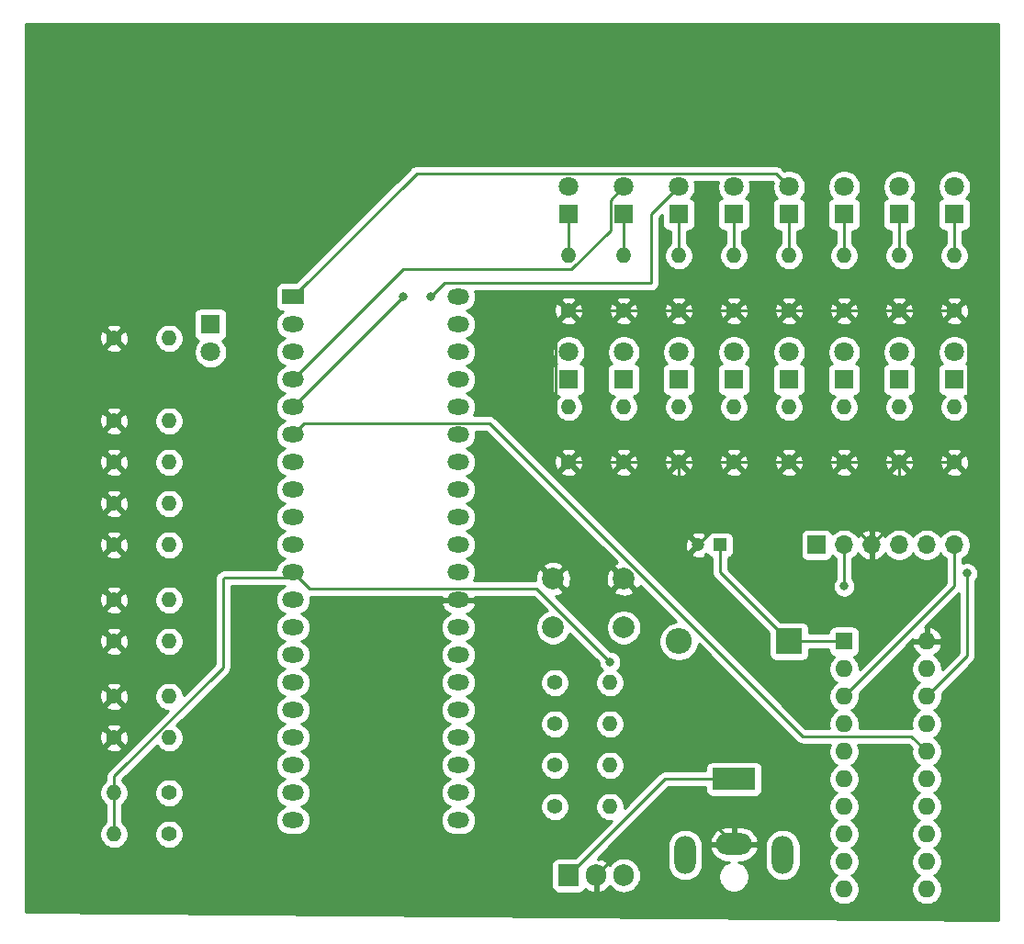
<source format=gbr>
%TF.GenerationSoftware,KiCad,Pcbnew,(5.1.6)-1*%
%TF.CreationDate,2021-01-18T21:57:41+00:00*%
%TF.ProjectId,z80 Processor,7a383020-5072-46f6-9365-73736f722e6b,v01*%
%TF.SameCoordinates,Original*%
%TF.FileFunction,Copper,L2,Bot*%
%TF.FilePolarity,Positive*%
%FSLAX46Y46*%
G04 Gerber Fmt 4.6, Leading zero omitted, Abs format (unit mm)*
G04 Created by KiCad (PCBNEW (5.1.6)-1) date 2021-01-18 21:57:41*
%MOMM*%
%LPD*%
G01*
G04 APERTURE LIST*
%TA.AperFunction,ComponentPad*%
%ADD10C,1.800000*%
%TD*%
%TA.AperFunction,ComponentPad*%
%ADD11R,1.800000X1.800000*%
%TD*%
%TA.AperFunction,ComponentPad*%
%ADD12O,1.700000X1.700000*%
%TD*%
%TA.AperFunction,ComponentPad*%
%ADD13R,1.700000X1.700000*%
%TD*%
%TA.AperFunction,ComponentPad*%
%ADD14O,1.400000X1.400000*%
%TD*%
%TA.AperFunction,ComponentPad*%
%ADD15C,1.400000*%
%TD*%
%TA.AperFunction,ComponentPad*%
%ADD16O,2.000000X1.440000*%
%TD*%
%TA.AperFunction,ComponentPad*%
%ADD17R,2.000000X1.440000*%
%TD*%
%TA.AperFunction,ComponentPad*%
%ADD18O,2.400000X2.400000*%
%TD*%
%TA.AperFunction,ComponentPad*%
%ADD19R,2.400000X2.400000*%
%TD*%
%TA.AperFunction,ComponentPad*%
%ADD20O,1.905000X2.000000*%
%TD*%
%TA.AperFunction,ComponentPad*%
%ADD21R,1.905000X2.000000*%
%TD*%
%TA.AperFunction,ComponentPad*%
%ADD22O,1.600000X1.600000*%
%TD*%
%TA.AperFunction,ComponentPad*%
%ADD23R,1.600000X1.600000*%
%TD*%
%TA.AperFunction,ComponentPad*%
%ADD24C,2.000000*%
%TD*%
%TA.AperFunction,ComponentPad*%
%ADD25O,2.000000X3.500000*%
%TD*%
%TA.AperFunction,ComponentPad*%
%ADD26O,3.300000X2.000000*%
%TD*%
%TA.AperFunction,ComponentPad*%
%ADD27R,4.000000X2.000000*%
%TD*%
%TA.AperFunction,ComponentPad*%
%ADD28C,1.200000*%
%TD*%
%TA.AperFunction,ComponentPad*%
%ADD29R,1.200000X1.200000*%
%TD*%
%TA.AperFunction,ViaPad*%
%ADD30C,0.800000*%
%TD*%
%TA.AperFunction,Conductor*%
%ADD31C,0.250000*%
%TD*%
%TA.AperFunction,Conductor*%
%ADD32C,0.254000*%
%TD*%
G04 APERTURE END LIST*
D10*
%TO.P,D9,2*%
%TO.N,Net-(D9-Pad2)*%
X164040000Y-68140000D03*
D11*
%TO.P,D9,1*%
%TO.N,Net-(D9-Pad1)*%
X164040000Y-70680000D03*
%TD*%
D12*
%TO.P,J1,6*%
%TO.N,LVP*%
X184360000Y-101160000D03*
%TO.P,J1,5*%
%TO.N,ICSPCLK*%
X181820000Y-101160000D03*
%TO.P,J1,4*%
%TO.N,ICSPDAT*%
X179280000Y-101160000D03*
%TO.P,J1,3*%
%TO.N,GND*%
X176740000Y-101160000D03*
%TO.P,J1,2*%
%TO.N,5v*%
X174200000Y-101160000D03*
D13*
%TO.P,J1,1*%
%TO.N,MCLR*%
X171660000Y-101160000D03*
%TD*%
D14*
%TO.P,R7,2*%
%TO.N,5v*%
X106890000Y-124020000D03*
D15*
%TO.P,R7,1*%
%TO.N,Net-(R7-Pad1)*%
X111970000Y-124020000D03*
%TD*%
D16*
%TO.P,U3,21*%
%TO.N,Net-(U3-Pad21)*%
X138640000Y-126560000D03*
%TO.P,U3,20*%
%TO.N,Net-(U3-Pad20)*%
X123400000Y-126560000D03*
%TO.P,U3,22*%
%TO.N,Net-(U3-Pad22)*%
X138640000Y-124020000D03*
%TO.P,U3,19*%
%TO.N,Net-(U3-Pad19)*%
X123400000Y-124020000D03*
%TO.P,U3,23*%
%TO.N,Net-(R2-Pad1)*%
X138640000Y-121480000D03*
%TO.P,U3,18*%
%TO.N,Net-(U3-Pad18)*%
X123400000Y-121480000D03*
%TO.P,U3,24*%
%TO.N,Net-(R3-Pad1)*%
X138640000Y-118940000D03*
%TO.P,U3,17*%
%TO.N,Net-(R6-Pad1)*%
X123400000Y-118940000D03*
%TO.P,U3,25*%
%TO.N,Net-(R1-Pad1)*%
X138640000Y-116400000D03*
%TO.P,U3,16*%
%TO.N,Net-(R7-Pad1)*%
X123400000Y-116400000D03*
%TO.P,U3,26*%
%TO.N,Z80Reset*%
X138640000Y-113860000D03*
%TO.P,U3,15*%
%TO.N,Net-(R14-Pad2)*%
X123400000Y-113860000D03*
%TO.P,U3,27*%
%TO.N,Net-(U3-Pad27)*%
X138640000Y-111320000D03*
%TO.P,U3,14*%
%TO.N,Net-(R15-Pad2)*%
X123400000Y-111320000D03*
%TO.P,U3,28*%
%TO.N,Net-(U3-Pad28)*%
X138640000Y-108780000D03*
%TO.P,U3,13*%
%TO.N,Net-(R8-Pad2)*%
X123400000Y-108780000D03*
%TO.P,U3,29*%
%TO.N,GND*%
X138640000Y-106240000D03*
%TO.P,U3,12*%
%TO.N,Net-(R13-Pad2)*%
X123400000Y-106240000D03*
%TO.P,U3,30*%
%TO.N,Net-(D3-Pad2)*%
X138640000Y-103700000D03*
%TO.P,U3,11*%
%TO.N,5v*%
X123400000Y-103700000D03*
%TO.P,U3,31*%
%TO.N,Net-(D11-Pad2)*%
X138640000Y-101160000D03*
%TO.P,U3,10*%
%TO.N,Net-(R9-Pad2)*%
X123400000Y-101160000D03*
%TO.P,U3,32*%
%TO.N,Net-(D4-Pad2)*%
X138640000Y-98620000D03*
%TO.P,U3,9*%
%TO.N,Net-(R10-Pad2)*%
X123400000Y-98620000D03*
%TO.P,U3,33*%
%TO.N,Net-(D12-Pad2)*%
X138640000Y-96080000D03*
%TO.P,U3,8*%
%TO.N,Net-(R12-Pad2)*%
X123400000Y-96080000D03*
%TO.P,U3,34*%
%TO.N,Net-(D5-Pad2)*%
X138640000Y-93540000D03*
%TO.P,U3,7*%
%TO.N,Net-(R11-Pad2)*%
X123400000Y-93540000D03*
%TO.P,U3,35*%
%TO.N,Net-(D13-Pad2)*%
X138640000Y-91000000D03*
%TO.P,U3,6*%
%TO.N,Clock*%
X123400000Y-91000000D03*
%TO.P,U3,36*%
%TO.N,Net-(D6-Pad2)*%
X138640000Y-88460000D03*
%TO.P,U3,5*%
%TO.N,Net-(D18-Pad2)*%
X123400000Y-88460000D03*
%TO.P,U3,37*%
%TO.N,Net-(D14-Pad2)*%
X138640000Y-85920000D03*
%TO.P,U3,4*%
%TO.N,Net-(D10-Pad2)*%
X123400000Y-85920000D03*
%TO.P,U3,38*%
%TO.N,Net-(D7-Pad2)*%
X138640000Y-83380000D03*
%TO.P,U3,3*%
%TO.N,Net-(D17-Pad2)*%
X123400000Y-83380000D03*
%TO.P,U3,39*%
%TO.N,Net-(D15-Pad2)*%
X138640000Y-80840000D03*
%TO.P,U3,2*%
%TO.N,Net-(D9-Pad2)*%
X123400000Y-80840000D03*
%TO.P,U3,40*%
%TO.N,Net-(D8-Pad2)*%
X138640000Y-78300000D03*
D17*
%TO.P,U3,1*%
%TO.N,Net-(D16-Pad2)*%
X123400000Y-78300000D03*
%TD*%
D18*
%TO.P,D2,2*%
%TO.N,5v*%
X158960000Y-110050000D03*
D19*
%TO.P,D2,1*%
%TO.N,Net-(C1-Pad1)*%
X169120000Y-110050000D03*
%TD*%
D20*
%TO.P,U2,3*%
%TO.N,5v*%
X153880000Y-131640000D03*
%TO.P,U2,2*%
%TO.N,GND*%
X151340000Y-131640000D03*
D21*
%TO.P,U2,1*%
%TO.N,Net-(J2-Pad1)*%
X148800000Y-131640000D03*
%TD*%
D22*
%TO.P,U1,20*%
%TO.N,GND*%
X181820000Y-110050000D03*
%TO.P,U1,10*%
%TO.N,Net-(U1-Pad10)*%
X174200000Y-132910000D03*
%TO.P,U1,19*%
%TO.N,ICSPDAT*%
X181820000Y-112590000D03*
%TO.P,U1,9*%
%TO.N,Net-(U1-Pad9)*%
X174200000Y-130370000D03*
%TO.P,U1,18*%
%TO.N,ICSPCLK*%
X181820000Y-115130000D03*
%TO.P,U1,8*%
%TO.N,Net-(U1-Pad8)*%
X174200000Y-127830000D03*
%TO.P,U1,17*%
%TO.N,Net-(U1-Pad17)*%
X181820000Y-117670000D03*
%TO.P,U1,7*%
%TO.N,Net-(U1-Pad7)*%
X174200000Y-125290000D03*
%TO.P,U1,16*%
%TO.N,Clock*%
X181820000Y-120210000D03*
%TO.P,U1,6*%
%TO.N,Net-(U1-Pad6)*%
X174200000Y-122750000D03*
%TO.P,U1,15*%
%TO.N,Net-(U1-Pad15)*%
X181820000Y-122750000D03*
%TO.P,U1,5*%
%TO.N,Net-(U1-Pad5)*%
X174200000Y-120210000D03*
%TO.P,U1,14*%
%TO.N,Net-(U1-Pad14)*%
X181820000Y-125290000D03*
%TO.P,U1,4*%
%TO.N,MCLR*%
X174200000Y-117670000D03*
%TO.P,U1,13*%
%TO.N,Net-(U1-Pad13)*%
X181820000Y-127830000D03*
%TO.P,U1,3*%
%TO.N,LVP*%
X174200000Y-115130000D03*
%TO.P,U1,12*%
%TO.N,Net-(U1-Pad12)*%
X181820000Y-130370000D03*
%TO.P,U1,2*%
%TO.N,Net-(U1-Pad2)*%
X174200000Y-112590000D03*
%TO.P,U1,11*%
%TO.N,Net-(U1-Pad11)*%
X181820000Y-132910000D03*
D23*
%TO.P,U1,1*%
%TO.N,Net-(C1-Pad1)*%
X174200000Y-110050000D03*
%TD*%
D24*
%TO.P,SW1,1*%
%TO.N,Z80Reset*%
X147380000Y-108780000D03*
%TO.P,SW1,2*%
%TO.N,GND*%
X147380000Y-104280000D03*
%TO.P,SW1,1*%
%TO.N,Z80Reset*%
X153880000Y-108780000D03*
%TO.P,SW1,2*%
%TO.N,GND*%
X153880000Y-104280000D03*
%TD*%
D14*
%TO.P,R31,2*%
%TO.N,Net-(D10-Pad1)*%
X153880000Y-74490000D03*
D15*
%TO.P,R31,1*%
%TO.N,GND*%
X153880000Y-79570000D03*
%TD*%
D14*
%TO.P,R30,2*%
%TO.N,Net-(D9-Pad1)*%
X164040000Y-74490000D03*
D15*
%TO.P,R30,1*%
%TO.N,GND*%
X164040000Y-79570000D03*
%TD*%
D14*
%TO.P,R29,2*%
%TO.N,Net-(D8-Pad1)*%
X174200000Y-74490000D03*
D15*
%TO.P,R29,1*%
%TO.N,GND*%
X174200000Y-79570000D03*
%TD*%
D14*
%TO.P,R28,2*%
%TO.N,Net-(D7-Pad1)*%
X184360000Y-74490000D03*
D15*
%TO.P,R28,1*%
%TO.N,GND*%
X184360000Y-79570000D03*
%TD*%
D14*
%TO.P,R27,2*%
%TO.N,Net-(D6-Pad1)*%
X153880000Y-88460000D03*
D15*
%TO.P,R27,1*%
%TO.N,GND*%
X153880000Y-93540000D03*
%TD*%
D14*
%TO.P,R26,2*%
%TO.N,Net-(D5-Pad1)*%
X164040000Y-88460000D03*
D15*
%TO.P,R26,1*%
%TO.N,GND*%
X164040000Y-93540000D03*
%TD*%
D14*
%TO.P,R25,2*%
%TO.N,Net-(D4-Pad1)*%
X174200000Y-88460000D03*
D15*
%TO.P,R25,1*%
%TO.N,GND*%
X174200000Y-93540000D03*
%TD*%
D14*
%TO.P,R24,2*%
%TO.N,Net-(D3-Pad1)*%
X184360000Y-88460000D03*
D15*
%TO.P,R24,1*%
%TO.N,GND*%
X184360000Y-93540000D03*
%TD*%
D14*
%TO.P,R23,2*%
%TO.N,Net-(D18-Pad1)*%
X148800000Y-74490000D03*
D15*
%TO.P,R23,1*%
%TO.N,GND*%
X148800000Y-79570000D03*
%TD*%
D14*
%TO.P,R22,2*%
%TO.N,Net-(D17-Pad1)*%
X158960000Y-74490000D03*
D15*
%TO.P,R22,1*%
%TO.N,GND*%
X158960000Y-79570000D03*
%TD*%
D14*
%TO.P,R21,2*%
%TO.N,Net-(D16-Pad1)*%
X169120000Y-74490000D03*
D15*
%TO.P,R21,1*%
%TO.N,GND*%
X169120000Y-79570000D03*
%TD*%
D14*
%TO.P,R20,2*%
%TO.N,Net-(D15-Pad1)*%
X179280000Y-74490000D03*
D15*
%TO.P,R20,1*%
%TO.N,GND*%
X179280000Y-79570000D03*
%TD*%
D14*
%TO.P,R19,2*%
%TO.N,Net-(D14-Pad1)*%
X148800000Y-88460000D03*
D15*
%TO.P,R19,1*%
%TO.N,GND*%
X148800000Y-93540000D03*
%TD*%
D14*
%TO.P,R18,2*%
%TO.N,Net-(D13-Pad1)*%
X158960000Y-88460000D03*
D15*
%TO.P,R18,1*%
%TO.N,GND*%
X158960000Y-93540000D03*
%TD*%
D14*
%TO.P,R17,2*%
%TO.N,Net-(D12-Pad1)*%
X169120000Y-88460000D03*
D15*
%TO.P,R17,1*%
%TO.N,GND*%
X169120000Y-93540000D03*
%TD*%
D14*
%TO.P,R16,2*%
%TO.N,Net-(D11-Pad1)*%
X179280000Y-88460000D03*
D15*
%TO.P,R16,1*%
%TO.N,GND*%
X179280000Y-93540000D03*
%TD*%
D14*
%TO.P,R15,2*%
%TO.N,Net-(R15-Pad2)*%
X111970000Y-115130000D03*
D15*
%TO.P,R15,1*%
%TO.N,GND*%
X106890000Y-115130000D03*
%TD*%
D14*
%TO.P,R14,2*%
%TO.N,Net-(R14-Pad2)*%
X111970000Y-118940000D03*
D15*
%TO.P,R14,1*%
%TO.N,GND*%
X106890000Y-118940000D03*
%TD*%
D14*
%TO.P,R13,2*%
%TO.N,Net-(R13-Pad2)*%
X111970000Y-106240000D03*
D15*
%TO.P,R13,1*%
%TO.N,GND*%
X106890000Y-106240000D03*
%TD*%
D14*
%TO.P,R12,2*%
%TO.N,Net-(R12-Pad2)*%
X111970000Y-93540000D03*
D15*
%TO.P,R12,1*%
%TO.N,GND*%
X106890000Y-93540000D03*
%TD*%
D14*
%TO.P,R11,2*%
%TO.N,Net-(R11-Pad2)*%
X111970000Y-89730000D03*
D15*
%TO.P,R11,1*%
%TO.N,GND*%
X106890000Y-89730000D03*
%TD*%
D14*
%TO.P,R10,2*%
%TO.N,Net-(R10-Pad2)*%
X111970000Y-97350000D03*
D15*
%TO.P,R10,1*%
%TO.N,GND*%
X106890000Y-97350000D03*
%TD*%
D14*
%TO.P,R9,2*%
%TO.N,Net-(R9-Pad2)*%
X111970000Y-101160000D03*
D15*
%TO.P,R9,1*%
%TO.N,GND*%
X106890000Y-101160000D03*
%TD*%
D14*
%TO.P,R8,2*%
%TO.N,Net-(R8-Pad2)*%
X111970000Y-110050000D03*
D15*
%TO.P,R8,1*%
%TO.N,GND*%
X106890000Y-110050000D03*
%TD*%
D14*
%TO.P,R6,2*%
%TO.N,5v*%
X106890000Y-127830000D03*
D15*
%TO.P,R6,1*%
%TO.N,Net-(R6-Pad1)*%
X111970000Y-127830000D03*
%TD*%
D14*
%TO.P,R5,2*%
%TO.N,5v*%
X152610000Y-113860000D03*
D15*
%TO.P,R5,1*%
%TO.N,Z80Reset*%
X147530000Y-113860000D03*
%TD*%
D14*
%TO.P,R4,2*%
%TO.N,Net-(D1-Pad1)*%
X111970000Y-82110000D03*
D15*
%TO.P,R4,1*%
%TO.N,GND*%
X106890000Y-82110000D03*
%TD*%
D14*
%TO.P,R3,2*%
%TO.N,5v*%
X152610000Y-121480000D03*
D15*
%TO.P,R3,1*%
%TO.N,Net-(R3-Pad1)*%
X147530000Y-121480000D03*
%TD*%
D14*
%TO.P,R2,2*%
%TO.N,5v*%
X152610000Y-125290000D03*
D15*
%TO.P,R2,1*%
%TO.N,Net-(R2-Pad1)*%
X147530000Y-125290000D03*
%TD*%
D14*
%TO.P,R1,2*%
%TO.N,5v*%
X152610000Y-117670000D03*
D15*
%TO.P,R1,1*%
%TO.N,Net-(R1-Pad1)*%
X147530000Y-117670000D03*
%TD*%
D25*
%TO.P,J2,MP*%
%TO.N,N/C*%
X168540000Y-129750000D03*
X159540000Y-129750000D03*
D26*
%TO.P,J2,2*%
%TO.N,GND*%
X164040000Y-128750000D03*
D27*
%TO.P,J2,1*%
%TO.N,Net-(J2-Pad1)*%
X164040000Y-122750000D03*
%TD*%
D10*
%TO.P,D18,2*%
%TO.N,Net-(D18-Pad2)*%
X148800000Y-68140000D03*
D11*
%TO.P,D18,1*%
%TO.N,Net-(D18-Pad1)*%
X148800000Y-70680000D03*
%TD*%
D10*
%TO.P,D17,2*%
%TO.N,Net-(D17-Pad2)*%
X158960000Y-68140000D03*
D11*
%TO.P,D17,1*%
%TO.N,Net-(D17-Pad1)*%
X158960000Y-70680000D03*
%TD*%
D10*
%TO.P,D16,2*%
%TO.N,Net-(D16-Pad2)*%
X169120000Y-68140000D03*
D11*
%TO.P,D16,1*%
%TO.N,Net-(D16-Pad1)*%
X169120000Y-70680000D03*
%TD*%
D10*
%TO.P,D15,2*%
%TO.N,Net-(D15-Pad2)*%
X179280000Y-68140000D03*
D11*
%TO.P,D15,1*%
%TO.N,Net-(D15-Pad1)*%
X179280000Y-70680000D03*
%TD*%
D10*
%TO.P,D14,2*%
%TO.N,Net-(D14-Pad2)*%
X148800000Y-83380000D03*
D11*
%TO.P,D14,1*%
%TO.N,Net-(D14-Pad1)*%
X148800000Y-85920000D03*
%TD*%
D10*
%TO.P,D13,2*%
%TO.N,Net-(D13-Pad2)*%
X158960000Y-83380000D03*
D11*
%TO.P,D13,1*%
%TO.N,Net-(D13-Pad1)*%
X158960000Y-85920000D03*
%TD*%
D10*
%TO.P,D12,2*%
%TO.N,Net-(D12-Pad2)*%
X169120000Y-83380000D03*
D11*
%TO.P,D12,1*%
%TO.N,Net-(D12-Pad1)*%
X169120000Y-85920000D03*
%TD*%
D10*
%TO.P,D11,2*%
%TO.N,Net-(D11-Pad2)*%
X179280000Y-83380000D03*
D11*
%TO.P,D11,1*%
%TO.N,Net-(D11-Pad1)*%
X179280000Y-85920000D03*
%TD*%
D10*
%TO.P,D10,2*%
%TO.N,Net-(D10-Pad2)*%
X153880000Y-68140000D03*
D11*
%TO.P,D10,1*%
%TO.N,Net-(D10-Pad1)*%
X153880000Y-70680000D03*
%TD*%
D10*
%TO.P,D8,2*%
%TO.N,Net-(D8-Pad2)*%
X174200000Y-68140000D03*
D11*
%TO.P,D8,1*%
%TO.N,Net-(D8-Pad1)*%
X174200000Y-70680000D03*
%TD*%
D10*
%TO.P,D7,2*%
%TO.N,Net-(D7-Pad2)*%
X184360000Y-68140000D03*
D11*
%TO.P,D7,1*%
%TO.N,Net-(D7-Pad1)*%
X184360000Y-70680000D03*
%TD*%
D10*
%TO.P,D6,2*%
%TO.N,Net-(D6-Pad2)*%
X153880000Y-83380000D03*
D11*
%TO.P,D6,1*%
%TO.N,Net-(D6-Pad1)*%
X153880000Y-85920000D03*
%TD*%
D10*
%TO.P,D5,2*%
%TO.N,Net-(D5-Pad2)*%
X164040000Y-83380000D03*
D11*
%TO.P,D5,1*%
%TO.N,Net-(D5-Pad1)*%
X164040000Y-85920000D03*
%TD*%
D10*
%TO.P,D4,2*%
%TO.N,Net-(D4-Pad2)*%
X174200000Y-83380000D03*
D11*
%TO.P,D4,1*%
%TO.N,Net-(D4-Pad1)*%
X174200000Y-85920000D03*
%TD*%
D10*
%TO.P,D3,2*%
%TO.N,Net-(D3-Pad2)*%
X184360000Y-83380000D03*
D11*
%TO.P,D3,1*%
%TO.N,Net-(D3-Pad1)*%
X184360000Y-85920000D03*
%TD*%
D10*
%TO.P,D1,2*%
%TO.N,Clock*%
X115780000Y-83380000D03*
D11*
%TO.P,D1,1*%
%TO.N,Net-(D1-Pad1)*%
X115780000Y-80840000D03*
%TD*%
D28*
%TO.P,C1,2*%
%TO.N,GND*%
X160770000Y-101160000D03*
D29*
%TO.P,C1,1*%
%TO.N,Net-(C1-Pad1)*%
X162770000Y-101160000D03*
%TD*%
D30*
%TO.N,GND*%
X167596000Y-106748000D03*
%TO.N,5v*%
X174200000Y-104970000D03*
X152610000Y-111953590D03*
%TO.N,Net-(D17-Pad2)*%
X136100000Y-78300000D03*
%TO.N,Net-(D18-Pad2)*%
X133560000Y-78300000D03*
%TO.N,ICSPCLK*%
X185535001Y-103794999D03*
%TD*%
D31*
%TO.N,GND*%
X184360000Y-93540000D02*
X179280000Y-93540000D01*
X179280000Y-98620000D02*
X176740000Y-101160000D01*
X179280000Y-93540000D02*
X179280000Y-98620000D01*
X179280000Y-93540000D02*
X174200000Y-93540000D01*
X174200000Y-93540000D02*
X169120000Y-93540000D01*
X169120000Y-93540000D02*
X164040000Y-93540000D01*
X164040000Y-93540000D02*
X158960000Y-93540000D01*
X158960000Y-93540000D02*
X153880000Y-93540000D01*
X153880000Y-93540000D02*
X148800000Y-93540000D01*
X158960000Y-99350000D02*
X160770000Y-101160000D01*
X158960000Y-93540000D02*
X158960000Y-99350000D01*
X185585001Y-80795001D02*
X184360000Y-79570000D01*
X185585001Y-92314999D02*
X185585001Y-80795001D01*
X184360000Y-93540000D02*
X185585001Y-92314999D01*
X184360000Y-79570000D02*
X179280000Y-79570000D01*
X179280000Y-79570000D02*
X174200000Y-79570000D01*
X174200000Y-79570000D02*
X169120000Y-79570000D01*
X169120000Y-79570000D02*
X164040000Y-79570000D01*
X164040000Y-79570000D02*
X158960000Y-79570000D01*
X158960000Y-79570000D02*
X153880000Y-79570000D01*
X153880000Y-79570000D02*
X148800000Y-79570000D01*
X147574999Y-92314999D02*
X148800000Y-93540000D01*
X147574999Y-80795001D02*
X147574999Y-92314999D01*
X148800000Y-79570000D02*
X147574999Y-80795001D01*
X162358000Y-127068000D02*
X164040000Y-128750000D01*
X151340000Y-131640000D02*
X155912000Y-127068000D01*
X155912000Y-127068000D02*
X162358000Y-127068000D01*
X161945001Y-99984999D02*
X161945001Y-99444999D01*
X160770000Y-101160000D02*
X161945001Y-99984999D01*
X161945001Y-99444999D02*
X163278000Y-98112000D01*
X175724000Y-100144000D02*
X176740000Y-101160000D01*
X175724000Y-98112000D02*
X175724000Y-100144000D01*
X167596000Y-98112000D02*
X175724000Y-98112000D01*
X167596000Y-98112000D02*
X167596000Y-106748000D01*
X163278000Y-98112000D02*
X167596000Y-98112000D01*
%TO.N,Net-(C1-Pad1)*%
X169120000Y-110050000D02*
X174200000Y-110050000D01*
X162770000Y-103700000D02*
X169120000Y-110050000D01*
X162770000Y-101160000D02*
X162770000Y-103700000D01*
%TO.N,Clock*%
X141515992Y-89954990D02*
X132065010Y-89954990D01*
X170356003Y-118795001D02*
X141515992Y-89954990D01*
X180405001Y-118795001D02*
X170356003Y-118795001D01*
X124445010Y-89954990D02*
X123400000Y-91000000D01*
X181820000Y-120210000D02*
X180405001Y-118795001D01*
X132065010Y-89954990D02*
X124445010Y-89954990D01*
X170356003Y-118795001D02*
X170356003Y-118795001D01*
%TO.N,5v*%
X106890000Y-127830000D02*
X106890000Y-124020000D01*
X106890000Y-122502998D02*
X116926499Y-112466499D01*
X106890000Y-124020000D02*
X106890000Y-122502998D01*
X145851400Y-105194990D02*
X152610000Y-111953590D01*
X124894990Y-105194990D02*
X130795010Y-105194990D01*
X123400000Y-103700000D02*
X124894990Y-105194990D01*
X130795010Y-105194990D02*
X144765010Y-105194990D01*
X144765010Y-105194990D02*
X145851400Y-105194990D01*
X174200000Y-104970000D02*
X174200000Y-101160000D01*
X116926499Y-112466499D02*
X116926499Y-104331501D01*
X116926499Y-104331501D02*
X117050000Y-104208000D01*
X122892000Y-104208000D02*
X123400000Y-103700000D01*
X117050000Y-104208000D02*
X122892000Y-104208000D01*
%TO.N,Net-(D7-Pad1)*%
X184360000Y-70680000D02*
X184360000Y-74490000D01*
%TO.N,Net-(D8-Pad1)*%
X174200000Y-70680000D02*
X174200000Y-74490000D01*
%TO.N,Net-(D9-Pad1)*%
X164040000Y-70680000D02*
X164040000Y-74490000D01*
%TO.N,Net-(D10-Pad2)*%
X123400000Y-85920000D02*
X127210000Y-82110000D01*
X152654999Y-69365001D02*
X153880000Y-68140000D01*
X152654999Y-72152003D02*
X152654999Y-69365001D01*
X149047002Y-75760000D02*
X152654999Y-72152003D01*
X127210000Y-82110000D02*
X133560000Y-75760000D01*
X133560000Y-75760000D02*
X149047002Y-75760000D01*
%TO.N,Net-(D10-Pad1)*%
X153880000Y-70680000D02*
X153880000Y-74490000D01*
%TO.N,Net-(D15-Pad1)*%
X179280000Y-70680000D02*
X179280000Y-74490000D01*
%TO.N,Net-(D16-Pad2)*%
X134785001Y-66914999D02*
X167894999Y-66914999D01*
X167894999Y-66914999D02*
X169120000Y-68140000D01*
X123400000Y-78300000D02*
X134785001Y-66914999D01*
%TO.N,Net-(D16-Pad1)*%
X169120000Y-70680000D02*
X169120000Y-74490000D01*
%TO.N,Net-(D17-Pad2)*%
X158960000Y-68140000D02*
X156420000Y-70680000D01*
X156420000Y-70680000D02*
X156420000Y-77030000D01*
X156420000Y-77030000D02*
X138152133Y-77030000D01*
X136100000Y-78300000D02*
X137370000Y-77030000D01*
X137370000Y-77030000D02*
X138640000Y-77030000D01*
%TO.N,Net-(D17-Pad1)*%
X158960000Y-70680000D02*
X158960000Y-74490000D01*
%TO.N,Net-(D18-Pad2)*%
X123400000Y-88460000D02*
X133560000Y-78300000D01*
%TO.N,Net-(D18-Pad1)*%
X148800000Y-70680000D02*
X148800000Y-74490000D01*
%TO.N,LVP*%
X184360000Y-104970000D02*
X184360000Y-101160000D01*
X174200000Y-115130000D02*
X184360000Y-104970000D01*
%TO.N,ICSPCLK*%
X185535001Y-111414999D02*
X181820000Y-115130000D01*
X185535001Y-103794999D02*
X185535001Y-111414999D01*
%TO.N,Net-(J2-Pad1)*%
X157690000Y-122750000D02*
X148800000Y-131640000D01*
X164040000Y-122750000D02*
X157690000Y-122750000D01*
%TD*%
D32*
%TO.N,GND*%
G36*
X188440000Y-57417581D02*
G01*
X188440000Y-57417582D01*
X188440001Y-135760634D01*
X98760000Y-134974398D01*
X98760000Y-130640000D01*
X147209428Y-130640000D01*
X147209428Y-132640000D01*
X147221688Y-132764482D01*
X147257998Y-132884180D01*
X147316963Y-132994494D01*
X147396315Y-133091185D01*
X147493006Y-133170537D01*
X147603320Y-133229502D01*
X147723018Y-133265812D01*
X147847500Y-133278072D01*
X149752500Y-133278072D01*
X149876982Y-133265812D01*
X149996680Y-133229502D01*
X150106994Y-133170537D01*
X150203685Y-133091185D01*
X150283037Y-132994494D01*
X150332059Y-132902781D01*
X150473077Y-133015969D01*
X150748906Y-133159571D01*
X150967020Y-133230563D01*
X151213000Y-133110594D01*
X151213000Y-131767000D01*
X151193000Y-131767000D01*
X151193000Y-131513000D01*
X151213000Y-131513000D01*
X151213000Y-131493000D01*
X151467000Y-131493000D01*
X151467000Y-131513000D01*
X151487000Y-131513000D01*
X151487000Y-131767000D01*
X151467000Y-131767000D01*
X151467000Y-133110594D01*
X151712980Y-133230563D01*
X151931094Y-133159571D01*
X152206923Y-133015969D01*
X152449437Y-132821315D01*
X152604837Y-132636101D01*
X152752037Y-132815463D01*
X152993766Y-133013845D01*
X153269552Y-133161255D01*
X153568797Y-133252030D01*
X153880000Y-133282681D01*
X154191204Y-133252030D01*
X154490449Y-133161255D01*
X154766235Y-133013845D01*
X155007963Y-132815463D01*
X155206345Y-132573734D01*
X155353755Y-132297948D01*
X155444530Y-131998703D01*
X155467500Y-131765485D01*
X155467500Y-131514514D01*
X155444530Y-131281296D01*
X155353755Y-130982051D01*
X155206345Y-130706265D01*
X155007963Y-130464537D01*
X154766234Y-130266155D01*
X154490448Y-130118745D01*
X154191203Y-130027970D01*
X153880000Y-129997319D01*
X153568796Y-130027970D01*
X153269551Y-130118745D01*
X152993765Y-130266155D01*
X152752037Y-130464537D01*
X152604838Y-130643900D01*
X152449437Y-130458685D01*
X152206923Y-130264031D01*
X151931094Y-130120429D01*
X151712980Y-130049437D01*
X151467002Y-130169405D01*
X151467002Y-130047799D01*
X152595122Y-128919679D01*
X157905000Y-128919679D01*
X157905000Y-130580322D01*
X157928657Y-130820516D01*
X158022149Y-131128715D01*
X158173970Y-131412752D01*
X158378287Y-131661714D01*
X158627249Y-131866031D01*
X158911286Y-132017852D01*
X159219485Y-132111343D01*
X159540000Y-132142911D01*
X159860516Y-132111343D01*
X160168715Y-132017852D01*
X160452752Y-131866031D01*
X160701714Y-131661714D01*
X160906031Y-131412752D01*
X161057852Y-131128715D01*
X161151343Y-130820516D01*
X161175000Y-130580322D01*
X161175000Y-129130434D01*
X161799876Y-129130434D01*
X161830856Y-129258355D01*
X161959990Y-129552761D01*
X162144078Y-129816317D01*
X162376046Y-130038895D01*
X162646980Y-130211942D01*
X162946468Y-130328807D01*
X163263000Y-130385000D01*
X163585568Y-130385000D01*
X163360273Y-130478320D01*
X163125241Y-130635363D01*
X162925363Y-130835241D01*
X162768320Y-131070273D01*
X162660147Y-131331426D01*
X162605000Y-131608665D01*
X162605000Y-131891335D01*
X162660147Y-132168574D01*
X162768320Y-132429727D01*
X162925363Y-132664759D01*
X163125241Y-132864637D01*
X163360273Y-133021680D01*
X163621426Y-133129853D01*
X163898665Y-133185000D01*
X164181335Y-133185000D01*
X164458574Y-133129853D01*
X164719727Y-133021680D01*
X164954759Y-132864637D01*
X165154637Y-132664759D01*
X165311680Y-132429727D01*
X165419853Y-132168574D01*
X165475000Y-131891335D01*
X165475000Y-131608665D01*
X165419853Y-131331426D01*
X165311680Y-131070273D01*
X165154637Y-130835241D01*
X164954759Y-130635363D01*
X164719727Y-130478320D01*
X164494432Y-130385000D01*
X164817000Y-130385000D01*
X165133532Y-130328807D01*
X165433020Y-130211942D01*
X165703954Y-130038895D01*
X165935922Y-129816317D01*
X166120010Y-129552761D01*
X166249144Y-129258355D01*
X166280124Y-129130434D01*
X166180876Y-128919679D01*
X166905000Y-128919679D01*
X166905000Y-130580322D01*
X166928657Y-130820516D01*
X167022149Y-131128715D01*
X167173970Y-131412752D01*
X167378287Y-131661714D01*
X167627249Y-131866031D01*
X167911286Y-132017852D01*
X168219485Y-132111343D01*
X168540000Y-132142911D01*
X168860516Y-132111343D01*
X169168715Y-132017852D01*
X169452752Y-131866031D01*
X169701714Y-131661714D01*
X169906031Y-131412752D01*
X170057852Y-131128715D01*
X170151343Y-130820516D01*
X170175000Y-130580322D01*
X170175000Y-128919678D01*
X170151343Y-128679484D01*
X170057852Y-128371285D01*
X169906031Y-128087248D01*
X169701714Y-127838286D01*
X169452751Y-127633969D01*
X169168714Y-127482148D01*
X168860515Y-127388657D01*
X168540000Y-127357089D01*
X168219484Y-127388657D01*
X167911285Y-127482148D01*
X167627248Y-127633969D01*
X167378286Y-127838286D01*
X167173969Y-128087249D01*
X167022148Y-128371286D01*
X166928657Y-128679485D01*
X166905000Y-128919679D01*
X166180876Y-128919679D01*
X166160777Y-128877000D01*
X164167000Y-128877000D01*
X164167000Y-128897000D01*
X163913000Y-128897000D01*
X163913000Y-128877000D01*
X161919223Y-128877000D01*
X161799876Y-129130434D01*
X161175000Y-129130434D01*
X161175000Y-128919678D01*
X161151343Y-128679484D01*
X161057852Y-128371285D01*
X161056934Y-128369566D01*
X161799876Y-128369566D01*
X161919223Y-128623000D01*
X163913000Y-128623000D01*
X163913000Y-127115000D01*
X164167000Y-127115000D01*
X164167000Y-128623000D01*
X166160777Y-128623000D01*
X166280124Y-128369566D01*
X166249144Y-128241645D01*
X166120010Y-127947239D01*
X165935922Y-127683683D01*
X165703954Y-127461105D01*
X165433020Y-127288058D01*
X165133532Y-127171193D01*
X164817000Y-127115000D01*
X164167000Y-127115000D01*
X163913000Y-127115000D01*
X163263000Y-127115000D01*
X162946468Y-127171193D01*
X162646980Y-127288058D01*
X162376046Y-127461105D01*
X162144078Y-127683683D01*
X161959990Y-127947239D01*
X161830856Y-128241645D01*
X161799876Y-128369566D01*
X161056934Y-128369566D01*
X160906031Y-128087248D01*
X160701714Y-127838286D01*
X160452751Y-127633969D01*
X160168714Y-127482148D01*
X159860515Y-127388657D01*
X159540000Y-127357089D01*
X159219484Y-127388657D01*
X158911285Y-127482148D01*
X158627248Y-127633969D01*
X158378286Y-127838286D01*
X158173969Y-128087249D01*
X158022148Y-128371286D01*
X157928657Y-128679485D01*
X157905000Y-128919679D01*
X152595122Y-128919679D01*
X158004802Y-123510000D01*
X161401928Y-123510000D01*
X161401928Y-123750000D01*
X161414188Y-123874482D01*
X161450498Y-123994180D01*
X161509463Y-124104494D01*
X161588815Y-124201185D01*
X161685506Y-124280537D01*
X161795820Y-124339502D01*
X161915518Y-124375812D01*
X162040000Y-124388072D01*
X166040000Y-124388072D01*
X166164482Y-124375812D01*
X166284180Y-124339502D01*
X166394494Y-124280537D01*
X166491185Y-124201185D01*
X166570537Y-124104494D01*
X166629502Y-123994180D01*
X166665812Y-123874482D01*
X166678072Y-123750000D01*
X166678072Y-121750000D01*
X166665812Y-121625518D01*
X166629502Y-121505820D01*
X166570537Y-121395506D01*
X166491185Y-121298815D01*
X166394494Y-121219463D01*
X166284180Y-121160498D01*
X166164482Y-121124188D01*
X166040000Y-121111928D01*
X162040000Y-121111928D01*
X161915518Y-121124188D01*
X161795820Y-121160498D01*
X161685506Y-121219463D01*
X161588815Y-121298815D01*
X161509463Y-121395506D01*
X161450498Y-121505820D01*
X161414188Y-121625518D01*
X161401928Y-121750000D01*
X161401928Y-121990000D01*
X157727333Y-121990000D01*
X157690000Y-121986323D01*
X157652667Y-121990000D01*
X157541014Y-122000997D01*
X157397753Y-122044454D01*
X157265724Y-122115026D01*
X157149999Y-122209999D01*
X157126201Y-122238997D01*
X153945000Y-125420198D01*
X153945000Y-125158514D01*
X153893696Y-124900595D01*
X153793061Y-124657641D01*
X153646962Y-124438987D01*
X153461013Y-124253038D01*
X153242359Y-124106939D01*
X152999405Y-124006304D01*
X152741486Y-123955000D01*
X152478514Y-123955000D01*
X152220595Y-124006304D01*
X151977641Y-124106939D01*
X151758987Y-124253038D01*
X151573038Y-124438987D01*
X151426939Y-124657641D01*
X151326304Y-124900595D01*
X151275000Y-125158514D01*
X151275000Y-125421486D01*
X151326304Y-125679405D01*
X151426939Y-125922359D01*
X151573038Y-126141013D01*
X151758987Y-126326962D01*
X151977641Y-126473061D01*
X152220595Y-126573696D01*
X152478514Y-126625000D01*
X152740198Y-126625000D01*
X149363271Y-130001928D01*
X147847500Y-130001928D01*
X147723018Y-130014188D01*
X147603320Y-130050498D01*
X147493006Y-130109463D01*
X147396315Y-130188815D01*
X147316963Y-130285506D01*
X147257998Y-130395820D01*
X147221688Y-130515518D01*
X147209428Y-130640000D01*
X98760000Y-130640000D01*
X98760000Y-123888514D01*
X105555000Y-123888514D01*
X105555000Y-124151486D01*
X105606304Y-124409405D01*
X105706939Y-124652359D01*
X105853038Y-124871013D01*
X106038987Y-125056962D01*
X106130001Y-125117775D01*
X106130000Y-126732225D01*
X106038987Y-126793038D01*
X105853038Y-126978987D01*
X105706939Y-127197641D01*
X105606304Y-127440595D01*
X105555000Y-127698514D01*
X105555000Y-127961486D01*
X105606304Y-128219405D01*
X105706939Y-128462359D01*
X105853038Y-128681013D01*
X106038987Y-128866962D01*
X106257641Y-129013061D01*
X106500595Y-129113696D01*
X106758514Y-129165000D01*
X107021486Y-129165000D01*
X107279405Y-129113696D01*
X107522359Y-129013061D01*
X107741013Y-128866962D01*
X107926962Y-128681013D01*
X108073061Y-128462359D01*
X108173696Y-128219405D01*
X108225000Y-127961486D01*
X108225000Y-127698514D01*
X110635000Y-127698514D01*
X110635000Y-127961486D01*
X110686304Y-128219405D01*
X110786939Y-128462359D01*
X110933038Y-128681013D01*
X111118987Y-128866962D01*
X111337641Y-129013061D01*
X111580595Y-129113696D01*
X111838514Y-129165000D01*
X112101486Y-129165000D01*
X112359405Y-129113696D01*
X112602359Y-129013061D01*
X112821013Y-128866962D01*
X113006962Y-128681013D01*
X113153061Y-128462359D01*
X113253696Y-128219405D01*
X113305000Y-127961486D01*
X113305000Y-127698514D01*
X113253696Y-127440595D01*
X113153061Y-127197641D01*
X113006962Y-126978987D01*
X112821013Y-126793038D01*
X112602359Y-126646939D01*
X112359405Y-126546304D01*
X112101486Y-126495000D01*
X111838514Y-126495000D01*
X111580595Y-126546304D01*
X111337641Y-126646939D01*
X111118987Y-126793038D01*
X110933038Y-126978987D01*
X110786939Y-127197641D01*
X110686304Y-127440595D01*
X110635000Y-127698514D01*
X108225000Y-127698514D01*
X108173696Y-127440595D01*
X108073061Y-127197641D01*
X107926962Y-126978987D01*
X107741013Y-126793038D01*
X107650000Y-126732225D01*
X107650000Y-125117775D01*
X107741013Y-125056962D01*
X107926962Y-124871013D01*
X108073061Y-124652359D01*
X108173696Y-124409405D01*
X108225000Y-124151486D01*
X108225000Y-123888514D01*
X110635000Y-123888514D01*
X110635000Y-124151486D01*
X110686304Y-124409405D01*
X110786939Y-124652359D01*
X110933038Y-124871013D01*
X111118987Y-125056962D01*
X111337641Y-125203061D01*
X111580595Y-125303696D01*
X111838514Y-125355000D01*
X112101486Y-125355000D01*
X112359405Y-125303696D01*
X112602359Y-125203061D01*
X112821013Y-125056962D01*
X113006962Y-124871013D01*
X113153061Y-124652359D01*
X113253696Y-124409405D01*
X113305000Y-124151486D01*
X113305000Y-123888514D01*
X113253696Y-123630595D01*
X113153061Y-123387641D01*
X113006962Y-123168987D01*
X112821013Y-122983038D01*
X112602359Y-122836939D01*
X112359405Y-122736304D01*
X112101486Y-122685000D01*
X111838514Y-122685000D01*
X111580595Y-122736304D01*
X111337641Y-122836939D01*
X111118987Y-122983038D01*
X110933038Y-123168987D01*
X110786939Y-123387641D01*
X110686304Y-123630595D01*
X110635000Y-123888514D01*
X108225000Y-123888514D01*
X108173696Y-123630595D01*
X108073061Y-123387641D01*
X107926962Y-123168987D01*
X107741013Y-122983038D01*
X107650000Y-122922225D01*
X107650000Y-122817799D01*
X110830398Y-119637401D01*
X110933038Y-119791013D01*
X111118987Y-119976962D01*
X111337641Y-120123061D01*
X111580595Y-120223696D01*
X111838514Y-120275000D01*
X112101486Y-120275000D01*
X112359405Y-120223696D01*
X112602359Y-120123061D01*
X112821013Y-119976962D01*
X113006962Y-119791013D01*
X113153061Y-119572359D01*
X113253696Y-119329405D01*
X113305000Y-119071486D01*
X113305000Y-118808514D01*
X113253696Y-118550595D01*
X113153061Y-118307641D01*
X113006962Y-118088987D01*
X112821013Y-117903038D01*
X112667401Y-117800398D01*
X117437503Y-113030297D01*
X117466500Y-113006500D01*
X117513840Y-112948816D01*
X117561473Y-112890776D01*
X117632045Y-112758746D01*
X117641399Y-112727908D01*
X117675502Y-112615485D01*
X117686499Y-112503832D01*
X117686499Y-112503822D01*
X117690175Y-112466500D01*
X117686499Y-112429177D01*
X117686499Y-104968000D01*
X122632204Y-104968000D01*
X122638797Y-104970000D01*
X122598955Y-104982086D01*
X122363560Y-105107908D01*
X122157235Y-105277235D01*
X121987908Y-105483560D01*
X121862086Y-105718955D01*
X121784606Y-105974374D01*
X121758444Y-106240000D01*
X121784606Y-106505626D01*
X121862086Y-106761045D01*
X121987908Y-106996440D01*
X122157235Y-107202765D01*
X122363560Y-107372092D01*
X122598955Y-107497914D01*
X122638797Y-107510000D01*
X122598955Y-107522086D01*
X122363560Y-107647908D01*
X122157235Y-107817235D01*
X121987908Y-108023560D01*
X121862086Y-108258955D01*
X121784606Y-108514374D01*
X121758444Y-108780000D01*
X121784606Y-109045626D01*
X121862086Y-109301045D01*
X121987908Y-109536440D01*
X122157235Y-109742765D01*
X122363560Y-109912092D01*
X122598955Y-110037914D01*
X122638797Y-110050000D01*
X122598955Y-110062086D01*
X122363560Y-110187908D01*
X122157235Y-110357235D01*
X121987908Y-110563560D01*
X121862086Y-110798955D01*
X121784606Y-111054374D01*
X121758444Y-111320000D01*
X121784606Y-111585626D01*
X121862086Y-111841045D01*
X121987908Y-112076440D01*
X122157235Y-112282765D01*
X122363560Y-112452092D01*
X122598955Y-112577914D01*
X122638797Y-112590000D01*
X122598955Y-112602086D01*
X122363560Y-112727908D01*
X122157235Y-112897235D01*
X121987908Y-113103560D01*
X121862086Y-113338955D01*
X121784606Y-113594374D01*
X121758444Y-113860000D01*
X121784606Y-114125626D01*
X121862086Y-114381045D01*
X121987908Y-114616440D01*
X122157235Y-114822765D01*
X122363560Y-114992092D01*
X122598955Y-115117914D01*
X122638797Y-115130000D01*
X122598955Y-115142086D01*
X122363560Y-115267908D01*
X122157235Y-115437235D01*
X121987908Y-115643560D01*
X121862086Y-115878955D01*
X121784606Y-116134374D01*
X121758444Y-116400000D01*
X121784606Y-116665626D01*
X121862086Y-116921045D01*
X121987908Y-117156440D01*
X122157235Y-117362765D01*
X122363560Y-117532092D01*
X122598955Y-117657914D01*
X122638797Y-117670000D01*
X122598955Y-117682086D01*
X122363560Y-117807908D01*
X122157235Y-117977235D01*
X121987908Y-118183560D01*
X121862086Y-118418955D01*
X121784606Y-118674374D01*
X121758444Y-118940000D01*
X121784606Y-119205626D01*
X121862086Y-119461045D01*
X121987908Y-119696440D01*
X122157235Y-119902765D01*
X122363560Y-120072092D01*
X122598955Y-120197914D01*
X122638797Y-120210000D01*
X122598955Y-120222086D01*
X122363560Y-120347908D01*
X122157235Y-120517235D01*
X121987908Y-120723560D01*
X121862086Y-120958955D01*
X121784606Y-121214374D01*
X121758444Y-121480000D01*
X121784606Y-121745626D01*
X121862086Y-122001045D01*
X121987908Y-122236440D01*
X122157235Y-122442765D01*
X122363560Y-122612092D01*
X122598955Y-122737914D01*
X122638797Y-122750000D01*
X122598955Y-122762086D01*
X122363560Y-122887908D01*
X122157235Y-123057235D01*
X121987908Y-123263560D01*
X121862086Y-123498955D01*
X121784606Y-123754374D01*
X121758444Y-124020000D01*
X121784606Y-124285626D01*
X121862086Y-124541045D01*
X121987908Y-124776440D01*
X122157235Y-124982765D01*
X122363560Y-125152092D01*
X122598955Y-125277914D01*
X122638797Y-125290000D01*
X122598955Y-125302086D01*
X122363560Y-125427908D01*
X122157235Y-125597235D01*
X121987908Y-125803560D01*
X121862086Y-126038955D01*
X121784606Y-126294374D01*
X121758444Y-126560000D01*
X121784606Y-126825626D01*
X121862086Y-127081045D01*
X121987908Y-127316440D01*
X122157235Y-127522765D01*
X122363560Y-127692092D01*
X122598955Y-127817914D01*
X122854374Y-127895394D01*
X123053436Y-127915000D01*
X123746564Y-127915000D01*
X123945626Y-127895394D01*
X124201045Y-127817914D01*
X124436440Y-127692092D01*
X124642765Y-127522765D01*
X124812092Y-127316440D01*
X124937914Y-127081045D01*
X125015394Y-126825626D01*
X125041556Y-126560000D01*
X125015394Y-126294374D01*
X124937914Y-126038955D01*
X124812092Y-125803560D01*
X124642765Y-125597235D01*
X124436440Y-125427908D01*
X124201045Y-125302086D01*
X124161203Y-125290000D01*
X124201045Y-125277914D01*
X124436440Y-125152092D01*
X124642765Y-124982765D01*
X124812092Y-124776440D01*
X124937914Y-124541045D01*
X125015394Y-124285626D01*
X125041556Y-124020000D01*
X125015394Y-123754374D01*
X124937914Y-123498955D01*
X124812092Y-123263560D01*
X124642765Y-123057235D01*
X124436440Y-122887908D01*
X124201045Y-122762086D01*
X124161203Y-122750000D01*
X124201045Y-122737914D01*
X124436440Y-122612092D01*
X124642765Y-122442765D01*
X124812092Y-122236440D01*
X124937914Y-122001045D01*
X125015394Y-121745626D01*
X125041556Y-121480000D01*
X125015394Y-121214374D01*
X124937914Y-120958955D01*
X124812092Y-120723560D01*
X124642765Y-120517235D01*
X124436440Y-120347908D01*
X124201045Y-120222086D01*
X124161203Y-120210000D01*
X124201045Y-120197914D01*
X124436440Y-120072092D01*
X124642765Y-119902765D01*
X124812092Y-119696440D01*
X124937914Y-119461045D01*
X125015394Y-119205626D01*
X125041556Y-118940000D01*
X125015394Y-118674374D01*
X124937914Y-118418955D01*
X124812092Y-118183560D01*
X124642765Y-117977235D01*
X124436440Y-117807908D01*
X124201045Y-117682086D01*
X124161203Y-117670000D01*
X124201045Y-117657914D01*
X124436440Y-117532092D01*
X124642765Y-117362765D01*
X124812092Y-117156440D01*
X124937914Y-116921045D01*
X125015394Y-116665626D01*
X125041556Y-116400000D01*
X125015394Y-116134374D01*
X124937914Y-115878955D01*
X124812092Y-115643560D01*
X124642765Y-115437235D01*
X124436440Y-115267908D01*
X124201045Y-115142086D01*
X124161203Y-115130000D01*
X124201045Y-115117914D01*
X124436440Y-114992092D01*
X124642765Y-114822765D01*
X124812092Y-114616440D01*
X124937914Y-114381045D01*
X125015394Y-114125626D01*
X125041556Y-113860000D01*
X125015394Y-113594374D01*
X124937914Y-113338955D01*
X124812092Y-113103560D01*
X124642765Y-112897235D01*
X124436440Y-112727908D01*
X124201045Y-112602086D01*
X124161203Y-112590000D01*
X124201045Y-112577914D01*
X124436440Y-112452092D01*
X124642765Y-112282765D01*
X124812092Y-112076440D01*
X124937914Y-111841045D01*
X125015394Y-111585626D01*
X125041556Y-111320000D01*
X125015394Y-111054374D01*
X124937914Y-110798955D01*
X124812092Y-110563560D01*
X124642765Y-110357235D01*
X124436440Y-110187908D01*
X124201045Y-110062086D01*
X124161203Y-110050000D01*
X124201045Y-110037914D01*
X124436440Y-109912092D01*
X124642765Y-109742765D01*
X124812092Y-109536440D01*
X124937914Y-109301045D01*
X125015394Y-109045626D01*
X125041556Y-108780000D01*
X136998444Y-108780000D01*
X137024606Y-109045626D01*
X137102086Y-109301045D01*
X137227908Y-109536440D01*
X137397235Y-109742765D01*
X137603560Y-109912092D01*
X137838955Y-110037914D01*
X137878797Y-110050000D01*
X137838955Y-110062086D01*
X137603560Y-110187908D01*
X137397235Y-110357235D01*
X137227908Y-110563560D01*
X137102086Y-110798955D01*
X137024606Y-111054374D01*
X136998444Y-111320000D01*
X137024606Y-111585626D01*
X137102086Y-111841045D01*
X137227908Y-112076440D01*
X137397235Y-112282765D01*
X137603560Y-112452092D01*
X137838955Y-112577914D01*
X137878797Y-112590000D01*
X137838955Y-112602086D01*
X137603560Y-112727908D01*
X137397235Y-112897235D01*
X137227908Y-113103560D01*
X137102086Y-113338955D01*
X137024606Y-113594374D01*
X136998444Y-113860000D01*
X137024606Y-114125626D01*
X137102086Y-114381045D01*
X137227908Y-114616440D01*
X137397235Y-114822765D01*
X137603560Y-114992092D01*
X137838955Y-115117914D01*
X137878797Y-115130000D01*
X137838955Y-115142086D01*
X137603560Y-115267908D01*
X137397235Y-115437235D01*
X137227908Y-115643560D01*
X137102086Y-115878955D01*
X137024606Y-116134374D01*
X136998444Y-116400000D01*
X137024606Y-116665626D01*
X137102086Y-116921045D01*
X137227908Y-117156440D01*
X137397235Y-117362765D01*
X137603560Y-117532092D01*
X137838955Y-117657914D01*
X137878797Y-117670000D01*
X137838955Y-117682086D01*
X137603560Y-117807908D01*
X137397235Y-117977235D01*
X137227908Y-118183560D01*
X137102086Y-118418955D01*
X137024606Y-118674374D01*
X136998444Y-118940000D01*
X137024606Y-119205626D01*
X137102086Y-119461045D01*
X137227908Y-119696440D01*
X137397235Y-119902765D01*
X137603560Y-120072092D01*
X137838955Y-120197914D01*
X137878797Y-120210000D01*
X137838955Y-120222086D01*
X137603560Y-120347908D01*
X137397235Y-120517235D01*
X137227908Y-120723560D01*
X137102086Y-120958955D01*
X137024606Y-121214374D01*
X136998444Y-121480000D01*
X137024606Y-121745626D01*
X137102086Y-122001045D01*
X137227908Y-122236440D01*
X137397235Y-122442765D01*
X137603560Y-122612092D01*
X137838955Y-122737914D01*
X137878797Y-122750000D01*
X137838955Y-122762086D01*
X137603560Y-122887908D01*
X137397235Y-123057235D01*
X137227908Y-123263560D01*
X137102086Y-123498955D01*
X137024606Y-123754374D01*
X136998444Y-124020000D01*
X137024606Y-124285626D01*
X137102086Y-124541045D01*
X137227908Y-124776440D01*
X137397235Y-124982765D01*
X137603560Y-125152092D01*
X137838955Y-125277914D01*
X137878797Y-125290000D01*
X137838955Y-125302086D01*
X137603560Y-125427908D01*
X137397235Y-125597235D01*
X137227908Y-125803560D01*
X137102086Y-126038955D01*
X137024606Y-126294374D01*
X136998444Y-126560000D01*
X137024606Y-126825626D01*
X137102086Y-127081045D01*
X137227908Y-127316440D01*
X137397235Y-127522765D01*
X137603560Y-127692092D01*
X137838955Y-127817914D01*
X138094374Y-127895394D01*
X138293436Y-127915000D01*
X138986564Y-127915000D01*
X139185626Y-127895394D01*
X139441045Y-127817914D01*
X139676440Y-127692092D01*
X139882765Y-127522765D01*
X140052092Y-127316440D01*
X140177914Y-127081045D01*
X140255394Y-126825626D01*
X140281556Y-126560000D01*
X140255394Y-126294374D01*
X140177914Y-126038955D01*
X140052092Y-125803560D01*
X139882765Y-125597235D01*
X139676440Y-125427908D01*
X139441045Y-125302086D01*
X139401203Y-125290000D01*
X139441045Y-125277914D01*
X139664425Y-125158514D01*
X146195000Y-125158514D01*
X146195000Y-125421486D01*
X146246304Y-125679405D01*
X146346939Y-125922359D01*
X146493038Y-126141013D01*
X146678987Y-126326962D01*
X146897641Y-126473061D01*
X147140595Y-126573696D01*
X147398514Y-126625000D01*
X147661486Y-126625000D01*
X147919405Y-126573696D01*
X148162359Y-126473061D01*
X148381013Y-126326962D01*
X148566962Y-126141013D01*
X148713061Y-125922359D01*
X148813696Y-125679405D01*
X148865000Y-125421486D01*
X148865000Y-125158514D01*
X148813696Y-124900595D01*
X148713061Y-124657641D01*
X148566962Y-124438987D01*
X148381013Y-124253038D01*
X148162359Y-124106939D01*
X147919405Y-124006304D01*
X147661486Y-123955000D01*
X147398514Y-123955000D01*
X147140595Y-124006304D01*
X146897641Y-124106939D01*
X146678987Y-124253038D01*
X146493038Y-124438987D01*
X146346939Y-124657641D01*
X146246304Y-124900595D01*
X146195000Y-125158514D01*
X139664425Y-125158514D01*
X139676440Y-125152092D01*
X139882765Y-124982765D01*
X140052092Y-124776440D01*
X140177914Y-124541045D01*
X140255394Y-124285626D01*
X140281556Y-124020000D01*
X140255394Y-123754374D01*
X140177914Y-123498955D01*
X140052092Y-123263560D01*
X139882765Y-123057235D01*
X139676440Y-122887908D01*
X139441045Y-122762086D01*
X139401203Y-122750000D01*
X139441045Y-122737914D01*
X139676440Y-122612092D01*
X139882765Y-122442765D01*
X140052092Y-122236440D01*
X140177914Y-122001045D01*
X140255394Y-121745626D01*
X140281556Y-121480000D01*
X140268606Y-121348514D01*
X146195000Y-121348514D01*
X146195000Y-121611486D01*
X146246304Y-121869405D01*
X146346939Y-122112359D01*
X146493038Y-122331013D01*
X146678987Y-122516962D01*
X146897641Y-122663061D01*
X147140595Y-122763696D01*
X147398514Y-122815000D01*
X147661486Y-122815000D01*
X147919405Y-122763696D01*
X148162359Y-122663061D01*
X148381013Y-122516962D01*
X148566962Y-122331013D01*
X148713061Y-122112359D01*
X148813696Y-121869405D01*
X148865000Y-121611486D01*
X148865000Y-121348514D01*
X151275000Y-121348514D01*
X151275000Y-121611486D01*
X151326304Y-121869405D01*
X151426939Y-122112359D01*
X151573038Y-122331013D01*
X151758987Y-122516962D01*
X151977641Y-122663061D01*
X152220595Y-122763696D01*
X152478514Y-122815000D01*
X152741486Y-122815000D01*
X152999405Y-122763696D01*
X153242359Y-122663061D01*
X153461013Y-122516962D01*
X153646962Y-122331013D01*
X153793061Y-122112359D01*
X153893696Y-121869405D01*
X153945000Y-121611486D01*
X153945000Y-121348514D01*
X153893696Y-121090595D01*
X153793061Y-120847641D01*
X153646962Y-120628987D01*
X153461013Y-120443038D01*
X153242359Y-120296939D01*
X152999405Y-120196304D01*
X152741486Y-120145000D01*
X152478514Y-120145000D01*
X152220595Y-120196304D01*
X151977641Y-120296939D01*
X151758987Y-120443038D01*
X151573038Y-120628987D01*
X151426939Y-120847641D01*
X151326304Y-121090595D01*
X151275000Y-121348514D01*
X148865000Y-121348514D01*
X148813696Y-121090595D01*
X148713061Y-120847641D01*
X148566962Y-120628987D01*
X148381013Y-120443038D01*
X148162359Y-120296939D01*
X147919405Y-120196304D01*
X147661486Y-120145000D01*
X147398514Y-120145000D01*
X147140595Y-120196304D01*
X146897641Y-120296939D01*
X146678987Y-120443038D01*
X146493038Y-120628987D01*
X146346939Y-120847641D01*
X146246304Y-121090595D01*
X146195000Y-121348514D01*
X140268606Y-121348514D01*
X140255394Y-121214374D01*
X140177914Y-120958955D01*
X140052092Y-120723560D01*
X139882765Y-120517235D01*
X139676440Y-120347908D01*
X139441045Y-120222086D01*
X139401203Y-120210000D01*
X139441045Y-120197914D01*
X139676440Y-120072092D01*
X139882765Y-119902765D01*
X140052092Y-119696440D01*
X140177914Y-119461045D01*
X140255394Y-119205626D01*
X140281556Y-118940000D01*
X140255394Y-118674374D01*
X140177914Y-118418955D01*
X140052092Y-118183560D01*
X139882765Y-117977235D01*
X139676440Y-117807908D01*
X139441045Y-117682086D01*
X139401203Y-117670000D01*
X139441045Y-117657914D01*
X139664425Y-117538514D01*
X146195000Y-117538514D01*
X146195000Y-117801486D01*
X146246304Y-118059405D01*
X146346939Y-118302359D01*
X146493038Y-118521013D01*
X146678987Y-118706962D01*
X146897641Y-118853061D01*
X147140595Y-118953696D01*
X147398514Y-119005000D01*
X147661486Y-119005000D01*
X147919405Y-118953696D01*
X148162359Y-118853061D01*
X148381013Y-118706962D01*
X148566962Y-118521013D01*
X148713061Y-118302359D01*
X148813696Y-118059405D01*
X148865000Y-117801486D01*
X148865000Y-117538514D01*
X151275000Y-117538514D01*
X151275000Y-117801486D01*
X151326304Y-118059405D01*
X151426939Y-118302359D01*
X151573038Y-118521013D01*
X151758987Y-118706962D01*
X151977641Y-118853061D01*
X152220595Y-118953696D01*
X152478514Y-119005000D01*
X152741486Y-119005000D01*
X152999405Y-118953696D01*
X153242359Y-118853061D01*
X153461013Y-118706962D01*
X153646962Y-118521013D01*
X153793061Y-118302359D01*
X153893696Y-118059405D01*
X153945000Y-117801486D01*
X153945000Y-117538514D01*
X153893696Y-117280595D01*
X153793061Y-117037641D01*
X153646962Y-116818987D01*
X153461013Y-116633038D01*
X153242359Y-116486939D01*
X152999405Y-116386304D01*
X152741486Y-116335000D01*
X152478514Y-116335000D01*
X152220595Y-116386304D01*
X151977641Y-116486939D01*
X151758987Y-116633038D01*
X151573038Y-116818987D01*
X151426939Y-117037641D01*
X151326304Y-117280595D01*
X151275000Y-117538514D01*
X148865000Y-117538514D01*
X148813696Y-117280595D01*
X148713061Y-117037641D01*
X148566962Y-116818987D01*
X148381013Y-116633038D01*
X148162359Y-116486939D01*
X147919405Y-116386304D01*
X147661486Y-116335000D01*
X147398514Y-116335000D01*
X147140595Y-116386304D01*
X146897641Y-116486939D01*
X146678987Y-116633038D01*
X146493038Y-116818987D01*
X146346939Y-117037641D01*
X146246304Y-117280595D01*
X146195000Y-117538514D01*
X139664425Y-117538514D01*
X139676440Y-117532092D01*
X139882765Y-117362765D01*
X140052092Y-117156440D01*
X140177914Y-116921045D01*
X140255394Y-116665626D01*
X140281556Y-116400000D01*
X140255394Y-116134374D01*
X140177914Y-115878955D01*
X140052092Y-115643560D01*
X139882765Y-115437235D01*
X139676440Y-115267908D01*
X139441045Y-115142086D01*
X139401203Y-115130000D01*
X139441045Y-115117914D01*
X139676440Y-114992092D01*
X139882765Y-114822765D01*
X140052092Y-114616440D01*
X140177914Y-114381045D01*
X140255394Y-114125626D01*
X140281556Y-113860000D01*
X140268606Y-113728514D01*
X146195000Y-113728514D01*
X146195000Y-113991486D01*
X146246304Y-114249405D01*
X146346939Y-114492359D01*
X146493038Y-114711013D01*
X146678987Y-114896962D01*
X146897641Y-115043061D01*
X147140595Y-115143696D01*
X147398514Y-115195000D01*
X147661486Y-115195000D01*
X147919405Y-115143696D01*
X148162359Y-115043061D01*
X148381013Y-114896962D01*
X148566962Y-114711013D01*
X148713061Y-114492359D01*
X148813696Y-114249405D01*
X148865000Y-113991486D01*
X148865000Y-113728514D01*
X148813696Y-113470595D01*
X148713061Y-113227641D01*
X148566962Y-113008987D01*
X148381013Y-112823038D01*
X148162359Y-112676939D01*
X147919405Y-112576304D01*
X147661486Y-112525000D01*
X147398514Y-112525000D01*
X147140595Y-112576304D01*
X146897641Y-112676939D01*
X146678987Y-112823038D01*
X146493038Y-113008987D01*
X146346939Y-113227641D01*
X146246304Y-113470595D01*
X146195000Y-113728514D01*
X140268606Y-113728514D01*
X140255394Y-113594374D01*
X140177914Y-113338955D01*
X140052092Y-113103560D01*
X139882765Y-112897235D01*
X139676440Y-112727908D01*
X139441045Y-112602086D01*
X139401203Y-112590000D01*
X139441045Y-112577914D01*
X139676440Y-112452092D01*
X139882765Y-112282765D01*
X140052092Y-112076440D01*
X140177914Y-111841045D01*
X140255394Y-111585626D01*
X140281556Y-111320000D01*
X140255394Y-111054374D01*
X140177914Y-110798955D01*
X140052092Y-110563560D01*
X139882765Y-110357235D01*
X139676440Y-110187908D01*
X139441045Y-110062086D01*
X139401203Y-110050000D01*
X139441045Y-110037914D01*
X139676440Y-109912092D01*
X139882765Y-109742765D01*
X140052092Y-109536440D01*
X140177914Y-109301045D01*
X140255394Y-109045626D01*
X140281556Y-108780000D01*
X140255394Y-108514374D01*
X140177914Y-108258955D01*
X140052092Y-108023560D01*
X139882765Y-107817235D01*
X139676440Y-107647908D01*
X139441045Y-107522086D01*
X139396241Y-107508495D01*
X139555869Y-107443256D01*
X139778395Y-107296084D01*
X139967933Y-107108327D01*
X140117199Y-106887201D01*
X140220458Y-106641203D01*
X140232559Y-106576472D01*
X140109489Y-106367000D01*
X138767000Y-106367000D01*
X138767000Y-106387000D01*
X138513000Y-106387000D01*
X138513000Y-106367000D01*
X137170511Y-106367000D01*
X137047441Y-106576472D01*
X137059542Y-106641203D01*
X137162801Y-106887201D01*
X137312067Y-107108327D01*
X137501605Y-107296084D01*
X137724131Y-107443256D01*
X137883759Y-107508495D01*
X137838955Y-107522086D01*
X137603560Y-107647908D01*
X137397235Y-107817235D01*
X137227908Y-108023560D01*
X137102086Y-108258955D01*
X137024606Y-108514374D01*
X136998444Y-108780000D01*
X125041556Y-108780000D01*
X125015394Y-108514374D01*
X124937914Y-108258955D01*
X124812092Y-108023560D01*
X124642765Y-107817235D01*
X124436440Y-107647908D01*
X124201045Y-107522086D01*
X124161203Y-107510000D01*
X124201045Y-107497914D01*
X124436440Y-107372092D01*
X124642765Y-107202765D01*
X124812092Y-106996440D01*
X124937914Y-106761045D01*
X125015394Y-106505626D01*
X125041556Y-106240000D01*
X125015394Y-105974374D01*
X125009514Y-105954990D01*
X137077676Y-105954990D01*
X137170511Y-106113000D01*
X138513000Y-106113000D01*
X138513000Y-106093000D01*
X138767000Y-106093000D01*
X138767000Y-106113000D01*
X140109489Y-106113000D01*
X140202324Y-105954990D01*
X145536599Y-105954990D01*
X146822727Y-107241119D01*
X146605537Y-107331082D01*
X146337748Y-107510013D01*
X146110013Y-107737748D01*
X145931082Y-108005537D01*
X145807832Y-108303088D01*
X145745000Y-108618967D01*
X145745000Y-108941033D01*
X145807832Y-109256912D01*
X145931082Y-109554463D01*
X146110013Y-109822252D01*
X146337748Y-110049987D01*
X146605537Y-110228918D01*
X146903088Y-110352168D01*
X147218967Y-110415000D01*
X147541033Y-110415000D01*
X147856912Y-110352168D01*
X148154463Y-110228918D01*
X148422252Y-110049987D01*
X148649987Y-109822252D01*
X148828918Y-109554463D01*
X148918881Y-109337273D01*
X151575000Y-111993392D01*
X151575000Y-112055529D01*
X151614774Y-112255488D01*
X151692795Y-112443846D01*
X151806063Y-112613364D01*
X151912898Y-112720199D01*
X151758987Y-112823038D01*
X151573038Y-113008987D01*
X151426939Y-113227641D01*
X151326304Y-113470595D01*
X151275000Y-113728514D01*
X151275000Y-113991486D01*
X151326304Y-114249405D01*
X151426939Y-114492359D01*
X151573038Y-114711013D01*
X151758987Y-114896962D01*
X151977641Y-115043061D01*
X152220595Y-115143696D01*
X152478514Y-115195000D01*
X152741486Y-115195000D01*
X152999405Y-115143696D01*
X153242359Y-115043061D01*
X153461013Y-114896962D01*
X153646962Y-114711013D01*
X153793061Y-114492359D01*
X153893696Y-114249405D01*
X153945000Y-113991486D01*
X153945000Y-113728514D01*
X153893696Y-113470595D01*
X153793061Y-113227641D01*
X153646962Y-113008987D01*
X153461013Y-112823038D01*
X153307102Y-112720199D01*
X153413937Y-112613364D01*
X153527205Y-112443846D01*
X153605226Y-112255488D01*
X153645000Y-112055529D01*
X153645000Y-111851651D01*
X153605226Y-111651692D01*
X153527205Y-111463334D01*
X153413937Y-111293816D01*
X153269774Y-111149653D01*
X153100256Y-111036385D01*
X152911898Y-110958364D01*
X152711939Y-110918590D01*
X152649802Y-110918590D01*
X150350179Y-108618967D01*
X152245000Y-108618967D01*
X152245000Y-108941033D01*
X152307832Y-109256912D01*
X152431082Y-109554463D01*
X152610013Y-109822252D01*
X152837748Y-110049987D01*
X153105537Y-110228918D01*
X153403088Y-110352168D01*
X153718967Y-110415000D01*
X154041033Y-110415000D01*
X154356912Y-110352168D01*
X154654463Y-110228918D01*
X154922252Y-110049987D01*
X155149987Y-109822252D01*
X155328918Y-109554463D01*
X155452168Y-109256912D01*
X155515000Y-108941033D01*
X155515000Y-108618967D01*
X155452168Y-108303088D01*
X155328918Y-108005537D01*
X155149987Y-107737748D01*
X154922252Y-107510013D01*
X154654463Y-107331082D01*
X154356912Y-107207832D01*
X154041033Y-107145000D01*
X153718967Y-107145000D01*
X153403088Y-107207832D01*
X153105537Y-107331082D01*
X152837748Y-107510013D01*
X152610013Y-107737748D01*
X152431082Y-108005537D01*
X152307832Y-108303088D01*
X152245000Y-108618967D01*
X150350179Y-108618967D01*
X147627564Y-105896352D01*
X147761675Y-105877961D01*
X148066088Y-105772795D01*
X148240044Y-105679814D01*
X148335808Y-105415413D01*
X152924192Y-105415413D01*
X153019956Y-105679814D01*
X153309571Y-105820704D01*
X153621108Y-105902384D01*
X153942595Y-105921718D01*
X154261675Y-105877961D01*
X154566088Y-105772795D01*
X154740044Y-105679814D01*
X154835808Y-105415413D01*
X153880000Y-104459605D01*
X152924192Y-105415413D01*
X148335808Y-105415413D01*
X147380000Y-104459605D01*
X147365858Y-104473748D01*
X147186253Y-104294143D01*
X147200395Y-104280000D01*
X147559605Y-104280000D01*
X148515413Y-105235808D01*
X148779814Y-105140044D01*
X148920704Y-104850429D01*
X149002384Y-104538892D01*
X149014189Y-104342595D01*
X152238282Y-104342595D01*
X152282039Y-104661675D01*
X152387205Y-104966088D01*
X152480186Y-105140044D01*
X152744587Y-105235808D01*
X153700395Y-104280000D01*
X152744587Y-103324192D01*
X152480186Y-103419956D01*
X152339296Y-103709571D01*
X152257616Y-104021108D01*
X152238282Y-104342595D01*
X149014189Y-104342595D01*
X149021718Y-104217405D01*
X148977961Y-103898325D01*
X148872795Y-103593912D01*
X148779814Y-103419956D01*
X148515413Y-103324192D01*
X147559605Y-104280000D01*
X147200395Y-104280000D01*
X146244587Y-103324192D01*
X145980186Y-103419956D01*
X145839296Y-103709571D01*
X145757616Y-104021108D01*
X145738282Y-104342595D01*
X145750953Y-104434990D01*
X140063557Y-104434990D01*
X140177914Y-104221045D01*
X140255394Y-103965626D01*
X140281556Y-103700000D01*
X140255394Y-103434374D01*
X140177914Y-103178955D01*
X140159544Y-103144587D01*
X146424192Y-103144587D01*
X147380000Y-104100395D01*
X148335808Y-103144587D01*
X148240044Y-102880186D01*
X147950429Y-102739296D01*
X147638892Y-102657616D01*
X147317405Y-102638282D01*
X146998325Y-102682039D01*
X146693912Y-102787205D01*
X146519956Y-102880186D01*
X146424192Y-103144587D01*
X140159544Y-103144587D01*
X140052092Y-102943560D01*
X139882765Y-102737235D01*
X139676440Y-102567908D01*
X139441045Y-102442086D01*
X139401203Y-102430000D01*
X139441045Y-102417914D01*
X139676440Y-102292092D01*
X139882765Y-102122765D01*
X140052092Y-101916440D01*
X140177914Y-101681045D01*
X140255394Y-101425626D01*
X140281556Y-101160000D01*
X140255394Y-100894374D01*
X140177914Y-100638955D01*
X140052092Y-100403560D01*
X139882765Y-100197235D01*
X139676440Y-100027908D01*
X139441045Y-99902086D01*
X139401203Y-99890000D01*
X139441045Y-99877914D01*
X139676440Y-99752092D01*
X139882765Y-99582765D01*
X140052092Y-99376440D01*
X140177914Y-99141045D01*
X140255394Y-98885626D01*
X140281556Y-98620000D01*
X140255394Y-98354374D01*
X140177914Y-98098955D01*
X140052092Y-97863560D01*
X139882765Y-97657235D01*
X139676440Y-97487908D01*
X139441045Y-97362086D01*
X139401203Y-97350000D01*
X139441045Y-97337914D01*
X139676440Y-97212092D01*
X139882765Y-97042765D01*
X140052092Y-96836440D01*
X140177914Y-96601045D01*
X140255394Y-96345626D01*
X140281556Y-96080000D01*
X140255394Y-95814374D01*
X140177914Y-95558955D01*
X140052092Y-95323560D01*
X139882765Y-95117235D01*
X139676440Y-94947908D01*
X139441045Y-94822086D01*
X139401203Y-94810000D01*
X139441045Y-94797914D01*
X139676440Y-94672092D01*
X139882765Y-94502765D01*
X140052092Y-94296440D01*
X140177914Y-94061045D01*
X140255394Y-93805626D01*
X140281556Y-93540000D01*
X140255394Y-93274374D01*
X140177914Y-93018955D01*
X140052092Y-92783560D01*
X139882765Y-92577235D01*
X139676440Y-92407908D01*
X139441045Y-92282086D01*
X139401203Y-92270000D01*
X139441045Y-92257914D01*
X139676440Y-92132092D01*
X139882765Y-91962765D01*
X140052092Y-91756440D01*
X140177914Y-91521045D01*
X140255394Y-91265626D01*
X140281556Y-91000000D01*
X140255394Y-90734374D01*
X140249514Y-90714990D01*
X141201191Y-90714990D01*
X153252994Y-102766794D01*
X153193912Y-102787205D01*
X153019956Y-102880186D01*
X152924192Y-103144587D01*
X153880000Y-104100395D01*
X153894143Y-104086253D01*
X154073748Y-104265858D01*
X154059605Y-104280000D01*
X155015413Y-105235808D01*
X155279814Y-105140044D01*
X155393189Y-104906989D01*
X158714153Y-108227952D01*
X158424750Y-108285518D01*
X158090801Y-108423844D01*
X157790256Y-108624662D01*
X157534662Y-108880256D01*
X157333844Y-109180801D01*
X157195518Y-109514750D01*
X157125000Y-109869268D01*
X157125000Y-110230732D01*
X157195518Y-110585250D01*
X157333844Y-110919199D01*
X157534662Y-111219744D01*
X157790256Y-111475338D01*
X158090801Y-111676156D01*
X158424750Y-111814482D01*
X158779268Y-111885000D01*
X159140732Y-111885000D01*
X159495250Y-111814482D01*
X159829199Y-111676156D01*
X160129744Y-111475338D01*
X160385338Y-111219744D01*
X160586156Y-110919199D01*
X160724482Y-110585250D01*
X160782048Y-110295847D01*
X169792203Y-119306003D01*
X169816002Y-119335002D01*
X169931727Y-119429975D01*
X170063756Y-119500547D01*
X170207017Y-119544004D01*
X170318670Y-119555001D01*
X170318678Y-119555001D01*
X170356003Y-119558677D01*
X170393328Y-119555001D01*
X172918077Y-119555001D01*
X172820147Y-119791426D01*
X172765000Y-120068665D01*
X172765000Y-120351335D01*
X172820147Y-120628574D01*
X172928320Y-120889727D01*
X173085363Y-121124759D01*
X173285241Y-121324637D01*
X173517759Y-121480000D01*
X173285241Y-121635363D01*
X173085363Y-121835241D01*
X172928320Y-122070273D01*
X172820147Y-122331426D01*
X172765000Y-122608665D01*
X172765000Y-122891335D01*
X172820147Y-123168574D01*
X172928320Y-123429727D01*
X173085363Y-123664759D01*
X173285241Y-123864637D01*
X173517759Y-124020000D01*
X173285241Y-124175363D01*
X173085363Y-124375241D01*
X172928320Y-124610273D01*
X172820147Y-124871426D01*
X172765000Y-125148665D01*
X172765000Y-125431335D01*
X172820147Y-125708574D01*
X172928320Y-125969727D01*
X173085363Y-126204759D01*
X173285241Y-126404637D01*
X173517759Y-126560000D01*
X173285241Y-126715363D01*
X173085363Y-126915241D01*
X172928320Y-127150273D01*
X172820147Y-127411426D01*
X172765000Y-127688665D01*
X172765000Y-127971335D01*
X172820147Y-128248574D01*
X172928320Y-128509727D01*
X173085363Y-128744759D01*
X173285241Y-128944637D01*
X173517759Y-129100000D01*
X173285241Y-129255363D01*
X173085363Y-129455241D01*
X172928320Y-129690273D01*
X172820147Y-129951426D01*
X172765000Y-130228665D01*
X172765000Y-130511335D01*
X172820147Y-130788574D01*
X172928320Y-131049727D01*
X173085363Y-131284759D01*
X173285241Y-131484637D01*
X173517759Y-131640000D01*
X173285241Y-131795363D01*
X173085363Y-131995241D01*
X172928320Y-132230273D01*
X172820147Y-132491426D01*
X172765000Y-132768665D01*
X172765000Y-133051335D01*
X172820147Y-133328574D01*
X172928320Y-133589727D01*
X173085363Y-133824759D01*
X173285241Y-134024637D01*
X173520273Y-134181680D01*
X173781426Y-134289853D01*
X174058665Y-134345000D01*
X174341335Y-134345000D01*
X174618574Y-134289853D01*
X174879727Y-134181680D01*
X175114759Y-134024637D01*
X175314637Y-133824759D01*
X175471680Y-133589727D01*
X175579853Y-133328574D01*
X175635000Y-133051335D01*
X175635000Y-132768665D01*
X175579853Y-132491426D01*
X175471680Y-132230273D01*
X175314637Y-131995241D01*
X175114759Y-131795363D01*
X174882241Y-131640000D01*
X175114759Y-131484637D01*
X175314637Y-131284759D01*
X175471680Y-131049727D01*
X175579853Y-130788574D01*
X175635000Y-130511335D01*
X175635000Y-130228665D01*
X175579853Y-129951426D01*
X175471680Y-129690273D01*
X175314637Y-129455241D01*
X175114759Y-129255363D01*
X174882241Y-129100000D01*
X175114759Y-128944637D01*
X175314637Y-128744759D01*
X175471680Y-128509727D01*
X175579853Y-128248574D01*
X175635000Y-127971335D01*
X175635000Y-127688665D01*
X175579853Y-127411426D01*
X175471680Y-127150273D01*
X175314637Y-126915241D01*
X175114759Y-126715363D01*
X174882241Y-126560000D01*
X175114759Y-126404637D01*
X175314637Y-126204759D01*
X175471680Y-125969727D01*
X175579853Y-125708574D01*
X175635000Y-125431335D01*
X175635000Y-125148665D01*
X175579853Y-124871426D01*
X175471680Y-124610273D01*
X175314637Y-124375241D01*
X175114759Y-124175363D01*
X174882241Y-124020000D01*
X175114759Y-123864637D01*
X175314637Y-123664759D01*
X175471680Y-123429727D01*
X175579853Y-123168574D01*
X175635000Y-122891335D01*
X175635000Y-122608665D01*
X175579853Y-122331426D01*
X175471680Y-122070273D01*
X175314637Y-121835241D01*
X175114759Y-121635363D01*
X174882241Y-121480000D01*
X175114759Y-121324637D01*
X175314637Y-121124759D01*
X175471680Y-120889727D01*
X175579853Y-120628574D01*
X175635000Y-120351335D01*
X175635000Y-120068665D01*
X175579853Y-119791426D01*
X175481923Y-119555001D01*
X180090200Y-119555001D01*
X180421312Y-119886114D01*
X180385000Y-120068665D01*
X180385000Y-120351335D01*
X180440147Y-120628574D01*
X180548320Y-120889727D01*
X180705363Y-121124759D01*
X180905241Y-121324637D01*
X181137759Y-121480000D01*
X180905241Y-121635363D01*
X180705363Y-121835241D01*
X180548320Y-122070273D01*
X180440147Y-122331426D01*
X180385000Y-122608665D01*
X180385000Y-122891335D01*
X180440147Y-123168574D01*
X180548320Y-123429727D01*
X180705363Y-123664759D01*
X180905241Y-123864637D01*
X181137759Y-124020000D01*
X180905241Y-124175363D01*
X180705363Y-124375241D01*
X180548320Y-124610273D01*
X180440147Y-124871426D01*
X180385000Y-125148665D01*
X180385000Y-125431335D01*
X180440147Y-125708574D01*
X180548320Y-125969727D01*
X180705363Y-126204759D01*
X180905241Y-126404637D01*
X181137759Y-126560000D01*
X180905241Y-126715363D01*
X180705363Y-126915241D01*
X180548320Y-127150273D01*
X180440147Y-127411426D01*
X180385000Y-127688665D01*
X180385000Y-127971335D01*
X180440147Y-128248574D01*
X180548320Y-128509727D01*
X180705363Y-128744759D01*
X180905241Y-128944637D01*
X181137759Y-129100000D01*
X180905241Y-129255363D01*
X180705363Y-129455241D01*
X180548320Y-129690273D01*
X180440147Y-129951426D01*
X180385000Y-130228665D01*
X180385000Y-130511335D01*
X180440147Y-130788574D01*
X180548320Y-131049727D01*
X180705363Y-131284759D01*
X180905241Y-131484637D01*
X181137759Y-131640000D01*
X180905241Y-131795363D01*
X180705363Y-131995241D01*
X180548320Y-132230273D01*
X180440147Y-132491426D01*
X180385000Y-132768665D01*
X180385000Y-133051335D01*
X180440147Y-133328574D01*
X180548320Y-133589727D01*
X180705363Y-133824759D01*
X180905241Y-134024637D01*
X181140273Y-134181680D01*
X181401426Y-134289853D01*
X181678665Y-134345000D01*
X181961335Y-134345000D01*
X182238574Y-134289853D01*
X182499727Y-134181680D01*
X182734759Y-134024637D01*
X182934637Y-133824759D01*
X183091680Y-133589727D01*
X183199853Y-133328574D01*
X183255000Y-133051335D01*
X183255000Y-132768665D01*
X183199853Y-132491426D01*
X183091680Y-132230273D01*
X182934637Y-131995241D01*
X182734759Y-131795363D01*
X182502241Y-131640000D01*
X182734759Y-131484637D01*
X182934637Y-131284759D01*
X183091680Y-131049727D01*
X183199853Y-130788574D01*
X183255000Y-130511335D01*
X183255000Y-130228665D01*
X183199853Y-129951426D01*
X183091680Y-129690273D01*
X182934637Y-129455241D01*
X182734759Y-129255363D01*
X182502241Y-129100000D01*
X182734759Y-128944637D01*
X182934637Y-128744759D01*
X183091680Y-128509727D01*
X183199853Y-128248574D01*
X183255000Y-127971335D01*
X183255000Y-127688665D01*
X183199853Y-127411426D01*
X183091680Y-127150273D01*
X182934637Y-126915241D01*
X182734759Y-126715363D01*
X182502241Y-126560000D01*
X182734759Y-126404637D01*
X182934637Y-126204759D01*
X183091680Y-125969727D01*
X183199853Y-125708574D01*
X183255000Y-125431335D01*
X183255000Y-125148665D01*
X183199853Y-124871426D01*
X183091680Y-124610273D01*
X182934637Y-124375241D01*
X182734759Y-124175363D01*
X182502241Y-124020000D01*
X182734759Y-123864637D01*
X182934637Y-123664759D01*
X183091680Y-123429727D01*
X183199853Y-123168574D01*
X183255000Y-122891335D01*
X183255000Y-122608665D01*
X183199853Y-122331426D01*
X183091680Y-122070273D01*
X182934637Y-121835241D01*
X182734759Y-121635363D01*
X182502241Y-121480000D01*
X182734759Y-121324637D01*
X182934637Y-121124759D01*
X183091680Y-120889727D01*
X183199853Y-120628574D01*
X183255000Y-120351335D01*
X183255000Y-120068665D01*
X183199853Y-119791426D01*
X183091680Y-119530273D01*
X182934637Y-119295241D01*
X182734759Y-119095363D01*
X182502241Y-118940000D01*
X182734759Y-118784637D01*
X182934637Y-118584759D01*
X183091680Y-118349727D01*
X183199853Y-118088574D01*
X183255000Y-117811335D01*
X183255000Y-117528665D01*
X183199853Y-117251426D01*
X183091680Y-116990273D01*
X182934637Y-116755241D01*
X182734759Y-116555363D01*
X182502241Y-116400000D01*
X182734759Y-116244637D01*
X182934637Y-116044759D01*
X183091680Y-115809727D01*
X183199853Y-115548574D01*
X183255000Y-115271335D01*
X183255000Y-114988665D01*
X183218688Y-114806113D01*
X186046004Y-111978798D01*
X186075002Y-111955000D01*
X186169975Y-111839275D01*
X186240547Y-111707246D01*
X186284004Y-111563985D01*
X186295001Y-111452332D01*
X186295001Y-111452324D01*
X186298677Y-111414999D01*
X186295001Y-111377674D01*
X186295001Y-104498710D01*
X186338938Y-104454773D01*
X186452206Y-104285255D01*
X186530227Y-104096897D01*
X186570001Y-103896938D01*
X186570001Y-103693060D01*
X186530227Y-103493101D01*
X186452206Y-103304743D01*
X186338938Y-103135225D01*
X186194775Y-102991062D01*
X186025257Y-102877794D01*
X185836899Y-102799773D01*
X185636940Y-102759999D01*
X185433062Y-102759999D01*
X185233103Y-102799773D01*
X185120000Y-102846622D01*
X185120000Y-102438178D01*
X185306632Y-102313475D01*
X185513475Y-102106632D01*
X185675990Y-101863411D01*
X185787932Y-101593158D01*
X185845000Y-101306260D01*
X185845000Y-101013740D01*
X185787932Y-100726842D01*
X185675990Y-100456589D01*
X185513475Y-100213368D01*
X185306632Y-100006525D01*
X185063411Y-99844010D01*
X184793158Y-99732068D01*
X184506260Y-99675000D01*
X184213740Y-99675000D01*
X183926842Y-99732068D01*
X183656589Y-99844010D01*
X183413368Y-100006525D01*
X183206525Y-100213368D01*
X183090000Y-100387760D01*
X182973475Y-100213368D01*
X182766632Y-100006525D01*
X182523411Y-99844010D01*
X182253158Y-99732068D01*
X181966260Y-99675000D01*
X181673740Y-99675000D01*
X181386842Y-99732068D01*
X181116589Y-99844010D01*
X180873368Y-100006525D01*
X180666525Y-100213368D01*
X180550000Y-100387760D01*
X180433475Y-100213368D01*
X180226632Y-100006525D01*
X179983411Y-99844010D01*
X179713158Y-99732068D01*
X179426260Y-99675000D01*
X179133740Y-99675000D01*
X178846842Y-99732068D01*
X178576589Y-99844010D01*
X178333368Y-100006525D01*
X178126525Y-100213368D01*
X178004805Y-100395534D01*
X177935178Y-100278645D01*
X177740269Y-100062412D01*
X177506920Y-99888359D01*
X177244099Y-99763175D01*
X177096890Y-99718524D01*
X176867000Y-99839845D01*
X176867000Y-101033000D01*
X176887000Y-101033000D01*
X176887000Y-101287000D01*
X176867000Y-101287000D01*
X176867000Y-102480155D01*
X177096890Y-102601476D01*
X177244099Y-102556825D01*
X177506920Y-102431641D01*
X177740269Y-102257588D01*
X177935178Y-102041355D01*
X178004805Y-101924466D01*
X178126525Y-102106632D01*
X178333368Y-102313475D01*
X178576589Y-102475990D01*
X178846842Y-102587932D01*
X179133740Y-102645000D01*
X179426260Y-102645000D01*
X179713158Y-102587932D01*
X179983411Y-102475990D01*
X180226632Y-102313475D01*
X180433475Y-102106632D01*
X180550000Y-101932240D01*
X180666525Y-102106632D01*
X180873368Y-102313475D01*
X181116589Y-102475990D01*
X181386842Y-102587932D01*
X181673740Y-102645000D01*
X181966260Y-102645000D01*
X182253158Y-102587932D01*
X182523411Y-102475990D01*
X182766632Y-102313475D01*
X182973475Y-102106632D01*
X183090000Y-101932240D01*
X183206525Y-102106632D01*
X183413368Y-102313475D01*
X183600001Y-102438179D01*
X183600000Y-104655198D01*
X175635000Y-112620199D01*
X175635000Y-112448665D01*
X175579853Y-112171426D01*
X175471680Y-111910273D01*
X175314637Y-111675241D01*
X175116039Y-111476643D01*
X175124482Y-111475812D01*
X175244180Y-111439502D01*
X175354494Y-111380537D01*
X175451185Y-111301185D01*
X175530537Y-111204494D01*
X175589502Y-111094180D01*
X175625812Y-110974482D01*
X175638072Y-110850000D01*
X175638072Y-109250000D01*
X175625812Y-109125518D01*
X175589502Y-109005820D01*
X175530537Y-108895506D01*
X175451185Y-108798815D01*
X175354494Y-108719463D01*
X175244180Y-108660498D01*
X175124482Y-108624188D01*
X175000000Y-108611928D01*
X173400000Y-108611928D01*
X173275518Y-108624188D01*
X173155820Y-108660498D01*
X173045506Y-108719463D01*
X172948815Y-108798815D01*
X172869463Y-108895506D01*
X172810498Y-109005820D01*
X172774188Y-109125518D01*
X172761928Y-109250000D01*
X172761928Y-109290000D01*
X170958072Y-109290000D01*
X170958072Y-108850000D01*
X170945812Y-108725518D01*
X170909502Y-108605820D01*
X170850537Y-108495506D01*
X170771185Y-108398815D01*
X170674494Y-108319463D01*
X170564180Y-108260498D01*
X170444482Y-108224188D01*
X170320000Y-108211928D01*
X168356730Y-108211928D01*
X163530000Y-103385199D01*
X163530000Y-102375038D01*
X163614180Y-102349502D01*
X163724494Y-102290537D01*
X163821185Y-102211185D01*
X163900537Y-102114494D01*
X163959502Y-102004180D01*
X163995812Y-101884482D01*
X164008072Y-101760000D01*
X164008072Y-100560000D01*
X163995812Y-100435518D01*
X163959502Y-100315820D01*
X163956392Y-100310000D01*
X170171928Y-100310000D01*
X170171928Y-102010000D01*
X170184188Y-102134482D01*
X170220498Y-102254180D01*
X170279463Y-102364494D01*
X170358815Y-102461185D01*
X170455506Y-102540537D01*
X170565820Y-102599502D01*
X170685518Y-102635812D01*
X170810000Y-102648072D01*
X172510000Y-102648072D01*
X172634482Y-102635812D01*
X172754180Y-102599502D01*
X172864494Y-102540537D01*
X172961185Y-102461185D01*
X173040537Y-102364494D01*
X173099502Y-102254180D01*
X173121513Y-102181620D01*
X173253368Y-102313475D01*
X173440001Y-102438179D01*
X173440000Y-104266289D01*
X173396063Y-104310226D01*
X173282795Y-104479744D01*
X173204774Y-104668102D01*
X173165000Y-104868061D01*
X173165000Y-105071939D01*
X173204774Y-105271898D01*
X173282795Y-105460256D01*
X173396063Y-105629774D01*
X173540226Y-105773937D01*
X173709744Y-105887205D01*
X173898102Y-105965226D01*
X174098061Y-106005000D01*
X174301939Y-106005000D01*
X174501898Y-105965226D01*
X174690256Y-105887205D01*
X174859774Y-105773937D01*
X175003937Y-105629774D01*
X175117205Y-105460256D01*
X175195226Y-105271898D01*
X175235000Y-105071939D01*
X175235000Y-104868061D01*
X175195226Y-104668102D01*
X175117205Y-104479744D01*
X175003937Y-104310226D01*
X174960000Y-104266289D01*
X174960000Y-102438178D01*
X175146632Y-102313475D01*
X175353475Y-102106632D01*
X175475195Y-101924466D01*
X175544822Y-102041355D01*
X175739731Y-102257588D01*
X175973080Y-102431641D01*
X176235901Y-102556825D01*
X176383110Y-102601476D01*
X176613000Y-102480155D01*
X176613000Y-101287000D01*
X176593000Y-101287000D01*
X176593000Y-101033000D01*
X176613000Y-101033000D01*
X176613000Y-99839845D01*
X176383110Y-99718524D01*
X176235901Y-99763175D01*
X175973080Y-99888359D01*
X175739731Y-100062412D01*
X175544822Y-100278645D01*
X175475195Y-100395534D01*
X175353475Y-100213368D01*
X175146632Y-100006525D01*
X174903411Y-99844010D01*
X174633158Y-99732068D01*
X174346260Y-99675000D01*
X174053740Y-99675000D01*
X173766842Y-99732068D01*
X173496589Y-99844010D01*
X173253368Y-100006525D01*
X173121513Y-100138380D01*
X173099502Y-100065820D01*
X173040537Y-99955506D01*
X172961185Y-99858815D01*
X172864494Y-99779463D01*
X172754180Y-99720498D01*
X172634482Y-99684188D01*
X172510000Y-99671928D01*
X170810000Y-99671928D01*
X170685518Y-99684188D01*
X170565820Y-99720498D01*
X170455506Y-99779463D01*
X170358815Y-99858815D01*
X170279463Y-99955506D01*
X170220498Y-100065820D01*
X170184188Y-100185518D01*
X170171928Y-100310000D01*
X163956392Y-100310000D01*
X163900537Y-100205506D01*
X163821185Y-100108815D01*
X163724494Y-100029463D01*
X163614180Y-99970498D01*
X163494482Y-99934188D01*
X163370000Y-99921928D01*
X162170000Y-99921928D01*
X162045518Y-99934188D01*
X161925820Y-99970498D01*
X161815506Y-100029463D01*
X161718815Y-100108815D01*
X161639463Y-100205506D01*
X161615142Y-100251006D01*
X161557264Y-100193128D01*
X161440158Y-100310234D01*
X161392852Y-100086652D01*
X161171484Y-99985763D01*
X160934687Y-99930000D01*
X160691562Y-99921505D01*
X160451451Y-99960605D01*
X160223582Y-100045798D01*
X160147148Y-100086652D01*
X160099841Y-100310236D01*
X160770000Y-100980395D01*
X160784143Y-100966253D01*
X160963748Y-101145858D01*
X160949605Y-101160000D01*
X160963748Y-101174143D01*
X160784143Y-101353748D01*
X160770000Y-101339605D01*
X160099841Y-102009764D01*
X160147148Y-102233348D01*
X160368516Y-102334237D01*
X160605313Y-102390000D01*
X160848438Y-102398495D01*
X161088549Y-102359395D01*
X161316418Y-102274202D01*
X161392852Y-102233348D01*
X161440158Y-102009766D01*
X161557264Y-102126872D01*
X161615142Y-102068994D01*
X161639463Y-102114494D01*
X161718815Y-102211185D01*
X161815506Y-102290537D01*
X161925820Y-102349502D01*
X162010000Y-102375038D01*
X162010001Y-103662668D01*
X162006324Y-103700000D01*
X162010001Y-103737333D01*
X162020998Y-103848986D01*
X162034180Y-103892442D01*
X162064454Y-103992246D01*
X162135026Y-104124276D01*
X162182822Y-104182515D01*
X162230000Y-104240001D01*
X162258998Y-104263799D01*
X167281928Y-109286730D01*
X167281928Y-111250000D01*
X167294188Y-111374482D01*
X167330498Y-111494180D01*
X167389463Y-111604494D01*
X167468815Y-111701185D01*
X167565506Y-111780537D01*
X167675820Y-111839502D01*
X167795518Y-111875812D01*
X167920000Y-111888072D01*
X170320000Y-111888072D01*
X170444482Y-111875812D01*
X170564180Y-111839502D01*
X170674494Y-111780537D01*
X170771185Y-111701185D01*
X170850537Y-111604494D01*
X170909502Y-111494180D01*
X170945812Y-111374482D01*
X170958072Y-111250000D01*
X170958072Y-110810000D01*
X172761928Y-110810000D01*
X172761928Y-110850000D01*
X172774188Y-110974482D01*
X172810498Y-111094180D01*
X172869463Y-111204494D01*
X172948815Y-111301185D01*
X173045506Y-111380537D01*
X173155820Y-111439502D01*
X173275518Y-111475812D01*
X173283961Y-111476643D01*
X173085363Y-111675241D01*
X172928320Y-111910273D01*
X172820147Y-112171426D01*
X172765000Y-112448665D01*
X172765000Y-112731335D01*
X172820147Y-113008574D01*
X172928320Y-113269727D01*
X173085363Y-113504759D01*
X173285241Y-113704637D01*
X173517759Y-113860000D01*
X173285241Y-114015363D01*
X173085363Y-114215241D01*
X172928320Y-114450273D01*
X172820147Y-114711426D01*
X172765000Y-114988665D01*
X172765000Y-115271335D01*
X172820147Y-115548574D01*
X172928320Y-115809727D01*
X173085363Y-116044759D01*
X173285241Y-116244637D01*
X173517759Y-116400000D01*
X173285241Y-116555363D01*
X173085363Y-116755241D01*
X172928320Y-116990273D01*
X172820147Y-117251426D01*
X172765000Y-117528665D01*
X172765000Y-117811335D01*
X172809491Y-118035001D01*
X170670805Y-118035001D01*
X153874242Y-101238438D01*
X159531505Y-101238438D01*
X159570605Y-101478549D01*
X159655798Y-101706418D01*
X159696652Y-101782852D01*
X159920236Y-101830159D01*
X160590395Y-101160000D01*
X159920236Y-100489841D01*
X159696652Y-100537148D01*
X159595763Y-100758516D01*
X159540000Y-100995313D01*
X159531505Y-101238438D01*
X153874242Y-101238438D01*
X147097073Y-94461269D01*
X148058336Y-94461269D01*
X148117797Y-94695037D01*
X148356242Y-94805934D01*
X148611740Y-94868183D01*
X148874473Y-94879390D01*
X149134344Y-94839125D01*
X149381366Y-94748935D01*
X149482203Y-94695037D01*
X149541664Y-94461269D01*
X153138336Y-94461269D01*
X153197797Y-94695037D01*
X153436242Y-94805934D01*
X153691740Y-94868183D01*
X153954473Y-94879390D01*
X154214344Y-94839125D01*
X154461366Y-94748935D01*
X154562203Y-94695037D01*
X154621664Y-94461269D01*
X158218336Y-94461269D01*
X158277797Y-94695037D01*
X158516242Y-94805934D01*
X158771740Y-94868183D01*
X159034473Y-94879390D01*
X159294344Y-94839125D01*
X159541366Y-94748935D01*
X159642203Y-94695037D01*
X159701664Y-94461269D01*
X163298336Y-94461269D01*
X163357797Y-94695037D01*
X163596242Y-94805934D01*
X163851740Y-94868183D01*
X164114473Y-94879390D01*
X164374344Y-94839125D01*
X164621366Y-94748935D01*
X164722203Y-94695037D01*
X164781664Y-94461269D01*
X168378336Y-94461269D01*
X168437797Y-94695037D01*
X168676242Y-94805934D01*
X168931740Y-94868183D01*
X169194473Y-94879390D01*
X169454344Y-94839125D01*
X169701366Y-94748935D01*
X169802203Y-94695037D01*
X169861664Y-94461269D01*
X173458336Y-94461269D01*
X173517797Y-94695037D01*
X173756242Y-94805934D01*
X174011740Y-94868183D01*
X174274473Y-94879390D01*
X174534344Y-94839125D01*
X174781366Y-94748935D01*
X174882203Y-94695037D01*
X174941664Y-94461269D01*
X178538336Y-94461269D01*
X178597797Y-94695037D01*
X178836242Y-94805934D01*
X179091740Y-94868183D01*
X179354473Y-94879390D01*
X179614344Y-94839125D01*
X179861366Y-94748935D01*
X179962203Y-94695037D01*
X180021664Y-94461269D01*
X183618336Y-94461269D01*
X183677797Y-94695037D01*
X183916242Y-94805934D01*
X184171740Y-94868183D01*
X184434473Y-94879390D01*
X184694344Y-94839125D01*
X184941366Y-94748935D01*
X185042203Y-94695037D01*
X185101664Y-94461269D01*
X184360000Y-93719605D01*
X183618336Y-94461269D01*
X180021664Y-94461269D01*
X179280000Y-93719605D01*
X178538336Y-94461269D01*
X174941664Y-94461269D01*
X174200000Y-93719605D01*
X173458336Y-94461269D01*
X169861664Y-94461269D01*
X169120000Y-93719605D01*
X168378336Y-94461269D01*
X164781664Y-94461269D01*
X164040000Y-93719605D01*
X163298336Y-94461269D01*
X159701664Y-94461269D01*
X158960000Y-93719605D01*
X158218336Y-94461269D01*
X154621664Y-94461269D01*
X153880000Y-93719605D01*
X153138336Y-94461269D01*
X149541664Y-94461269D01*
X148800000Y-93719605D01*
X148058336Y-94461269D01*
X147097073Y-94461269D01*
X146250277Y-93614473D01*
X147460610Y-93614473D01*
X147500875Y-93874344D01*
X147591065Y-94121366D01*
X147644963Y-94222203D01*
X147878731Y-94281664D01*
X148620395Y-93540000D01*
X148979605Y-93540000D01*
X149721269Y-94281664D01*
X149955037Y-94222203D01*
X150065934Y-93983758D01*
X150128183Y-93728260D01*
X150133036Y-93614473D01*
X152540610Y-93614473D01*
X152580875Y-93874344D01*
X152671065Y-94121366D01*
X152724963Y-94222203D01*
X152958731Y-94281664D01*
X153700395Y-93540000D01*
X154059605Y-93540000D01*
X154801269Y-94281664D01*
X155035037Y-94222203D01*
X155145934Y-93983758D01*
X155208183Y-93728260D01*
X155213036Y-93614473D01*
X157620610Y-93614473D01*
X157660875Y-93874344D01*
X157751065Y-94121366D01*
X157804963Y-94222203D01*
X158038731Y-94281664D01*
X158780395Y-93540000D01*
X159139605Y-93540000D01*
X159881269Y-94281664D01*
X160115037Y-94222203D01*
X160225934Y-93983758D01*
X160288183Y-93728260D01*
X160293036Y-93614473D01*
X162700610Y-93614473D01*
X162740875Y-93874344D01*
X162831065Y-94121366D01*
X162884963Y-94222203D01*
X163118731Y-94281664D01*
X163860395Y-93540000D01*
X164219605Y-93540000D01*
X164961269Y-94281664D01*
X165195037Y-94222203D01*
X165305934Y-93983758D01*
X165368183Y-93728260D01*
X165373036Y-93614473D01*
X167780610Y-93614473D01*
X167820875Y-93874344D01*
X167911065Y-94121366D01*
X167964963Y-94222203D01*
X168198731Y-94281664D01*
X168940395Y-93540000D01*
X169299605Y-93540000D01*
X170041269Y-94281664D01*
X170275037Y-94222203D01*
X170385934Y-93983758D01*
X170448183Y-93728260D01*
X170453036Y-93614473D01*
X172860610Y-93614473D01*
X172900875Y-93874344D01*
X172991065Y-94121366D01*
X173044963Y-94222203D01*
X173278731Y-94281664D01*
X174020395Y-93540000D01*
X174379605Y-93540000D01*
X175121269Y-94281664D01*
X175355037Y-94222203D01*
X175465934Y-93983758D01*
X175528183Y-93728260D01*
X175533036Y-93614473D01*
X177940610Y-93614473D01*
X177980875Y-93874344D01*
X178071065Y-94121366D01*
X178124963Y-94222203D01*
X178358731Y-94281664D01*
X179100395Y-93540000D01*
X179459605Y-93540000D01*
X180201269Y-94281664D01*
X180435037Y-94222203D01*
X180545934Y-93983758D01*
X180608183Y-93728260D01*
X180613036Y-93614473D01*
X183020610Y-93614473D01*
X183060875Y-93874344D01*
X183151065Y-94121366D01*
X183204963Y-94222203D01*
X183438731Y-94281664D01*
X184180395Y-93540000D01*
X184539605Y-93540000D01*
X185281269Y-94281664D01*
X185515037Y-94222203D01*
X185625934Y-93983758D01*
X185688183Y-93728260D01*
X185699390Y-93465527D01*
X185659125Y-93205656D01*
X185568935Y-92958634D01*
X185515037Y-92857797D01*
X185281269Y-92798336D01*
X184539605Y-93540000D01*
X184180395Y-93540000D01*
X183438731Y-92798336D01*
X183204963Y-92857797D01*
X183094066Y-93096242D01*
X183031817Y-93351740D01*
X183020610Y-93614473D01*
X180613036Y-93614473D01*
X180619390Y-93465527D01*
X180579125Y-93205656D01*
X180488935Y-92958634D01*
X180435037Y-92857797D01*
X180201269Y-92798336D01*
X179459605Y-93540000D01*
X179100395Y-93540000D01*
X178358731Y-92798336D01*
X178124963Y-92857797D01*
X178014066Y-93096242D01*
X177951817Y-93351740D01*
X177940610Y-93614473D01*
X175533036Y-93614473D01*
X175539390Y-93465527D01*
X175499125Y-93205656D01*
X175408935Y-92958634D01*
X175355037Y-92857797D01*
X175121269Y-92798336D01*
X174379605Y-93540000D01*
X174020395Y-93540000D01*
X173278731Y-92798336D01*
X173044963Y-92857797D01*
X172934066Y-93096242D01*
X172871817Y-93351740D01*
X172860610Y-93614473D01*
X170453036Y-93614473D01*
X170459390Y-93465527D01*
X170419125Y-93205656D01*
X170328935Y-92958634D01*
X170275037Y-92857797D01*
X170041269Y-92798336D01*
X169299605Y-93540000D01*
X168940395Y-93540000D01*
X168198731Y-92798336D01*
X167964963Y-92857797D01*
X167854066Y-93096242D01*
X167791817Y-93351740D01*
X167780610Y-93614473D01*
X165373036Y-93614473D01*
X165379390Y-93465527D01*
X165339125Y-93205656D01*
X165248935Y-92958634D01*
X165195037Y-92857797D01*
X164961269Y-92798336D01*
X164219605Y-93540000D01*
X163860395Y-93540000D01*
X163118731Y-92798336D01*
X162884963Y-92857797D01*
X162774066Y-93096242D01*
X162711817Y-93351740D01*
X162700610Y-93614473D01*
X160293036Y-93614473D01*
X160299390Y-93465527D01*
X160259125Y-93205656D01*
X160168935Y-92958634D01*
X160115037Y-92857797D01*
X159881269Y-92798336D01*
X159139605Y-93540000D01*
X158780395Y-93540000D01*
X158038731Y-92798336D01*
X157804963Y-92857797D01*
X157694066Y-93096242D01*
X157631817Y-93351740D01*
X157620610Y-93614473D01*
X155213036Y-93614473D01*
X155219390Y-93465527D01*
X155179125Y-93205656D01*
X155088935Y-92958634D01*
X155035037Y-92857797D01*
X154801269Y-92798336D01*
X154059605Y-93540000D01*
X153700395Y-93540000D01*
X152958731Y-92798336D01*
X152724963Y-92857797D01*
X152614066Y-93096242D01*
X152551817Y-93351740D01*
X152540610Y-93614473D01*
X150133036Y-93614473D01*
X150139390Y-93465527D01*
X150099125Y-93205656D01*
X150008935Y-92958634D01*
X149955037Y-92857797D01*
X149721269Y-92798336D01*
X148979605Y-93540000D01*
X148620395Y-93540000D01*
X147878731Y-92798336D01*
X147644963Y-92857797D01*
X147534066Y-93096242D01*
X147471817Y-93351740D01*
X147460610Y-93614473D01*
X146250277Y-93614473D01*
X145254535Y-92618731D01*
X148058336Y-92618731D01*
X148800000Y-93360395D01*
X149541664Y-92618731D01*
X153138336Y-92618731D01*
X153880000Y-93360395D01*
X154621664Y-92618731D01*
X158218336Y-92618731D01*
X158960000Y-93360395D01*
X159701664Y-92618731D01*
X163298336Y-92618731D01*
X164040000Y-93360395D01*
X164781664Y-92618731D01*
X168378336Y-92618731D01*
X169120000Y-93360395D01*
X169861664Y-92618731D01*
X173458336Y-92618731D01*
X174200000Y-93360395D01*
X174941664Y-92618731D01*
X178538336Y-92618731D01*
X179280000Y-93360395D01*
X180021664Y-92618731D01*
X183618336Y-92618731D01*
X184360000Y-93360395D01*
X185101664Y-92618731D01*
X185042203Y-92384963D01*
X184803758Y-92274066D01*
X184548260Y-92211817D01*
X184285527Y-92200610D01*
X184025656Y-92240875D01*
X183778634Y-92331065D01*
X183677797Y-92384963D01*
X183618336Y-92618731D01*
X180021664Y-92618731D01*
X179962203Y-92384963D01*
X179723758Y-92274066D01*
X179468260Y-92211817D01*
X179205527Y-92200610D01*
X178945656Y-92240875D01*
X178698634Y-92331065D01*
X178597797Y-92384963D01*
X178538336Y-92618731D01*
X174941664Y-92618731D01*
X174882203Y-92384963D01*
X174643758Y-92274066D01*
X174388260Y-92211817D01*
X174125527Y-92200610D01*
X173865656Y-92240875D01*
X173618634Y-92331065D01*
X173517797Y-92384963D01*
X173458336Y-92618731D01*
X169861664Y-92618731D01*
X169802203Y-92384963D01*
X169563758Y-92274066D01*
X169308260Y-92211817D01*
X169045527Y-92200610D01*
X168785656Y-92240875D01*
X168538634Y-92331065D01*
X168437797Y-92384963D01*
X168378336Y-92618731D01*
X164781664Y-92618731D01*
X164722203Y-92384963D01*
X164483758Y-92274066D01*
X164228260Y-92211817D01*
X163965527Y-92200610D01*
X163705656Y-92240875D01*
X163458634Y-92331065D01*
X163357797Y-92384963D01*
X163298336Y-92618731D01*
X159701664Y-92618731D01*
X159642203Y-92384963D01*
X159403758Y-92274066D01*
X159148260Y-92211817D01*
X158885527Y-92200610D01*
X158625656Y-92240875D01*
X158378634Y-92331065D01*
X158277797Y-92384963D01*
X158218336Y-92618731D01*
X154621664Y-92618731D01*
X154562203Y-92384963D01*
X154323758Y-92274066D01*
X154068260Y-92211817D01*
X153805527Y-92200610D01*
X153545656Y-92240875D01*
X153298634Y-92331065D01*
X153197797Y-92384963D01*
X153138336Y-92618731D01*
X149541664Y-92618731D01*
X149482203Y-92384963D01*
X149243758Y-92274066D01*
X148988260Y-92211817D01*
X148725527Y-92200610D01*
X148465656Y-92240875D01*
X148218634Y-92331065D01*
X148117797Y-92384963D01*
X148058336Y-92618731D01*
X145254535Y-92618731D01*
X142079796Y-89443993D01*
X142055993Y-89414989D01*
X141940268Y-89320016D01*
X141808239Y-89249444D01*
X141664978Y-89205987D01*
X141553325Y-89194990D01*
X141553314Y-89194990D01*
X141515992Y-89191314D01*
X141478670Y-89194990D01*
X140063557Y-89194990D01*
X140177914Y-88981045D01*
X140255394Y-88725626D01*
X140281556Y-88460000D01*
X140255394Y-88194374D01*
X140177914Y-87938955D01*
X140052092Y-87703560D01*
X139882765Y-87497235D01*
X139676440Y-87327908D01*
X139441045Y-87202086D01*
X139401203Y-87190000D01*
X139441045Y-87177914D01*
X139676440Y-87052092D01*
X139882765Y-86882765D01*
X140052092Y-86676440D01*
X140177914Y-86441045D01*
X140255394Y-86185626D01*
X140281556Y-85920000D01*
X140255394Y-85654374D01*
X140177914Y-85398955D01*
X140052092Y-85163560D01*
X139934276Y-85020000D01*
X147261928Y-85020000D01*
X147261928Y-86820000D01*
X147274188Y-86944482D01*
X147310498Y-87064180D01*
X147369463Y-87174494D01*
X147448815Y-87271185D01*
X147545506Y-87350537D01*
X147655820Y-87409502D01*
X147775518Y-87445812D01*
X147900000Y-87458072D01*
X147913953Y-87458072D01*
X147763038Y-87608987D01*
X147616939Y-87827641D01*
X147516304Y-88070595D01*
X147465000Y-88328514D01*
X147465000Y-88591486D01*
X147516304Y-88849405D01*
X147616939Y-89092359D01*
X147763038Y-89311013D01*
X147948987Y-89496962D01*
X148167641Y-89643061D01*
X148410595Y-89743696D01*
X148668514Y-89795000D01*
X148931486Y-89795000D01*
X149189405Y-89743696D01*
X149432359Y-89643061D01*
X149651013Y-89496962D01*
X149836962Y-89311013D01*
X149983061Y-89092359D01*
X150083696Y-88849405D01*
X150135000Y-88591486D01*
X150135000Y-88328514D01*
X150083696Y-88070595D01*
X149983061Y-87827641D01*
X149836962Y-87608987D01*
X149686047Y-87458072D01*
X149700000Y-87458072D01*
X149824482Y-87445812D01*
X149944180Y-87409502D01*
X150054494Y-87350537D01*
X150151185Y-87271185D01*
X150230537Y-87174494D01*
X150289502Y-87064180D01*
X150325812Y-86944482D01*
X150338072Y-86820000D01*
X150338072Y-85020000D01*
X152341928Y-85020000D01*
X152341928Y-86820000D01*
X152354188Y-86944482D01*
X152390498Y-87064180D01*
X152449463Y-87174494D01*
X152528815Y-87271185D01*
X152625506Y-87350537D01*
X152735820Y-87409502D01*
X152855518Y-87445812D01*
X152980000Y-87458072D01*
X152993953Y-87458072D01*
X152843038Y-87608987D01*
X152696939Y-87827641D01*
X152596304Y-88070595D01*
X152545000Y-88328514D01*
X152545000Y-88591486D01*
X152596304Y-88849405D01*
X152696939Y-89092359D01*
X152843038Y-89311013D01*
X153028987Y-89496962D01*
X153247641Y-89643061D01*
X153490595Y-89743696D01*
X153748514Y-89795000D01*
X154011486Y-89795000D01*
X154269405Y-89743696D01*
X154512359Y-89643061D01*
X154731013Y-89496962D01*
X154916962Y-89311013D01*
X155063061Y-89092359D01*
X155163696Y-88849405D01*
X155215000Y-88591486D01*
X155215000Y-88328514D01*
X155163696Y-88070595D01*
X155063061Y-87827641D01*
X154916962Y-87608987D01*
X154766047Y-87458072D01*
X154780000Y-87458072D01*
X154904482Y-87445812D01*
X155024180Y-87409502D01*
X155134494Y-87350537D01*
X155231185Y-87271185D01*
X155310537Y-87174494D01*
X155369502Y-87064180D01*
X155405812Y-86944482D01*
X155418072Y-86820000D01*
X155418072Y-85020000D01*
X157421928Y-85020000D01*
X157421928Y-86820000D01*
X157434188Y-86944482D01*
X157470498Y-87064180D01*
X157529463Y-87174494D01*
X157608815Y-87271185D01*
X157705506Y-87350537D01*
X157815820Y-87409502D01*
X157935518Y-87445812D01*
X158060000Y-87458072D01*
X158073953Y-87458072D01*
X157923038Y-87608987D01*
X157776939Y-87827641D01*
X157676304Y-88070595D01*
X157625000Y-88328514D01*
X157625000Y-88591486D01*
X157676304Y-88849405D01*
X157776939Y-89092359D01*
X157923038Y-89311013D01*
X158108987Y-89496962D01*
X158327641Y-89643061D01*
X158570595Y-89743696D01*
X158828514Y-89795000D01*
X159091486Y-89795000D01*
X159349405Y-89743696D01*
X159592359Y-89643061D01*
X159811013Y-89496962D01*
X159996962Y-89311013D01*
X160143061Y-89092359D01*
X160243696Y-88849405D01*
X160295000Y-88591486D01*
X160295000Y-88328514D01*
X160243696Y-88070595D01*
X160143061Y-87827641D01*
X159996962Y-87608987D01*
X159846047Y-87458072D01*
X159860000Y-87458072D01*
X159984482Y-87445812D01*
X160104180Y-87409502D01*
X160214494Y-87350537D01*
X160311185Y-87271185D01*
X160390537Y-87174494D01*
X160449502Y-87064180D01*
X160485812Y-86944482D01*
X160498072Y-86820000D01*
X160498072Y-85020000D01*
X162501928Y-85020000D01*
X162501928Y-86820000D01*
X162514188Y-86944482D01*
X162550498Y-87064180D01*
X162609463Y-87174494D01*
X162688815Y-87271185D01*
X162785506Y-87350537D01*
X162895820Y-87409502D01*
X163015518Y-87445812D01*
X163140000Y-87458072D01*
X163153953Y-87458072D01*
X163003038Y-87608987D01*
X162856939Y-87827641D01*
X162756304Y-88070595D01*
X162705000Y-88328514D01*
X162705000Y-88591486D01*
X162756304Y-88849405D01*
X162856939Y-89092359D01*
X163003038Y-89311013D01*
X163188987Y-89496962D01*
X163407641Y-89643061D01*
X163650595Y-89743696D01*
X163908514Y-89795000D01*
X164171486Y-89795000D01*
X164429405Y-89743696D01*
X164672359Y-89643061D01*
X164891013Y-89496962D01*
X165076962Y-89311013D01*
X165223061Y-89092359D01*
X165323696Y-88849405D01*
X165375000Y-88591486D01*
X165375000Y-88328514D01*
X165323696Y-88070595D01*
X165223061Y-87827641D01*
X165076962Y-87608987D01*
X164926047Y-87458072D01*
X164940000Y-87458072D01*
X165064482Y-87445812D01*
X165184180Y-87409502D01*
X165294494Y-87350537D01*
X165391185Y-87271185D01*
X165470537Y-87174494D01*
X165529502Y-87064180D01*
X165565812Y-86944482D01*
X165578072Y-86820000D01*
X165578072Y-85020000D01*
X167581928Y-85020000D01*
X167581928Y-86820000D01*
X167594188Y-86944482D01*
X167630498Y-87064180D01*
X167689463Y-87174494D01*
X167768815Y-87271185D01*
X167865506Y-87350537D01*
X167975820Y-87409502D01*
X168095518Y-87445812D01*
X168220000Y-87458072D01*
X168233953Y-87458072D01*
X168083038Y-87608987D01*
X167936939Y-87827641D01*
X167836304Y-88070595D01*
X167785000Y-88328514D01*
X167785000Y-88591486D01*
X167836304Y-88849405D01*
X167936939Y-89092359D01*
X168083038Y-89311013D01*
X168268987Y-89496962D01*
X168487641Y-89643061D01*
X168730595Y-89743696D01*
X168988514Y-89795000D01*
X169251486Y-89795000D01*
X169509405Y-89743696D01*
X169752359Y-89643061D01*
X169971013Y-89496962D01*
X170156962Y-89311013D01*
X170303061Y-89092359D01*
X170403696Y-88849405D01*
X170455000Y-88591486D01*
X170455000Y-88328514D01*
X170403696Y-88070595D01*
X170303061Y-87827641D01*
X170156962Y-87608987D01*
X170006047Y-87458072D01*
X170020000Y-87458072D01*
X170144482Y-87445812D01*
X170264180Y-87409502D01*
X170374494Y-87350537D01*
X170471185Y-87271185D01*
X170550537Y-87174494D01*
X170609502Y-87064180D01*
X170645812Y-86944482D01*
X170658072Y-86820000D01*
X170658072Y-85020000D01*
X172661928Y-85020000D01*
X172661928Y-86820000D01*
X172674188Y-86944482D01*
X172710498Y-87064180D01*
X172769463Y-87174494D01*
X172848815Y-87271185D01*
X172945506Y-87350537D01*
X173055820Y-87409502D01*
X173175518Y-87445812D01*
X173300000Y-87458072D01*
X173313953Y-87458072D01*
X173163038Y-87608987D01*
X173016939Y-87827641D01*
X172916304Y-88070595D01*
X172865000Y-88328514D01*
X172865000Y-88591486D01*
X172916304Y-88849405D01*
X173016939Y-89092359D01*
X173163038Y-89311013D01*
X173348987Y-89496962D01*
X173567641Y-89643061D01*
X173810595Y-89743696D01*
X174068514Y-89795000D01*
X174331486Y-89795000D01*
X174589405Y-89743696D01*
X174832359Y-89643061D01*
X175051013Y-89496962D01*
X175236962Y-89311013D01*
X175383061Y-89092359D01*
X175483696Y-88849405D01*
X175535000Y-88591486D01*
X175535000Y-88328514D01*
X175483696Y-88070595D01*
X175383061Y-87827641D01*
X175236962Y-87608987D01*
X175086047Y-87458072D01*
X175100000Y-87458072D01*
X175224482Y-87445812D01*
X175344180Y-87409502D01*
X175454494Y-87350537D01*
X175551185Y-87271185D01*
X175630537Y-87174494D01*
X175689502Y-87064180D01*
X175725812Y-86944482D01*
X175738072Y-86820000D01*
X175738072Y-85020000D01*
X177741928Y-85020000D01*
X177741928Y-86820000D01*
X177754188Y-86944482D01*
X177790498Y-87064180D01*
X177849463Y-87174494D01*
X177928815Y-87271185D01*
X178025506Y-87350537D01*
X178135820Y-87409502D01*
X178255518Y-87445812D01*
X178380000Y-87458072D01*
X178393953Y-87458072D01*
X178243038Y-87608987D01*
X178096939Y-87827641D01*
X177996304Y-88070595D01*
X177945000Y-88328514D01*
X177945000Y-88591486D01*
X177996304Y-88849405D01*
X178096939Y-89092359D01*
X178243038Y-89311013D01*
X178428987Y-89496962D01*
X178647641Y-89643061D01*
X178890595Y-89743696D01*
X179148514Y-89795000D01*
X179411486Y-89795000D01*
X179669405Y-89743696D01*
X179912359Y-89643061D01*
X180131013Y-89496962D01*
X180316962Y-89311013D01*
X180463061Y-89092359D01*
X180563696Y-88849405D01*
X180615000Y-88591486D01*
X180615000Y-88328514D01*
X180563696Y-88070595D01*
X180463061Y-87827641D01*
X180316962Y-87608987D01*
X180166047Y-87458072D01*
X180180000Y-87458072D01*
X180304482Y-87445812D01*
X180424180Y-87409502D01*
X180534494Y-87350537D01*
X180631185Y-87271185D01*
X180710537Y-87174494D01*
X180769502Y-87064180D01*
X180805812Y-86944482D01*
X180818072Y-86820000D01*
X180818072Y-85020000D01*
X182821928Y-85020000D01*
X182821928Y-86820000D01*
X182834188Y-86944482D01*
X182870498Y-87064180D01*
X182929463Y-87174494D01*
X183008815Y-87271185D01*
X183105506Y-87350537D01*
X183215820Y-87409502D01*
X183335518Y-87445812D01*
X183460000Y-87458072D01*
X183473953Y-87458072D01*
X183323038Y-87608987D01*
X183176939Y-87827641D01*
X183076304Y-88070595D01*
X183025000Y-88328514D01*
X183025000Y-88591486D01*
X183076304Y-88849405D01*
X183176939Y-89092359D01*
X183323038Y-89311013D01*
X183508987Y-89496962D01*
X183727641Y-89643061D01*
X183970595Y-89743696D01*
X184228514Y-89795000D01*
X184491486Y-89795000D01*
X184749405Y-89743696D01*
X184992359Y-89643061D01*
X185211013Y-89496962D01*
X185396962Y-89311013D01*
X185543061Y-89092359D01*
X185643696Y-88849405D01*
X185695000Y-88591486D01*
X185695000Y-88328514D01*
X185643696Y-88070595D01*
X185543061Y-87827641D01*
X185396962Y-87608987D01*
X185246047Y-87458072D01*
X185260000Y-87458072D01*
X185384482Y-87445812D01*
X185504180Y-87409502D01*
X185614494Y-87350537D01*
X185711185Y-87271185D01*
X185790537Y-87174494D01*
X185849502Y-87064180D01*
X185885812Y-86944482D01*
X185898072Y-86820000D01*
X185898072Y-85020000D01*
X185885812Y-84895518D01*
X185849502Y-84775820D01*
X185790537Y-84665506D01*
X185711185Y-84568815D01*
X185614494Y-84489463D01*
X185504180Y-84430498D01*
X185485873Y-84424944D01*
X185552312Y-84358505D01*
X185720299Y-84107095D01*
X185836011Y-83827743D01*
X185895000Y-83531184D01*
X185895000Y-83228816D01*
X185836011Y-82932257D01*
X185720299Y-82652905D01*
X185552312Y-82401495D01*
X185338505Y-82187688D01*
X185087095Y-82019701D01*
X184807743Y-81903989D01*
X184511184Y-81845000D01*
X184208816Y-81845000D01*
X183912257Y-81903989D01*
X183632905Y-82019701D01*
X183381495Y-82187688D01*
X183167688Y-82401495D01*
X182999701Y-82652905D01*
X182883989Y-82932257D01*
X182825000Y-83228816D01*
X182825000Y-83531184D01*
X182883989Y-83827743D01*
X182999701Y-84107095D01*
X183167688Y-84358505D01*
X183234127Y-84424944D01*
X183215820Y-84430498D01*
X183105506Y-84489463D01*
X183008815Y-84568815D01*
X182929463Y-84665506D01*
X182870498Y-84775820D01*
X182834188Y-84895518D01*
X182821928Y-85020000D01*
X180818072Y-85020000D01*
X180805812Y-84895518D01*
X180769502Y-84775820D01*
X180710537Y-84665506D01*
X180631185Y-84568815D01*
X180534494Y-84489463D01*
X180424180Y-84430498D01*
X180405873Y-84424944D01*
X180472312Y-84358505D01*
X180640299Y-84107095D01*
X180756011Y-83827743D01*
X180815000Y-83531184D01*
X180815000Y-83228816D01*
X180756011Y-82932257D01*
X180640299Y-82652905D01*
X180472312Y-82401495D01*
X180258505Y-82187688D01*
X180007095Y-82019701D01*
X179727743Y-81903989D01*
X179431184Y-81845000D01*
X179128816Y-81845000D01*
X178832257Y-81903989D01*
X178552905Y-82019701D01*
X178301495Y-82187688D01*
X178087688Y-82401495D01*
X177919701Y-82652905D01*
X177803989Y-82932257D01*
X177745000Y-83228816D01*
X177745000Y-83531184D01*
X177803989Y-83827743D01*
X177919701Y-84107095D01*
X178087688Y-84358505D01*
X178154127Y-84424944D01*
X178135820Y-84430498D01*
X178025506Y-84489463D01*
X177928815Y-84568815D01*
X177849463Y-84665506D01*
X177790498Y-84775820D01*
X177754188Y-84895518D01*
X177741928Y-85020000D01*
X175738072Y-85020000D01*
X175725812Y-84895518D01*
X175689502Y-84775820D01*
X175630537Y-84665506D01*
X175551185Y-84568815D01*
X175454494Y-84489463D01*
X175344180Y-84430498D01*
X175325873Y-84424944D01*
X175392312Y-84358505D01*
X175560299Y-84107095D01*
X175676011Y-83827743D01*
X175735000Y-83531184D01*
X175735000Y-83228816D01*
X175676011Y-82932257D01*
X175560299Y-82652905D01*
X175392312Y-82401495D01*
X175178505Y-82187688D01*
X174927095Y-82019701D01*
X174647743Y-81903989D01*
X174351184Y-81845000D01*
X174048816Y-81845000D01*
X173752257Y-81903989D01*
X173472905Y-82019701D01*
X173221495Y-82187688D01*
X173007688Y-82401495D01*
X172839701Y-82652905D01*
X172723989Y-82932257D01*
X172665000Y-83228816D01*
X172665000Y-83531184D01*
X172723989Y-83827743D01*
X172839701Y-84107095D01*
X173007688Y-84358505D01*
X173074127Y-84424944D01*
X173055820Y-84430498D01*
X172945506Y-84489463D01*
X172848815Y-84568815D01*
X172769463Y-84665506D01*
X172710498Y-84775820D01*
X172674188Y-84895518D01*
X172661928Y-85020000D01*
X170658072Y-85020000D01*
X170645812Y-84895518D01*
X170609502Y-84775820D01*
X170550537Y-84665506D01*
X170471185Y-84568815D01*
X170374494Y-84489463D01*
X170264180Y-84430498D01*
X170245873Y-84424944D01*
X170312312Y-84358505D01*
X170480299Y-84107095D01*
X170596011Y-83827743D01*
X170655000Y-83531184D01*
X170655000Y-83228816D01*
X170596011Y-82932257D01*
X170480299Y-82652905D01*
X170312312Y-82401495D01*
X170098505Y-82187688D01*
X169847095Y-82019701D01*
X169567743Y-81903989D01*
X169271184Y-81845000D01*
X168968816Y-81845000D01*
X168672257Y-81903989D01*
X168392905Y-82019701D01*
X168141495Y-82187688D01*
X167927688Y-82401495D01*
X167759701Y-82652905D01*
X167643989Y-82932257D01*
X167585000Y-83228816D01*
X167585000Y-83531184D01*
X167643989Y-83827743D01*
X167759701Y-84107095D01*
X167927688Y-84358505D01*
X167994127Y-84424944D01*
X167975820Y-84430498D01*
X167865506Y-84489463D01*
X167768815Y-84568815D01*
X167689463Y-84665506D01*
X167630498Y-84775820D01*
X167594188Y-84895518D01*
X167581928Y-85020000D01*
X165578072Y-85020000D01*
X165565812Y-84895518D01*
X165529502Y-84775820D01*
X165470537Y-84665506D01*
X165391185Y-84568815D01*
X165294494Y-84489463D01*
X165184180Y-84430498D01*
X165165873Y-84424944D01*
X165232312Y-84358505D01*
X165400299Y-84107095D01*
X165516011Y-83827743D01*
X165575000Y-83531184D01*
X165575000Y-83228816D01*
X165516011Y-82932257D01*
X165400299Y-82652905D01*
X165232312Y-82401495D01*
X165018505Y-82187688D01*
X164767095Y-82019701D01*
X164487743Y-81903989D01*
X164191184Y-81845000D01*
X163888816Y-81845000D01*
X163592257Y-81903989D01*
X163312905Y-82019701D01*
X163061495Y-82187688D01*
X162847688Y-82401495D01*
X162679701Y-82652905D01*
X162563989Y-82932257D01*
X162505000Y-83228816D01*
X162505000Y-83531184D01*
X162563989Y-83827743D01*
X162679701Y-84107095D01*
X162847688Y-84358505D01*
X162914127Y-84424944D01*
X162895820Y-84430498D01*
X162785506Y-84489463D01*
X162688815Y-84568815D01*
X162609463Y-84665506D01*
X162550498Y-84775820D01*
X162514188Y-84895518D01*
X162501928Y-85020000D01*
X160498072Y-85020000D01*
X160485812Y-84895518D01*
X160449502Y-84775820D01*
X160390537Y-84665506D01*
X160311185Y-84568815D01*
X160214494Y-84489463D01*
X160104180Y-84430498D01*
X160085873Y-84424944D01*
X160152312Y-84358505D01*
X160320299Y-84107095D01*
X160436011Y-83827743D01*
X160495000Y-83531184D01*
X160495000Y-83228816D01*
X160436011Y-82932257D01*
X160320299Y-82652905D01*
X160152312Y-82401495D01*
X159938505Y-82187688D01*
X159687095Y-82019701D01*
X159407743Y-81903989D01*
X159111184Y-81845000D01*
X158808816Y-81845000D01*
X158512257Y-81903989D01*
X158232905Y-82019701D01*
X157981495Y-82187688D01*
X157767688Y-82401495D01*
X157599701Y-82652905D01*
X157483989Y-82932257D01*
X157425000Y-83228816D01*
X157425000Y-83531184D01*
X157483989Y-83827743D01*
X157599701Y-84107095D01*
X157767688Y-84358505D01*
X157834127Y-84424944D01*
X157815820Y-84430498D01*
X157705506Y-84489463D01*
X157608815Y-84568815D01*
X157529463Y-84665506D01*
X157470498Y-84775820D01*
X157434188Y-84895518D01*
X157421928Y-85020000D01*
X155418072Y-85020000D01*
X155405812Y-84895518D01*
X155369502Y-84775820D01*
X155310537Y-84665506D01*
X155231185Y-84568815D01*
X155134494Y-84489463D01*
X155024180Y-84430498D01*
X155005873Y-84424944D01*
X155072312Y-84358505D01*
X155240299Y-84107095D01*
X155356011Y-83827743D01*
X155415000Y-83531184D01*
X155415000Y-83228816D01*
X155356011Y-82932257D01*
X155240299Y-82652905D01*
X155072312Y-82401495D01*
X154858505Y-82187688D01*
X154607095Y-82019701D01*
X154327743Y-81903989D01*
X154031184Y-81845000D01*
X153728816Y-81845000D01*
X153432257Y-81903989D01*
X153152905Y-82019701D01*
X152901495Y-82187688D01*
X152687688Y-82401495D01*
X152519701Y-82652905D01*
X152403989Y-82932257D01*
X152345000Y-83228816D01*
X152345000Y-83531184D01*
X152403989Y-83827743D01*
X152519701Y-84107095D01*
X152687688Y-84358505D01*
X152754127Y-84424944D01*
X152735820Y-84430498D01*
X152625506Y-84489463D01*
X152528815Y-84568815D01*
X152449463Y-84665506D01*
X152390498Y-84775820D01*
X152354188Y-84895518D01*
X152341928Y-85020000D01*
X150338072Y-85020000D01*
X150325812Y-84895518D01*
X150289502Y-84775820D01*
X150230537Y-84665506D01*
X150151185Y-84568815D01*
X150054494Y-84489463D01*
X149944180Y-84430498D01*
X149925873Y-84424944D01*
X149992312Y-84358505D01*
X150160299Y-84107095D01*
X150276011Y-83827743D01*
X150335000Y-83531184D01*
X150335000Y-83228816D01*
X150276011Y-82932257D01*
X150160299Y-82652905D01*
X149992312Y-82401495D01*
X149778505Y-82187688D01*
X149527095Y-82019701D01*
X149247743Y-81903989D01*
X148951184Y-81845000D01*
X148648816Y-81845000D01*
X148352257Y-81903989D01*
X148072905Y-82019701D01*
X147821495Y-82187688D01*
X147607688Y-82401495D01*
X147439701Y-82652905D01*
X147323989Y-82932257D01*
X147265000Y-83228816D01*
X147265000Y-83531184D01*
X147323989Y-83827743D01*
X147439701Y-84107095D01*
X147607688Y-84358505D01*
X147674127Y-84424944D01*
X147655820Y-84430498D01*
X147545506Y-84489463D01*
X147448815Y-84568815D01*
X147369463Y-84665506D01*
X147310498Y-84775820D01*
X147274188Y-84895518D01*
X147261928Y-85020000D01*
X139934276Y-85020000D01*
X139882765Y-84957235D01*
X139676440Y-84787908D01*
X139441045Y-84662086D01*
X139401203Y-84650000D01*
X139441045Y-84637914D01*
X139676440Y-84512092D01*
X139882765Y-84342765D01*
X140052092Y-84136440D01*
X140177914Y-83901045D01*
X140255394Y-83645626D01*
X140281556Y-83380000D01*
X140255394Y-83114374D01*
X140177914Y-82858955D01*
X140052092Y-82623560D01*
X139882765Y-82417235D01*
X139676440Y-82247908D01*
X139441045Y-82122086D01*
X139401203Y-82110000D01*
X139441045Y-82097914D01*
X139676440Y-81972092D01*
X139882765Y-81802765D01*
X140052092Y-81596440D01*
X140177914Y-81361045D01*
X140255394Y-81105626D01*
X140281556Y-80840000D01*
X140255394Y-80574374D01*
X140230185Y-80491269D01*
X148058336Y-80491269D01*
X148117797Y-80725037D01*
X148356242Y-80835934D01*
X148611740Y-80898183D01*
X148874473Y-80909390D01*
X149134344Y-80869125D01*
X149381366Y-80778935D01*
X149482203Y-80725037D01*
X149541664Y-80491269D01*
X153138336Y-80491269D01*
X153197797Y-80725037D01*
X153436242Y-80835934D01*
X153691740Y-80898183D01*
X153954473Y-80909390D01*
X154214344Y-80869125D01*
X154461366Y-80778935D01*
X154562203Y-80725037D01*
X154621664Y-80491269D01*
X158218336Y-80491269D01*
X158277797Y-80725037D01*
X158516242Y-80835934D01*
X158771740Y-80898183D01*
X159034473Y-80909390D01*
X159294344Y-80869125D01*
X159541366Y-80778935D01*
X159642203Y-80725037D01*
X159701664Y-80491269D01*
X163298336Y-80491269D01*
X163357797Y-80725037D01*
X163596242Y-80835934D01*
X163851740Y-80898183D01*
X164114473Y-80909390D01*
X164374344Y-80869125D01*
X164621366Y-80778935D01*
X164722203Y-80725037D01*
X164781664Y-80491269D01*
X168378336Y-80491269D01*
X168437797Y-80725037D01*
X168676242Y-80835934D01*
X168931740Y-80898183D01*
X169194473Y-80909390D01*
X169454344Y-80869125D01*
X169701366Y-80778935D01*
X169802203Y-80725037D01*
X169861664Y-80491269D01*
X173458336Y-80491269D01*
X173517797Y-80725037D01*
X173756242Y-80835934D01*
X174011740Y-80898183D01*
X174274473Y-80909390D01*
X174534344Y-80869125D01*
X174781366Y-80778935D01*
X174882203Y-80725037D01*
X174941664Y-80491269D01*
X178538336Y-80491269D01*
X178597797Y-80725037D01*
X178836242Y-80835934D01*
X179091740Y-80898183D01*
X179354473Y-80909390D01*
X179614344Y-80869125D01*
X179861366Y-80778935D01*
X179962203Y-80725037D01*
X180021664Y-80491269D01*
X183618336Y-80491269D01*
X183677797Y-80725037D01*
X183916242Y-80835934D01*
X184171740Y-80898183D01*
X184434473Y-80909390D01*
X184694344Y-80869125D01*
X184941366Y-80778935D01*
X185042203Y-80725037D01*
X185101664Y-80491269D01*
X184360000Y-79749605D01*
X183618336Y-80491269D01*
X180021664Y-80491269D01*
X179280000Y-79749605D01*
X178538336Y-80491269D01*
X174941664Y-80491269D01*
X174200000Y-79749605D01*
X173458336Y-80491269D01*
X169861664Y-80491269D01*
X169120000Y-79749605D01*
X168378336Y-80491269D01*
X164781664Y-80491269D01*
X164040000Y-79749605D01*
X163298336Y-80491269D01*
X159701664Y-80491269D01*
X158960000Y-79749605D01*
X158218336Y-80491269D01*
X154621664Y-80491269D01*
X153880000Y-79749605D01*
X153138336Y-80491269D01*
X149541664Y-80491269D01*
X148800000Y-79749605D01*
X148058336Y-80491269D01*
X140230185Y-80491269D01*
X140177914Y-80318955D01*
X140052092Y-80083560D01*
X139882765Y-79877235D01*
X139676440Y-79707908D01*
X139557763Y-79644473D01*
X147460610Y-79644473D01*
X147500875Y-79904344D01*
X147591065Y-80151366D01*
X147644963Y-80252203D01*
X147878731Y-80311664D01*
X148620395Y-79570000D01*
X148979605Y-79570000D01*
X149721269Y-80311664D01*
X149955037Y-80252203D01*
X150065934Y-80013758D01*
X150128183Y-79758260D01*
X150133036Y-79644473D01*
X152540610Y-79644473D01*
X152580875Y-79904344D01*
X152671065Y-80151366D01*
X152724963Y-80252203D01*
X152958731Y-80311664D01*
X153700395Y-79570000D01*
X154059605Y-79570000D01*
X154801269Y-80311664D01*
X155035037Y-80252203D01*
X155145934Y-80013758D01*
X155208183Y-79758260D01*
X155213036Y-79644473D01*
X157620610Y-79644473D01*
X157660875Y-79904344D01*
X157751065Y-80151366D01*
X157804963Y-80252203D01*
X158038731Y-80311664D01*
X158780395Y-79570000D01*
X159139605Y-79570000D01*
X159881269Y-80311664D01*
X160115037Y-80252203D01*
X160225934Y-80013758D01*
X160288183Y-79758260D01*
X160293036Y-79644473D01*
X162700610Y-79644473D01*
X162740875Y-79904344D01*
X162831065Y-80151366D01*
X162884963Y-80252203D01*
X163118731Y-80311664D01*
X163860395Y-79570000D01*
X164219605Y-79570000D01*
X164961269Y-80311664D01*
X165195037Y-80252203D01*
X165305934Y-80013758D01*
X165368183Y-79758260D01*
X165373036Y-79644473D01*
X167780610Y-79644473D01*
X167820875Y-79904344D01*
X167911065Y-80151366D01*
X167964963Y-80252203D01*
X168198731Y-80311664D01*
X168940395Y-79570000D01*
X169299605Y-79570000D01*
X170041269Y-80311664D01*
X170275037Y-80252203D01*
X170385934Y-80013758D01*
X170448183Y-79758260D01*
X170453036Y-79644473D01*
X172860610Y-79644473D01*
X172900875Y-79904344D01*
X172991065Y-80151366D01*
X173044963Y-80252203D01*
X173278731Y-80311664D01*
X174020395Y-79570000D01*
X174379605Y-79570000D01*
X175121269Y-80311664D01*
X175355037Y-80252203D01*
X175465934Y-80013758D01*
X175528183Y-79758260D01*
X175533036Y-79644473D01*
X177940610Y-79644473D01*
X177980875Y-79904344D01*
X178071065Y-80151366D01*
X178124963Y-80252203D01*
X178358731Y-80311664D01*
X179100395Y-79570000D01*
X179459605Y-79570000D01*
X180201269Y-80311664D01*
X180435037Y-80252203D01*
X180545934Y-80013758D01*
X180608183Y-79758260D01*
X180613036Y-79644473D01*
X183020610Y-79644473D01*
X183060875Y-79904344D01*
X183151065Y-80151366D01*
X183204963Y-80252203D01*
X183438731Y-80311664D01*
X184180395Y-79570000D01*
X184539605Y-79570000D01*
X185281269Y-80311664D01*
X185515037Y-80252203D01*
X185625934Y-80013758D01*
X185688183Y-79758260D01*
X185699390Y-79495527D01*
X185659125Y-79235656D01*
X185568935Y-78988634D01*
X185515037Y-78887797D01*
X185281269Y-78828336D01*
X184539605Y-79570000D01*
X184180395Y-79570000D01*
X183438731Y-78828336D01*
X183204963Y-78887797D01*
X183094066Y-79126242D01*
X183031817Y-79381740D01*
X183020610Y-79644473D01*
X180613036Y-79644473D01*
X180619390Y-79495527D01*
X180579125Y-79235656D01*
X180488935Y-78988634D01*
X180435037Y-78887797D01*
X180201269Y-78828336D01*
X179459605Y-79570000D01*
X179100395Y-79570000D01*
X178358731Y-78828336D01*
X178124963Y-78887797D01*
X178014066Y-79126242D01*
X177951817Y-79381740D01*
X177940610Y-79644473D01*
X175533036Y-79644473D01*
X175539390Y-79495527D01*
X175499125Y-79235656D01*
X175408935Y-78988634D01*
X175355037Y-78887797D01*
X175121269Y-78828336D01*
X174379605Y-79570000D01*
X174020395Y-79570000D01*
X173278731Y-78828336D01*
X173044963Y-78887797D01*
X172934066Y-79126242D01*
X172871817Y-79381740D01*
X172860610Y-79644473D01*
X170453036Y-79644473D01*
X170459390Y-79495527D01*
X170419125Y-79235656D01*
X170328935Y-78988634D01*
X170275037Y-78887797D01*
X170041269Y-78828336D01*
X169299605Y-79570000D01*
X168940395Y-79570000D01*
X168198731Y-78828336D01*
X167964963Y-78887797D01*
X167854066Y-79126242D01*
X167791817Y-79381740D01*
X167780610Y-79644473D01*
X165373036Y-79644473D01*
X165379390Y-79495527D01*
X165339125Y-79235656D01*
X165248935Y-78988634D01*
X165195037Y-78887797D01*
X164961269Y-78828336D01*
X164219605Y-79570000D01*
X163860395Y-79570000D01*
X163118731Y-78828336D01*
X162884963Y-78887797D01*
X162774066Y-79126242D01*
X162711817Y-79381740D01*
X162700610Y-79644473D01*
X160293036Y-79644473D01*
X160299390Y-79495527D01*
X160259125Y-79235656D01*
X160168935Y-78988634D01*
X160115037Y-78887797D01*
X159881269Y-78828336D01*
X159139605Y-79570000D01*
X158780395Y-79570000D01*
X158038731Y-78828336D01*
X157804963Y-78887797D01*
X157694066Y-79126242D01*
X157631817Y-79381740D01*
X157620610Y-79644473D01*
X155213036Y-79644473D01*
X155219390Y-79495527D01*
X155179125Y-79235656D01*
X155088935Y-78988634D01*
X155035037Y-78887797D01*
X154801269Y-78828336D01*
X154059605Y-79570000D01*
X153700395Y-79570000D01*
X152958731Y-78828336D01*
X152724963Y-78887797D01*
X152614066Y-79126242D01*
X152551817Y-79381740D01*
X152540610Y-79644473D01*
X150133036Y-79644473D01*
X150139390Y-79495527D01*
X150099125Y-79235656D01*
X150008935Y-78988634D01*
X149955037Y-78887797D01*
X149721269Y-78828336D01*
X148979605Y-79570000D01*
X148620395Y-79570000D01*
X147878731Y-78828336D01*
X147644963Y-78887797D01*
X147534066Y-79126242D01*
X147471817Y-79381740D01*
X147460610Y-79644473D01*
X139557763Y-79644473D01*
X139441045Y-79582086D01*
X139401203Y-79570000D01*
X139441045Y-79557914D01*
X139676440Y-79432092D01*
X139882765Y-79262765D01*
X140052092Y-79056440D01*
X140177914Y-78821045D01*
X140230184Y-78648731D01*
X148058336Y-78648731D01*
X148800000Y-79390395D01*
X149541664Y-78648731D01*
X153138336Y-78648731D01*
X153880000Y-79390395D01*
X154621664Y-78648731D01*
X158218336Y-78648731D01*
X158960000Y-79390395D01*
X159701664Y-78648731D01*
X163298336Y-78648731D01*
X164040000Y-79390395D01*
X164781664Y-78648731D01*
X168378336Y-78648731D01*
X169120000Y-79390395D01*
X169861664Y-78648731D01*
X173458336Y-78648731D01*
X174200000Y-79390395D01*
X174941664Y-78648731D01*
X178538336Y-78648731D01*
X179280000Y-79390395D01*
X180021664Y-78648731D01*
X183618336Y-78648731D01*
X184360000Y-79390395D01*
X185101664Y-78648731D01*
X185042203Y-78414963D01*
X184803758Y-78304066D01*
X184548260Y-78241817D01*
X184285527Y-78230610D01*
X184025656Y-78270875D01*
X183778634Y-78361065D01*
X183677797Y-78414963D01*
X183618336Y-78648731D01*
X180021664Y-78648731D01*
X179962203Y-78414963D01*
X179723758Y-78304066D01*
X179468260Y-78241817D01*
X179205527Y-78230610D01*
X178945656Y-78270875D01*
X178698634Y-78361065D01*
X178597797Y-78414963D01*
X178538336Y-78648731D01*
X174941664Y-78648731D01*
X174882203Y-78414963D01*
X174643758Y-78304066D01*
X174388260Y-78241817D01*
X174125527Y-78230610D01*
X173865656Y-78270875D01*
X173618634Y-78361065D01*
X173517797Y-78414963D01*
X173458336Y-78648731D01*
X169861664Y-78648731D01*
X169802203Y-78414963D01*
X169563758Y-78304066D01*
X169308260Y-78241817D01*
X169045527Y-78230610D01*
X168785656Y-78270875D01*
X168538634Y-78361065D01*
X168437797Y-78414963D01*
X168378336Y-78648731D01*
X164781664Y-78648731D01*
X164722203Y-78414963D01*
X164483758Y-78304066D01*
X164228260Y-78241817D01*
X163965527Y-78230610D01*
X163705656Y-78270875D01*
X163458634Y-78361065D01*
X163357797Y-78414963D01*
X163298336Y-78648731D01*
X159701664Y-78648731D01*
X159642203Y-78414963D01*
X159403758Y-78304066D01*
X159148260Y-78241817D01*
X158885527Y-78230610D01*
X158625656Y-78270875D01*
X158378634Y-78361065D01*
X158277797Y-78414963D01*
X158218336Y-78648731D01*
X154621664Y-78648731D01*
X154562203Y-78414963D01*
X154323758Y-78304066D01*
X154068260Y-78241817D01*
X153805527Y-78230610D01*
X153545656Y-78270875D01*
X153298634Y-78361065D01*
X153197797Y-78414963D01*
X153138336Y-78648731D01*
X149541664Y-78648731D01*
X149482203Y-78414963D01*
X149243758Y-78304066D01*
X148988260Y-78241817D01*
X148725527Y-78230610D01*
X148465656Y-78270875D01*
X148218634Y-78361065D01*
X148117797Y-78414963D01*
X148058336Y-78648731D01*
X140230184Y-78648731D01*
X140255394Y-78565626D01*
X140281556Y-78300000D01*
X140255394Y-78034374D01*
X140181264Y-77790000D01*
X156382667Y-77790000D01*
X156420000Y-77793677D01*
X156568986Y-77779003D01*
X156712247Y-77735546D01*
X156844276Y-77664974D01*
X156960001Y-77570001D01*
X157054974Y-77454276D01*
X157125546Y-77322247D01*
X157169003Y-77178986D01*
X157180000Y-77067333D01*
X157183677Y-77030000D01*
X157180000Y-76992667D01*
X157180000Y-70994801D01*
X157421928Y-70752873D01*
X157421928Y-71580000D01*
X157434188Y-71704482D01*
X157470498Y-71824180D01*
X157529463Y-71934494D01*
X157608815Y-72031185D01*
X157705506Y-72110537D01*
X157815820Y-72169502D01*
X157935518Y-72205812D01*
X158060000Y-72218072D01*
X158200000Y-72218072D01*
X158200001Y-73392225D01*
X158108987Y-73453038D01*
X157923038Y-73638987D01*
X157776939Y-73857641D01*
X157676304Y-74100595D01*
X157625000Y-74358514D01*
X157625000Y-74621486D01*
X157676304Y-74879405D01*
X157776939Y-75122359D01*
X157923038Y-75341013D01*
X158108987Y-75526962D01*
X158327641Y-75673061D01*
X158570595Y-75773696D01*
X158828514Y-75825000D01*
X159091486Y-75825000D01*
X159349405Y-75773696D01*
X159592359Y-75673061D01*
X159811013Y-75526962D01*
X159996962Y-75341013D01*
X160143061Y-75122359D01*
X160243696Y-74879405D01*
X160295000Y-74621486D01*
X160295000Y-74358514D01*
X160243696Y-74100595D01*
X160143061Y-73857641D01*
X159996962Y-73638987D01*
X159811013Y-73453038D01*
X159720000Y-73392225D01*
X159720000Y-72218072D01*
X159860000Y-72218072D01*
X159984482Y-72205812D01*
X160104180Y-72169502D01*
X160214494Y-72110537D01*
X160311185Y-72031185D01*
X160390537Y-71934494D01*
X160449502Y-71824180D01*
X160485812Y-71704482D01*
X160498072Y-71580000D01*
X160498072Y-69780000D01*
X160485812Y-69655518D01*
X160449502Y-69535820D01*
X160390537Y-69425506D01*
X160311185Y-69328815D01*
X160214494Y-69249463D01*
X160104180Y-69190498D01*
X160085873Y-69184944D01*
X160152312Y-69118505D01*
X160320299Y-68867095D01*
X160436011Y-68587743D01*
X160495000Y-68291184D01*
X160495000Y-67988816D01*
X160436011Y-67692257D01*
X160428862Y-67674999D01*
X162571138Y-67674999D01*
X162563989Y-67692257D01*
X162505000Y-67988816D01*
X162505000Y-68291184D01*
X162563989Y-68587743D01*
X162679701Y-68867095D01*
X162847688Y-69118505D01*
X162914127Y-69184944D01*
X162895820Y-69190498D01*
X162785506Y-69249463D01*
X162688815Y-69328815D01*
X162609463Y-69425506D01*
X162550498Y-69535820D01*
X162514188Y-69655518D01*
X162501928Y-69780000D01*
X162501928Y-71580000D01*
X162514188Y-71704482D01*
X162550498Y-71824180D01*
X162609463Y-71934494D01*
X162688815Y-72031185D01*
X162785506Y-72110537D01*
X162895820Y-72169502D01*
X163015518Y-72205812D01*
X163140000Y-72218072D01*
X163280000Y-72218072D01*
X163280001Y-73392225D01*
X163188987Y-73453038D01*
X163003038Y-73638987D01*
X162856939Y-73857641D01*
X162756304Y-74100595D01*
X162705000Y-74358514D01*
X162705000Y-74621486D01*
X162756304Y-74879405D01*
X162856939Y-75122359D01*
X163003038Y-75341013D01*
X163188987Y-75526962D01*
X163407641Y-75673061D01*
X163650595Y-75773696D01*
X163908514Y-75825000D01*
X164171486Y-75825000D01*
X164429405Y-75773696D01*
X164672359Y-75673061D01*
X164891013Y-75526962D01*
X165076962Y-75341013D01*
X165223061Y-75122359D01*
X165323696Y-74879405D01*
X165375000Y-74621486D01*
X165375000Y-74358514D01*
X165323696Y-74100595D01*
X165223061Y-73857641D01*
X165076962Y-73638987D01*
X164891013Y-73453038D01*
X164800000Y-73392225D01*
X164800000Y-72218072D01*
X164940000Y-72218072D01*
X165064482Y-72205812D01*
X165184180Y-72169502D01*
X165294494Y-72110537D01*
X165391185Y-72031185D01*
X165470537Y-71934494D01*
X165529502Y-71824180D01*
X165565812Y-71704482D01*
X165578072Y-71580000D01*
X165578072Y-69780000D01*
X165565812Y-69655518D01*
X165529502Y-69535820D01*
X165470537Y-69425506D01*
X165391185Y-69328815D01*
X165294494Y-69249463D01*
X165184180Y-69190498D01*
X165165873Y-69184944D01*
X165232312Y-69118505D01*
X165400299Y-68867095D01*
X165516011Y-68587743D01*
X165575000Y-68291184D01*
X165575000Y-67988816D01*
X165516011Y-67692257D01*
X165508862Y-67674999D01*
X167580198Y-67674999D01*
X167636269Y-67731070D01*
X167585000Y-67988816D01*
X167585000Y-68291184D01*
X167643989Y-68587743D01*
X167759701Y-68867095D01*
X167927688Y-69118505D01*
X167994127Y-69184944D01*
X167975820Y-69190498D01*
X167865506Y-69249463D01*
X167768815Y-69328815D01*
X167689463Y-69425506D01*
X167630498Y-69535820D01*
X167594188Y-69655518D01*
X167581928Y-69780000D01*
X167581928Y-71580000D01*
X167594188Y-71704482D01*
X167630498Y-71824180D01*
X167689463Y-71934494D01*
X167768815Y-72031185D01*
X167865506Y-72110537D01*
X167975820Y-72169502D01*
X168095518Y-72205812D01*
X168220000Y-72218072D01*
X168360000Y-72218072D01*
X168360001Y-73392225D01*
X168268987Y-73453038D01*
X168083038Y-73638987D01*
X167936939Y-73857641D01*
X167836304Y-74100595D01*
X167785000Y-74358514D01*
X167785000Y-74621486D01*
X167836304Y-74879405D01*
X167936939Y-75122359D01*
X168083038Y-75341013D01*
X168268987Y-75526962D01*
X168487641Y-75673061D01*
X168730595Y-75773696D01*
X168988514Y-75825000D01*
X169251486Y-75825000D01*
X169509405Y-75773696D01*
X169752359Y-75673061D01*
X169971013Y-75526962D01*
X170156962Y-75341013D01*
X170303061Y-75122359D01*
X170403696Y-74879405D01*
X170455000Y-74621486D01*
X170455000Y-74358514D01*
X170403696Y-74100595D01*
X170303061Y-73857641D01*
X170156962Y-73638987D01*
X169971013Y-73453038D01*
X169880000Y-73392225D01*
X169880000Y-72218072D01*
X170020000Y-72218072D01*
X170144482Y-72205812D01*
X170264180Y-72169502D01*
X170374494Y-72110537D01*
X170471185Y-72031185D01*
X170550537Y-71934494D01*
X170609502Y-71824180D01*
X170645812Y-71704482D01*
X170658072Y-71580000D01*
X170658072Y-69780000D01*
X172661928Y-69780000D01*
X172661928Y-71580000D01*
X172674188Y-71704482D01*
X172710498Y-71824180D01*
X172769463Y-71934494D01*
X172848815Y-72031185D01*
X172945506Y-72110537D01*
X173055820Y-72169502D01*
X173175518Y-72205812D01*
X173300000Y-72218072D01*
X173440000Y-72218072D01*
X173440001Y-73392225D01*
X173348987Y-73453038D01*
X173163038Y-73638987D01*
X173016939Y-73857641D01*
X172916304Y-74100595D01*
X172865000Y-74358514D01*
X172865000Y-74621486D01*
X172916304Y-74879405D01*
X173016939Y-75122359D01*
X173163038Y-75341013D01*
X173348987Y-75526962D01*
X173567641Y-75673061D01*
X173810595Y-75773696D01*
X174068514Y-75825000D01*
X174331486Y-75825000D01*
X174589405Y-75773696D01*
X174832359Y-75673061D01*
X175051013Y-75526962D01*
X175236962Y-75341013D01*
X175383061Y-75122359D01*
X175483696Y-74879405D01*
X175535000Y-74621486D01*
X175535000Y-74358514D01*
X175483696Y-74100595D01*
X175383061Y-73857641D01*
X175236962Y-73638987D01*
X175051013Y-73453038D01*
X174960000Y-73392225D01*
X174960000Y-72218072D01*
X175100000Y-72218072D01*
X175224482Y-72205812D01*
X175344180Y-72169502D01*
X175454494Y-72110537D01*
X175551185Y-72031185D01*
X175630537Y-71934494D01*
X175689502Y-71824180D01*
X175725812Y-71704482D01*
X175738072Y-71580000D01*
X175738072Y-69780000D01*
X177741928Y-69780000D01*
X177741928Y-71580000D01*
X177754188Y-71704482D01*
X177790498Y-71824180D01*
X177849463Y-71934494D01*
X177928815Y-72031185D01*
X178025506Y-72110537D01*
X178135820Y-72169502D01*
X178255518Y-72205812D01*
X178380000Y-72218072D01*
X178520000Y-72218072D01*
X178520001Y-73392225D01*
X178428987Y-73453038D01*
X178243038Y-73638987D01*
X178096939Y-73857641D01*
X177996304Y-74100595D01*
X177945000Y-74358514D01*
X177945000Y-74621486D01*
X177996304Y-74879405D01*
X178096939Y-75122359D01*
X178243038Y-75341013D01*
X178428987Y-75526962D01*
X178647641Y-75673061D01*
X178890595Y-75773696D01*
X179148514Y-75825000D01*
X179411486Y-75825000D01*
X179669405Y-75773696D01*
X179912359Y-75673061D01*
X180131013Y-75526962D01*
X180316962Y-75341013D01*
X180463061Y-75122359D01*
X180563696Y-74879405D01*
X180615000Y-74621486D01*
X180615000Y-74358514D01*
X180563696Y-74100595D01*
X180463061Y-73857641D01*
X180316962Y-73638987D01*
X180131013Y-73453038D01*
X180040000Y-73392225D01*
X180040000Y-72218072D01*
X180180000Y-72218072D01*
X180304482Y-72205812D01*
X180424180Y-72169502D01*
X180534494Y-72110537D01*
X180631185Y-72031185D01*
X180710537Y-71934494D01*
X180769502Y-71824180D01*
X180805812Y-71704482D01*
X180818072Y-71580000D01*
X180818072Y-69780000D01*
X182821928Y-69780000D01*
X182821928Y-71580000D01*
X182834188Y-71704482D01*
X182870498Y-71824180D01*
X182929463Y-71934494D01*
X183008815Y-72031185D01*
X183105506Y-72110537D01*
X183215820Y-72169502D01*
X183335518Y-72205812D01*
X183460000Y-72218072D01*
X183600000Y-72218072D01*
X183600001Y-73392225D01*
X183508987Y-73453038D01*
X183323038Y-73638987D01*
X183176939Y-73857641D01*
X183076304Y-74100595D01*
X183025000Y-74358514D01*
X183025000Y-74621486D01*
X183076304Y-74879405D01*
X183176939Y-75122359D01*
X183323038Y-75341013D01*
X183508987Y-75526962D01*
X183727641Y-75673061D01*
X183970595Y-75773696D01*
X184228514Y-75825000D01*
X184491486Y-75825000D01*
X184749405Y-75773696D01*
X184992359Y-75673061D01*
X185211013Y-75526962D01*
X185396962Y-75341013D01*
X185543061Y-75122359D01*
X185643696Y-74879405D01*
X185695000Y-74621486D01*
X185695000Y-74358514D01*
X185643696Y-74100595D01*
X185543061Y-73857641D01*
X185396962Y-73638987D01*
X185211013Y-73453038D01*
X185120000Y-73392225D01*
X185120000Y-72218072D01*
X185260000Y-72218072D01*
X185384482Y-72205812D01*
X185504180Y-72169502D01*
X185614494Y-72110537D01*
X185711185Y-72031185D01*
X185790537Y-71934494D01*
X185849502Y-71824180D01*
X185885812Y-71704482D01*
X185898072Y-71580000D01*
X185898072Y-69780000D01*
X185885812Y-69655518D01*
X185849502Y-69535820D01*
X185790537Y-69425506D01*
X185711185Y-69328815D01*
X185614494Y-69249463D01*
X185504180Y-69190498D01*
X185485873Y-69184944D01*
X185552312Y-69118505D01*
X185720299Y-68867095D01*
X185836011Y-68587743D01*
X185895000Y-68291184D01*
X185895000Y-67988816D01*
X185836011Y-67692257D01*
X185720299Y-67412905D01*
X185552312Y-67161495D01*
X185338505Y-66947688D01*
X185087095Y-66779701D01*
X184807743Y-66663989D01*
X184511184Y-66605000D01*
X184208816Y-66605000D01*
X183912257Y-66663989D01*
X183632905Y-66779701D01*
X183381495Y-66947688D01*
X183167688Y-67161495D01*
X182999701Y-67412905D01*
X182883989Y-67692257D01*
X182825000Y-67988816D01*
X182825000Y-68291184D01*
X182883989Y-68587743D01*
X182999701Y-68867095D01*
X183167688Y-69118505D01*
X183234127Y-69184944D01*
X183215820Y-69190498D01*
X183105506Y-69249463D01*
X183008815Y-69328815D01*
X182929463Y-69425506D01*
X182870498Y-69535820D01*
X182834188Y-69655518D01*
X182821928Y-69780000D01*
X180818072Y-69780000D01*
X180805812Y-69655518D01*
X180769502Y-69535820D01*
X180710537Y-69425506D01*
X180631185Y-69328815D01*
X180534494Y-69249463D01*
X180424180Y-69190498D01*
X180405873Y-69184944D01*
X180472312Y-69118505D01*
X180640299Y-68867095D01*
X180756011Y-68587743D01*
X180815000Y-68291184D01*
X180815000Y-67988816D01*
X180756011Y-67692257D01*
X180640299Y-67412905D01*
X180472312Y-67161495D01*
X180258505Y-66947688D01*
X180007095Y-66779701D01*
X179727743Y-66663989D01*
X179431184Y-66605000D01*
X179128816Y-66605000D01*
X178832257Y-66663989D01*
X178552905Y-66779701D01*
X178301495Y-66947688D01*
X178087688Y-67161495D01*
X177919701Y-67412905D01*
X177803989Y-67692257D01*
X177745000Y-67988816D01*
X177745000Y-68291184D01*
X177803989Y-68587743D01*
X177919701Y-68867095D01*
X178087688Y-69118505D01*
X178154127Y-69184944D01*
X178135820Y-69190498D01*
X178025506Y-69249463D01*
X177928815Y-69328815D01*
X177849463Y-69425506D01*
X177790498Y-69535820D01*
X177754188Y-69655518D01*
X177741928Y-69780000D01*
X175738072Y-69780000D01*
X175725812Y-69655518D01*
X175689502Y-69535820D01*
X175630537Y-69425506D01*
X175551185Y-69328815D01*
X175454494Y-69249463D01*
X175344180Y-69190498D01*
X175325873Y-69184944D01*
X175392312Y-69118505D01*
X175560299Y-68867095D01*
X175676011Y-68587743D01*
X175735000Y-68291184D01*
X175735000Y-67988816D01*
X175676011Y-67692257D01*
X175560299Y-67412905D01*
X175392312Y-67161495D01*
X175178505Y-66947688D01*
X174927095Y-66779701D01*
X174647743Y-66663989D01*
X174351184Y-66605000D01*
X174048816Y-66605000D01*
X173752257Y-66663989D01*
X173472905Y-66779701D01*
X173221495Y-66947688D01*
X173007688Y-67161495D01*
X172839701Y-67412905D01*
X172723989Y-67692257D01*
X172665000Y-67988816D01*
X172665000Y-68291184D01*
X172723989Y-68587743D01*
X172839701Y-68867095D01*
X173007688Y-69118505D01*
X173074127Y-69184944D01*
X173055820Y-69190498D01*
X172945506Y-69249463D01*
X172848815Y-69328815D01*
X172769463Y-69425506D01*
X172710498Y-69535820D01*
X172674188Y-69655518D01*
X172661928Y-69780000D01*
X170658072Y-69780000D01*
X170645812Y-69655518D01*
X170609502Y-69535820D01*
X170550537Y-69425506D01*
X170471185Y-69328815D01*
X170374494Y-69249463D01*
X170264180Y-69190498D01*
X170245873Y-69184944D01*
X170312312Y-69118505D01*
X170480299Y-68867095D01*
X170596011Y-68587743D01*
X170655000Y-68291184D01*
X170655000Y-67988816D01*
X170596011Y-67692257D01*
X170480299Y-67412905D01*
X170312312Y-67161495D01*
X170098505Y-66947688D01*
X169847095Y-66779701D01*
X169567743Y-66663989D01*
X169271184Y-66605000D01*
X168968816Y-66605000D01*
X168711070Y-66656269D01*
X168458803Y-66404002D01*
X168435000Y-66374998D01*
X168319275Y-66280025D01*
X168187246Y-66209453D01*
X168043985Y-66165996D01*
X167932332Y-66154999D01*
X167932321Y-66154999D01*
X167894999Y-66151323D01*
X167857677Y-66154999D01*
X134822324Y-66154999D01*
X134785001Y-66151323D01*
X134747678Y-66154999D01*
X134747668Y-66154999D01*
X134636015Y-66165996D01*
X134492754Y-66209453D01*
X134360725Y-66280025D01*
X134245000Y-66374998D01*
X134221202Y-66403996D01*
X123683271Y-76941928D01*
X122400000Y-76941928D01*
X122275518Y-76954188D01*
X122155820Y-76990498D01*
X122045506Y-77049463D01*
X121948815Y-77128815D01*
X121869463Y-77225506D01*
X121810498Y-77335820D01*
X121774188Y-77455518D01*
X121761928Y-77580000D01*
X121761928Y-79020000D01*
X121774188Y-79144482D01*
X121810498Y-79264180D01*
X121869463Y-79374494D01*
X121948815Y-79471185D01*
X122045506Y-79550537D01*
X122155820Y-79609502D01*
X122275518Y-79645812D01*
X122400000Y-79658072D01*
X122456796Y-79658072D01*
X122363560Y-79707908D01*
X122157235Y-79877235D01*
X121987908Y-80083560D01*
X121862086Y-80318955D01*
X121784606Y-80574374D01*
X121758444Y-80840000D01*
X121784606Y-81105626D01*
X121862086Y-81361045D01*
X121987908Y-81596440D01*
X122157235Y-81802765D01*
X122363560Y-81972092D01*
X122598955Y-82097914D01*
X122638797Y-82110000D01*
X122598955Y-82122086D01*
X122363560Y-82247908D01*
X122157235Y-82417235D01*
X121987908Y-82623560D01*
X121862086Y-82858955D01*
X121784606Y-83114374D01*
X121758444Y-83380000D01*
X121784606Y-83645626D01*
X121862086Y-83901045D01*
X121987908Y-84136440D01*
X122157235Y-84342765D01*
X122363560Y-84512092D01*
X122598955Y-84637914D01*
X122638797Y-84650000D01*
X122598955Y-84662086D01*
X122363560Y-84787908D01*
X122157235Y-84957235D01*
X121987908Y-85163560D01*
X121862086Y-85398955D01*
X121784606Y-85654374D01*
X121758444Y-85920000D01*
X121784606Y-86185626D01*
X121862086Y-86441045D01*
X121987908Y-86676440D01*
X122157235Y-86882765D01*
X122363560Y-87052092D01*
X122598955Y-87177914D01*
X122638797Y-87190000D01*
X122598955Y-87202086D01*
X122363560Y-87327908D01*
X122157235Y-87497235D01*
X121987908Y-87703560D01*
X121862086Y-87938955D01*
X121784606Y-88194374D01*
X121758444Y-88460000D01*
X121784606Y-88725626D01*
X121862086Y-88981045D01*
X121987908Y-89216440D01*
X122157235Y-89422765D01*
X122363560Y-89592092D01*
X122598955Y-89717914D01*
X122638797Y-89730000D01*
X122598955Y-89742086D01*
X122363560Y-89867908D01*
X122157235Y-90037235D01*
X121987908Y-90243560D01*
X121862086Y-90478955D01*
X121784606Y-90734374D01*
X121758444Y-91000000D01*
X121784606Y-91265626D01*
X121862086Y-91521045D01*
X121987908Y-91756440D01*
X122157235Y-91962765D01*
X122363560Y-92132092D01*
X122598955Y-92257914D01*
X122638797Y-92270000D01*
X122598955Y-92282086D01*
X122363560Y-92407908D01*
X122157235Y-92577235D01*
X121987908Y-92783560D01*
X121862086Y-93018955D01*
X121784606Y-93274374D01*
X121758444Y-93540000D01*
X121784606Y-93805626D01*
X121862086Y-94061045D01*
X121987908Y-94296440D01*
X122157235Y-94502765D01*
X122363560Y-94672092D01*
X122598955Y-94797914D01*
X122638797Y-94810000D01*
X122598955Y-94822086D01*
X122363560Y-94947908D01*
X122157235Y-95117235D01*
X121987908Y-95323560D01*
X121862086Y-95558955D01*
X121784606Y-95814374D01*
X121758444Y-96080000D01*
X121784606Y-96345626D01*
X121862086Y-96601045D01*
X121987908Y-96836440D01*
X122157235Y-97042765D01*
X122363560Y-97212092D01*
X122598955Y-97337914D01*
X122638797Y-97350000D01*
X122598955Y-97362086D01*
X122363560Y-97487908D01*
X122157235Y-97657235D01*
X121987908Y-97863560D01*
X121862086Y-98098955D01*
X121784606Y-98354374D01*
X121758444Y-98620000D01*
X121784606Y-98885626D01*
X121862086Y-99141045D01*
X121987908Y-99376440D01*
X122157235Y-99582765D01*
X122363560Y-99752092D01*
X122598955Y-99877914D01*
X122638797Y-99890000D01*
X122598955Y-99902086D01*
X122363560Y-100027908D01*
X122157235Y-100197235D01*
X121987908Y-100403560D01*
X121862086Y-100638955D01*
X121784606Y-100894374D01*
X121758444Y-101160000D01*
X121784606Y-101425626D01*
X121862086Y-101681045D01*
X121987908Y-101916440D01*
X122157235Y-102122765D01*
X122363560Y-102292092D01*
X122598955Y-102417914D01*
X122638797Y-102430000D01*
X122598955Y-102442086D01*
X122363560Y-102567908D01*
X122157235Y-102737235D01*
X121987908Y-102943560D01*
X121862086Y-103178955D01*
X121784606Y-103434374D01*
X121783264Y-103448000D01*
X117087325Y-103448000D01*
X117050000Y-103444324D01*
X117012675Y-103448000D01*
X117012667Y-103448000D01*
X116901014Y-103458997D01*
X116757753Y-103502454D01*
X116625724Y-103573026D01*
X116509999Y-103667999D01*
X116486196Y-103697003D01*
X116415497Y-103767702D01*
X116386499Y-103791500D01*
X116362701Y-103820498D01*
X116362700Y-103820499D01*
X116291525Y-103907225D01*
X116220953Y-104039255D01*
X116177497Y-104182516D01*
X116162823Y-104331501D01*
X116166500Y-104368833D01*
X116166499Y-112151697D01*
X113305000Y-115013196D01*
X113305000Y-114998514D01*
X113253696Y-114740595D01*
X113153061Y-114497641D01*
X113006962Y-114278987D01*
X112821013Y-114093038D01*
X112602359Y-113946939D01*
X112359405Y-113846304D01*
X112101486Y-113795000D01*
X111838514Y-113795000D01*
X111580595Y-113846304D01*
X111337641Y-113946939D01*
X111118987Y-114093038D01*
X110933038Y-114278987D01*
X110786939Y-114497641D01*
X110686304Y-114740595D01*
X110635000Y-114998514D01*
X110635000Y-115261486D01*
X110686304Y-115519405D01*
X110786939Y-115762359D01*
X110933038Y-115981013D01*
X111118987Y-116166962D01*
X111337641Y-116313061D01*
X111580595Y-116413696D01*
X111838514Y-116465000D01*
X111853196Y-116465000D01*
X106378998Y-121939199D01*
X106350000Y-121962997D01*
X106326202Y-121991995D01*
X106326201Y-121991996D01*
X106255026Y-122078722D01*
X106184454Y-122210752D01*
X106176662Y-122236440D01*
X106140998Y-122354012D01*
X106130780Y-122457753D01*
X106126324Y-122502998D01*
X106130001Y-122540330D01*
X106130001Y-122922225D01*
X106038987Y-122983038D01*
X105853038Y-123168987D01*
X105706939Y-123387641D01*
X105606304Y-123630595D01*
X105555000Y-123888514D01*
X98760000Y-123888514D01*
X98760000Y-119861269D01*
X106148336Y-119861269D01*
X106207797Y-120095037D01*
X106446242Y-120205934D01*
X106701740Y-120268183D01*
X106964473Y-120279390D01*
X107224344Y-120239125D01*
X107471366Y-120148935D01*
X107572203Y-120095037D01*
X107631664Y-119861269D01*
X106890000Y-119119605D01*
X106148336Y-119861269D01*
X98760000Y-119861269D01*
X98760000Y-119014473D01*
X105550610Y-119014473D01*
X105590875Y-119274344D01*
X105681065Y-119521366D01*
X105734963Y-119622203D01*
X105968731Y-119681664D01*
X106710395Y-118940000D01*
X107069605Y-118940000D01*
X107811269Y-119681664D01*
X108045037Y-119622203D01*
X108155934Y-119383758D01*
X108218183Y-119128260D01*
X108229390Y-118865527D01*
X108189125Y-118605656D01*
X108098935Y-118358634D01*
X108045037Y-118257797D01*
X107811269Y-118198336D01*
X107069605Y-118940000D01*
X106710395Y-118940000D01*
X105968731Y-118198336D01*
X105734963Y-118257797D01*
X105624066Y-118496242D01*
X105561817Y-118751740D01*
X105550610Y-119014473D01*
X98760000Y-119014473D01*
X98760000Y-118018731D01*
X106148336Y-118018731D01*
X106890000Y-118760395D01*
X107631664Y-118018731D01*
X107572203Y-117784963D01*
X107333758Y-117674066D01*
X107078260Y-117611817D01*
X106815527Y-117600610D01*
X106555656Y-117640875D01*
X106308634Y-117731065D01*
X106207797Y-117784963D01*
X106148336Y-118018731D01*
X98760000Y-118018731D01*
X98760000Y-116051269D01*
X106148336Y-116051269D01*
X106207797Y-116285037D01*
X106446242Y-116395934D01*
X106701740Y-116458183D01*
X106964473Y-116469390D01*
X107224344Y-116429125D01*
X107471366Y-116338935D01*
X107572203Y-116285037D01*
X107631664Y-116051269D01*
X106890000Y-115309605D01*
X106148336Y-116051269D01*
X98760000Y-116051269D01*
X98760000Y-115204473D01*
X105550610Y-115204473D01*
X105590875Y-115464344D01*
X105681065Y-115711366D01*
X105734963Y-115812203D01*
X105968731Y-115871664D01*
X106710395Y-115130000D01*
X107069605Y-115130000D01*
X107811269Y-115871664D01*
X108045037Y-115812203D01*
X108155934Y-115573758D01*
X108218183Y-115318260D01*
X108229390Y-115055527D01*
X108189125Y-114795656D01*
X108098935Y-114548634D01*
X108045037Y-114447797D01*
X107811269Y-114388336D01*
X107069605Y-115130000D01*
X106710395Y-115130000D01*
X105968731Y-114388336D01*
X105734963Y-114447797D01*
X105624066Y-114686242D01*
X105561817Y-114941740D01*
X105550610Y-115204473D01*
X98760000Y-115204473D01*
X98760000Y-114208731D01*
X106148336Y-114208731D01*
X106890000Y-114950395D01*
X107631664Y-114208731D01*
X107572203Y-113974963D01*
X107333758Y-113864066D01*
X107078260Y-113801817D01*
X106815527Y-113790610D01*
X106555656Y-113830875D01*
X106308634Y-113921065D01*
X106207797Y-113974963D01*
X106148336Y-114208731D01*
X98760000Y-114208731D01*
X98760000Y-110971269D01*
X106148336Y-110971269D01*
X106207797Y-111205037D01*
X106446242Y-111315934D01*
X106701740Y-111378183D01*
X106964473Y-111389390D01*
X107224344Y-111349125D01*
X107471366Y-111258935D01*
X107572203Y-111205037D01*
X107631664Y-110971269D01*
X106890000Y-110229605D01*
X106148336Y-110971269D01*
X98760000Y-110971269D01*
X98760000Y-110124473D01*
X105550610Y-110124473D01*
X105590875Y-110384344D01*
X105681065Y-110631366D01*
X105734963Y-110732203D01*
X105968731Y-110791664D01*
X106710395Y-110050000D01*
X107069605Y-110050000D01*
X107811269Y-110791664D01*
X108045037Y-110732203D01*
X108155934Y-110493758D01*
X108218183Y-110238260D01*
X108229390Y-109975527D01*
X108220557Y-109918514D01*
X110635000Y-109918514D01*
X110635000Y-110181486D01*
X110686304Y-110439405D01*
X110786939Y-110682359D01*
X110933038Y-110901013D01*
X111118987Y-111086962D01*
X111337641Y-111233061D01*
X111580595Y-111333696D01*
X111838514Y-111385000D01*
X112101486Y-111385000D01*
X112359405Y-111333696D01*
X112602359Y-111233061D01*
X112821013Y-111086962D01*
X113006962Y-110901013D01*
X113153061Y-110682359D01*
X113253696Y-110439405D01*
X113305000Y-110181486D01*
X113305000Y-109918514D01*
X113253696Y-109660595D01*
X113153061Y-109417641D01*
X113006962Y-109198987D01*
X112821013Y-109013038D01*
X112602359Y-108866939D01*
X112359405Y-108766304D01*
X112101486Y-108715000D01*
X111838514Y-108715000D01*
X111580595Y-108766304D01*
X111337641Y-108866939D01*
X111118987Y-109013038D01*
X110933038Y-109198987D01*
X110786939Y-109417641D01*
X110686304Y-109660595D01*
X110635000Y-109918514D01*
X108220557Y-109918514D01*
X108189125Y-109715656D01*
X108098935Y-109468634D01*
X108045037Y-109367797D01*
X107811269Y-109308336D01*
X107069605Y-110050000D01*
X106710395Y-110050000D01*
X105968731Y-109308336D01*
X105734963Y-109367797D01*
X105624066Y-109606242D01*
X105561817Y-109861740D01*
X105550610Y-110124473D01*
X98760000Y-110124473D01*
X98760000Y-109128731D01*
X106148336Y-109128731D01*
X106890000Y-109870395D01*
X107631664Y-109128731D01*
X107572203Y-108894963D01*
X107333758Y-108784066D01*
X107078260Y-108721817D01*
X106815527Y-108710610D01*
X106555656Y-108750875D01*
X106308634Y-108841065D01*
X106207797Y-108894963D01*
X106148336Y-109128731D01*
X98760000Y-109128731D01*
X98760000Y-107161269D01*
X106148336Y-107161269D01*
X106207797Y-107395037D01*
X106446242Y-107505934D01*
X106701740Y-107568183D01*
X106964473Y-107579390D01*
X107224344Y-107539125D01*
X107471366Y-107448935D01*
X107572203Y-107395037D01*
X107631664Y-107161269D01*
X106890000Y-106419605D01*
X106148336Y-107161269D01*
X98760000Y-107161269D01*
X98760000Y-106314473D01*
X105550610Y-106314473D01*
X105590875Y-106574344D01*
X105681065Y-106821366D01*
X105734963Y-106922203D01*
X105968731Y-106981664D01*
X106710395Y-106240000D01*
X107069605Y-106240000D01*
X107811269Y-106981664D01*
X108045037Y-106922203D01*
X108155934Y-106683758D01*
X108218183Y-106428260D01*
X108229390Y-106165527D01*
X108220557Y-106108514D01*
X110635000Y-106108514D01*
X110635000Y-106371486D01*
X110686304Y-106629405D01*
X110786939Y-106872359D01*
X110933038Y-107091013D01*
X111118987Y-107276962D01*
X111337641Y-107423061D01*
X111580595Y-107523696D01*
X111838514Y-107575000D01*
X112101486Y-107575000D01*
X112359405Y-107523696D01*
X112602359Y-107423061D01*
X112821013Y-107276962D01*
X113006962Y-107091013D01*
X113153061Y-106872359D01*
X113253696Y-106629405D01*
X113305000Y-106371486D01*
X113305000Y-106108514D01*
X113253696Y-105850595D01*
X113153061Y-105607641D01*
X113006962Y-105388987D01*
X112821013Y-105203038D01*
X112602359Y-105056939D01*
X112359405Y-104956304D01*
X112101486Y-104905000D01*
X111838514Y-104905000D01*
X111580595Y-104956304D01*
X111337641Y-105056939D01*
X111118987Y-105203038D01*
X110933038Y-105388987D01*
X110786939Y-105607641D01*
X110686304Y-105850595D01*
X110635000Y-106108514D01*
X108220557Y-106108514D01*
X108189125Y-105905656D01*
X108098935Y-105658634D01*
X108045037Y-105557797D01*
X107811269Y-105498336D01*
X107069605Y-106240000D01*
X106710395Y-106240000D01*
X105968731Y-105498336D01*
X105734963Y-105557797D01*
X105624066Y-105796242D01*
X105561817Y-106051740D01*
X105550610Y-106314473D01*
X98760000Y-106314473D01*
X98760000Y-105318731D01*
X106148336Y-105318731D01*
X106890000Y-106060395D01*
X107631664Y-105318731D01*
X107572203Y-105084963D01*
X107333758Y-104974066D01*
X107078260Y-104911817D01*
X106815527Y-104900610D01*
X106555656Y-104940875D01*
X106308634Y-105031065D01*
X106207797Y-105084963D01*
X106148336Y-105318731D01*
X98760000Y-105318731D01*
X98760000Y-102081269D01*
X106148336Y-102081269D01*
X106207797Y-102315037D01*
X106446242Y-102425934D01*
X106701740Y-102488183D01*
X106964473Y-102499390D01*
X107224344Y-102459125D01*
X107471366Y-102368935D01*
X107572203Y-102315037D01*
X107631664Y-102081269D01*
X106890000Y-101339605D01*
X106148336Y-102081269D01*
X98760000Y-102081269D01*
X98760000Y-101234473D01*
X105550610Y-101234473D01*
X105590875Y-101494344D01*
X105681065Y-101741366D01*
X105734963Y-101842203D01*
X105968731Y-101901664D01*
X106710395Y-101160000D01*
X107069605Y-101160000D01*
X107811269Y-101901664D01*
X108045037Y-101842203D01*
X108155934Y-101603758D01*
X108218183Y-101348260D01*
X108229390Y-101085527D01*
X108220557Y-101028514D01*
X110635000Y-101028514D01*
X110635000Y-101291486D01*
X110686304Y-101549405D01*
X110786939Y-101792359D01*
X110933038Y-102011013D01*
X111118987Y-102196962D01*
X111337641Y-102343061D01*
X111580595Y-102443696D01*
X111838514Y-102495000D01*
X112101486Y-102495000D01*
X112359405Y-102443696D01*
X112602359Y-102343061D01*
X112821013Y-102196962D01*
X113006962Y-102011013D01*
X113153061Y-101792359D01*
X113253696Y-101549405D01*
X113305000Y-101291486D01*
X113305000Y-101028514D01*
X113253696Y-100770595D01*
X113153061Y-100527641D01*
X113006962Y-100308987D01*
X112821013Y-100123038D01*
X112602359Y-99976939D01*
X112359405Y-99876304D01*
X112101486Y-99825000D01*
X111838514Y-99825000D01*
X111580595Y-99876304D01*
X111337641Y-99976939D01*
X111118987Y-100123038D01*
X110933038Y-100308987D01*
X110786939Y-100527641D01*
X110686304Y-100770595D01*
X110635000Y-101028514D01*
X108220557Y-101028514D01*
X108189125Y-100825656D01*
X108098935Y-100578634D01*
X108045037Y-100477797D01*
X107811269Y-100418336D01*
X107069605Y-101160000D01*
X106710395Y-101160000D01*
X105968731Y-100418336D01*
X105734963Y-100477797D01*
X105624066Y-100716242D01*
X105561817Y-100971740D01*
X105550610Y-101234473D01*
X98760000Y-101234473D01*
X98760000Y-100238731D01*
X106148336Y-100238731D01*
X106890000Y-100980395D01*
X107631664Y-100238731D01*
X107572203Y-100004963D01*
X107333758Y-99894066D01*
X107078260Y-99831817D01*
X106815527Y-99820610D01*
X106555656Y-99860875D01*
X106308634Y-99951065D01*
X106207797Y-100004963D01*
X106148336Y-100238731D01*
X98760000Y-100238731D01*
X98760000Y-98271269D01*
X106148336Y-98271269D01*
X106207797Y-98505037D01*
X106446242Y-98615934D01*
X106701740Y-98678183D01*
X106964473Y-98689390D01*
X107224344Y-98649125D01*
X107471366Y-98558935D01*
X107572203Y-98505037D01*
X107631664Y-98271269D01*
X106890000Y-97529605D01*
X106148336Y-98271269D01*
X98760000Y-98271269D01*
X98760000Y-97424473D01*
X105550610Y-97424473D01*
X105590875Y-97684344D01*
X105681065Y-97931366D01*
X105734963Y-98032203D01*
X105968731Y-98091664D01*
X106710395Y-97350000D01*
X107069605Y-97350000D01*
X107811269Y-98091664D01*
X108045037Y-98032203D01*
X108155934Y-97793758D01*
X108218183Y-97538260D01*
X108229390Y-97275527D01*
X108220557Y-97218514D01*
X110635000Y-97218514D01*
X110635000Y-97481486D01*
X110686304Y-97739405D01*
X110786939Y-97982359D01*
X110933038Y-98201013D01*
X111118987Y-98386962D01*
X111337641Y-98533061D01*
X111580595Y-98633696D01*
X111838514Y-98685000D01*
X112101486Y-98685000D01*
X112359405Y-98633696D01*
X112602359Y-98533061D01*
X112821013Y-98386962D01*
X113006962Y-98201013D01*
X113153061Y-97982359D01*
X113253696Y-97739405D01*
X113305000Y-97481486D01*
X113305000Y-97218514D01*
X113253696Y-96960595D01*
X113153061Y-96717641D01*
X113006962Y-96498987D01*
X112821013Y-96313038D01*
X112602359Y-96166939D01*
X112359405Y-96066304D01*
X112101486Y-96015000D01*
X111838514Y-96015000D01*
X111580595Y-96066304D01*
X111337641Y-96166939D01*
X111118987Y-96313038D01*
X110933038Y-96498987D01*
X110786939Y-96717641D01*
X110686304Y-96960595D01*
X110635000Y-97218514D01*
X108220557Y-97218514D01*
X108189125Y-97015656D01*
X108098935Y-96768634D01*
X108045037Y-96667797D01*
X107811269Y-96608336D01*
X107069605Y-97350000D01*
X106710395Y-97350000D01*
X105968731Y-96608336D01*
X105734963Y-96667797D01*
X105624066Y-96906242D01*
X105561817Y-97161740D01*
X105550610Y-97424473D01*
X98760000Y-97424473D01*
X98760000Y-96428731D01*
X106148336Y-96428731D01*
X106890000Y-97170395D01*
X107631664Y-96428731D01*
X107572203Y-96194963D01*
X107333758Y-96084066D01*
X107078260Y-96021817D01*
X106815527Y-96010610D01*
X106555656Y-96050875D01*
X106308634Y-96141065D01*
X106207797Y-96194963D01*
X106148336Y-96428731D01*
X98760000Y-96428731D01*
X98760000Y-94461269D01*
X106148336Y-94461269D01*
X106207797Y-94695037D01*
X106446242Y-94805934D01*
X106701740Y-94868183D01*
X106964473Y-94879390D01*
X107224344Y-94839125D01*
X107471366Y-94748935D01*
X107572203Y-94695037D01*
X107631664Y-94461269D01*
X106890000Y-93719605D01*
X106148336Y-94461269D01*
X98760000Y-94461269D01*
X98760000Y-93614473D01*
X105550610Y-93614473D01*
X105590875Y-93874344D01*
X105681065Y-94121366D01*
X105734963Y-94222203D01*
X105968731Y-94281664D01*
X106710395Y-93540000D01*
X107069605Y-93540000D01*
X107811269Y-94281664D01*
X108045037Y-94222203D01*
X108155934Y-93983758D01*
X108218183Y-93728260D01*
X108229390Y-93465527D01*
X108220557Y-93408514D01*
X110635000Y-93408514D01*
X110635000Y-93671486D01*
X110686304Y-93929405D01*
X110786939Y-94172359D01*
X110933038Y-94391013D01*
X111118987Y-94576962D01*
X111337641Y-94723061D01*
X111580595Y-94823696D01*
X111838514Y-94875000D01*
X112101486Y-94875000D01*
X112359405Y-94823696D01*
X112602359Y-94723061D01*
X112821013Y-94576962D01*
X113006962Y-94391013D01*
X113153061Y-94172359D01*
X113253696Y-93929405D01*
X113305000Y-93671486D01*
X113305000Y-93408514D01*
X113253696Y-93150595D01*
X113153061Y-92907641D01*
X113006962Y-92688987D01*
X112821013Y-92503038D01*
X112602359Y-92356939D01*
X112359405Y-92256304D01*
X112101486Y-92205000D01*
X111838514Y-92205000D01*
X111580595Y-92256304D01*
X111337641Y-92356939D01*
X111118987Y-92503038D01*
X110933038Y-92688987D01*
X110786939Y-92907641D01*
X110686304Y-93150595D01*
X110635000Y-93408514D01*
X108220557Y-93408514D01*
X108189125Y-93205656D01*
X108098935Y-92958634D01*
X108045037Y-92857797D01*
X107811269Y-92798336D01*
X107069605Y-93540000D01*
X106710395Y-93540000D01*
X105968731Y-92798336D01*
X105734963Y-92857797D01*
X105624066Y-93096242D01*
X105561817Y-93351740D01*
X105550610Y-93614473D01*
X98760000Y-93614473D01*
X98760000Y-92618731D01*
X106148336Y-92618731D01*
X106890000Y-93360395D01*
X107631664Y-92618731D01*
X107572203Y-92384963D01*
X107333758Y-92274066D01*
X107078260Y-92211817D01*
X106815527Y-92200610D01*
X106555656Y-92240875D01*
X106308634Y-92331065D01*
X106207797Y-92384963D01*
X106148336Y-92618731D01*
X98760000Y-92618731D01*
X98760000Y-90651269D01*
X106148336Y-90651269D01*
X106207797Y-90885037D01*
X106446242Y-90995934D01*
X106701740Y-91058183D01*
X106964473Y-91069390D01*
X107224344Y-91029125D01*
X107471366Y-90938935D01*
X107572203Y-90885037D01*
X107631664Y-90651269D01*
X106890000Y-89909605D01*
X106148336Y-90651269D01*
X98760000Y-90651269D01*
X98760000Y-89804473D01*
X105550610Y-89804473D01*
X105590875Y-90064344D01*
X105681065Y-90311366D01*
X105734963Y-90412203D01*
X105968731Y-90471664D01*
X106710395Y-89730000D01*
X107069605Y-89730000D01*
X107811269Y-90471664D01*
X108045037Y-90412203D01*
X108155934Y-90173758D01*
X108218183Y-89918260D01*
X108229390Y-89655527D01*
X108220557Y-89598514D01*
X110635000Y-89598514D01*
X110635000Y-89861486D01*
X110686304Y-90119405D01*
X110786939Y-90362359D01*
X110933038Y-90581013D01*
X111118987Y-90766962D01*
X111337641Y-90913061D01*
X111580595Y-91013696D01*
X111838514Y-91065000D01*
X112101486Y-91065000D01*
X112359405Y-91013696D01*
X112602359Y-90913061D01*
X112821013Y-90766962D01*
X113006962Y-90581013D01*
X113153061Y-90362359D01*
X113253696Y-90119405D01*
X113305000Y-89861486D01*
X113305000Y-89598514D01*
X113253696Y-89340595D01*
X113153061Y-89097641D01*
X113006962Y-88878987D01*
X112821013Y-88693038D01*
X112602359Y-88546939D01*
X112359405Y-88446304D01*
X112101486Y-88395000D01*
X111838514Y-88395000D01*
X111580595Y-88446304D01*
X111337641Y-88546939D01*
X111118987Y-88693038D01*
X110933038Y-88878987D01*
X110786939Y-89097641D01*
X110686304Y-89340595D01*
X110635000Y-89598514D01*
X108220557Y-89598514D01*
X108189125Y-89395656D01*
X108098935Y-89148634D01*
X108045037Y-89047797D01*
X107811269Y-88988336D01*
X107069605Y-89730000D01*
X106710395Y-89730000D01*
X105968731Y-88988336D01*
X105734963Y-89047797D01*
X105624066Y-89286242D01*
X105561817Y-89541740D01*
X105550610Y-89804473D01*
X98760000Y-89804473D01*
X98760000Y-88808731D01*
X106148336Y-88808731D01*
X106890000Y-89550395D01*
X107631664Y-88808731D01*
X107572203Y-88574963D01*
X107333758Y-88464066D01*
X107078260Y-88401817D01*
X106815527Y-88390610D01*
X106555656Y-88430875D01*
X106308634Y-88521065D01*
X106207797Y-88574963D01*
X106148336Y-88808731D01*
X98760000Y-88808731D01*
X98760000Y-83031269D01*
X106148336Y-83031269D01*
X106207797Y-83265037D01*
X106446242Y-83375934D01*
X106701740Y-83438183D01*
X106964473Y-83449390D01*
X107224344Y-83409125D01*
X107471366Y-83318935D01*
X107572203Y-83265037D01*
X107631664Y-83031269D01*
X106890000Y-82289605D01*
X106148336Y-83031269D01*
X98760000Y-83031269D01*
X98760000Y-82184473D01*
X105550610Y-82184473D01*
X105590875Y-82444344D01*
X105681065Y-82691366D01*
X105734963Y-82792203D01*
X105968731Y-82851664D01*
X106710395Y-82110000D01*
X107069605Y-82110000D01*
X107811269Y-82851664D01*
X108045037Y-82792203D01*
X108155934Y-82553758D01*
X108218183Y-82298260D01*
X108229390Y-82035527D01*
X108220557Y-81978514D01*
X110635000Y-81978514D01*
X110635000Y-82241486D01*
X110686304Y-82499405D01*
X110786939Y-82742359D01*
X110933038Y-82961013D01*
X111118987Y-83146962D01*
X111337641Y-83293061D01*
X111580595Y-83393696D01*
X111838514Y-83445000D01*
X112101486Y-83445000D01*
X112359405Y-83393696D01*
X112602359Y-83293061D01*
X112821013Y-83146962D01*
X113006962Y-82961013D01*
X113153061Y-82742359D01*
X113253696Y-82499405D01*
X113305000Y-82241486D01*
X113305000Y-81978514D01*
X113253696Y-81720595D01*
X113153061Y-81477641D01*
X113006962Y-81258987D01*
X112821013Y-81073038D01*
X112602359Y-80926939D01*
X112359405Y-80826304D01*
X112101486Y-80775000D01*
X111838514Y-80775000D01*
X111580595Y-80826304D01*
X111337641Y-80926939D01*
X111118987Y-81073038D01*
X110933038Y-81258987D01*
X110786939Y-81477641D01*
X110686304Y-81720595D01*
X110635000Y-81978514D01*
X108220557Y-81978514D01*
X108189125Y-81775656D01*
X108098935Y-81528634D01*
X108045037Y-81427797D01*
X107811269Y-81368336D01*
X107069605Y-82110000D01*
X106710395Y-82110000D01*
X105968731Y-81368336D01*
X105734963Y-81427797D01*
X105624066Y-81666242D01*
X105561817Y-81921740D01*
X105550610Y-82184473D01*
X98760000Y-82184473D01*
X98760000Y-81188731D01*
X106148336Y-81188731D01*
X106890000Y-81930395D01*
X107631664Y-81188731D01*
X107572203Y-80954963D01*
X107333758Y-80844066D01*
X107078260Y-80781817D01*
X106815527Y-80770610D01*
X106555656Y-80810875D01*
X106308634Y-80901065D01*
X106207797Y-80954963D01*
X106148336Y-81188731D01*
X98760000Y-81188731D01*
X98760000Y-79940000D01*
X114241928Y-79940000D01*
X114241928Y-81740000D01*
X114254188Y-81864482D01*
X114290498Y-81984180D01*
X114349463Y-82094494D01*
X114428815Y-82191185D01*
X114525506Y-82270537D01*
X114635820Y-82329502D01*
X114654127Y-82335056D01*
X114587688Y-82401495D01*
X114419701Y-82652905D01*
X114303989Y-82932257D01*
X114245000Y-83228816D01*
X114245000Y-83531184D01*
X114303989Y-83827743D01*
X114419701Y-84107095D01*
X114587688Y-84358505D01*
X114801495Y-84572312D01*
X115052905Y-84740299D01*
X115332257Y-84856011D01*
X115628816Y-84915000D01*
X115931184Y-84915000D01*
X116227743Y-84856011D01*
X116507095Y-84740299D01*
X116758505Y-84572312D01*
X116972312Y-84358505D01*
X117140299Y-84107095D01*
X117256011Y-83827743D01*
X117315000Y-83531184D01*
X117315000Y-83228816D01*
X117256011Y-82932257D01*
X117140299Y-82652905D01*
X116972312Y-82401495D01*
X116905873Y-82335056D01*
X116924180Y-82329502D01*
X117034494Y-82270537D01*
X117131185Y-82191185D01*
X117210537Y-82094494D01*
X117269502Y-81984180D01*
X117305812Y-81864482D01*
X117318072Y-81740000D01*
X117318072Y-79940000D01*
X117305812Y-79815518D01*
X117269502Y-79695820D01*
X117210537Y-79585506D01*
X117131185Y-79488815D01*
X117034494Y-79409463D01*
X116924180Y-79350498D01*
X116804482Y-79314188D01*
X116680000Y-79301928D01*
X114880000Y-79301928D01*
X114755518Y-79314188D01*
X114635820Y-79350498D01*
X114525506Y-79409463D01*
X114428815Y-79488815D01*
X114349463Y-79585506D01*
X114290498Y-79695820D01*
X114254188Y-79815518D01*
X114241928Y-79940000D01*
X98760000Y-79940000D01*
X98760000Y-53110000D01*
X188440001Y-53110000D01*
X188440000Y-57417581D01*
G37*
X188440000Y-57417581D02*
X188440000Y-57417582D01*
X188440001Y-135760634D01*
X98760000Y-134974398D01*
X98760000Y-130640000D01*
X147209428Y-130640000D01*
X147209428Y-132640000D01*
X147221688Y-132764482D01*
X147257998Y-132884180D01*
X147316963Y-132994494D01*
X147396315Y-133091185D01*
X147493006Y-133170537D01*
X147603320Y-133229502D01*
X147723018Y-133265812D01*
X147847500Y-133278072D01*
X149752500Y-133278072D01*
X149876982Y-133265812D01*
X149996680Y-133229502D01*
X150106994Y-133170537D01*
X150203685Y-133091185D01*
X150283037Y-132994494D01*
X150332059Y-132902781D01*
X150473077Y-133015969D01*
X150748906Y-133159571D01*
X150967020Y-133230563D01*
X151213000Y-133110594D01*
X151213000Y-131767000D01*
X151193000Y-131767000D01*
X151193000Y-131513000D01*
X151213000Y-131513000D01*
X151213000Y-131493000D01*
X151467000Y-131493000D01*
X151467000Y-131513000D01*
X151487000Y-131513000D01*
X151487000Y-131767000D01*
X151467000Y-131767000D01*
X151467000Y-133110594D01*
X151712980Y-133230563D01*
X151931094Y-133159571D01*
X152206923Y-133015969D01*
X152449437Y-132821315D01*
X152604837Y-132636101D01*
X152752037Y-132815463D01*
X152993766Y-133013845D01*
X153269552Y-133161255D01*
X153568797Y-133252030D01*
X153880000Y-133282681D01*
X154191204Y-133252030D01*
X154490449Y-133161255D01*
X154766235Y-133013845D01*
X155007963Y-132815463D01*
X155206345Y-132573734D01*
X155353755Y-132297948D01*
X155444530Y-131998703D01*
X155467500Y-131765485D01*
X155467500Y-131514514D01*
X155444530Y-131281296D01*
X155353755Y-130982051D01*
X155206345Y-130706265D01*
X155007963Y-130464537D01*
X154766234Y-130266155D01*
X154490448Y-130118745D01*
X154191203Y-130027970D01*
X153880000Y-129997319D01*
X153568796Y-130027970D01*
X153269551Y-130118745D01*
X152993765Y-130266155D01*
X152752037Y-130464537D01*
X152604838Y-130643900D01*
X152449437Y-130458685D01*
X152206923Y-130264031D01*
X151931094Y-130120429D01*
X151712980Y-130049437D01*
X151467002Y-130169405D01*
X151467002Y-130047799D01*
X152595122Y-128919679D01*
X157905000Y-128919679D01*
X157905000Y-130580322D01*
X157928657Y-130820516D01*
X158022149Y-131128715D01*
X158173970Y-131412752D01*
X158378287Y-131661714D01*
X158627249Y-131866031D01*
X158911286Y-132017852D01*
X159219485Y-132111343D01*
X159540000Y-132142911D01*
X159860516Y-132111343D01*
X160168715Y-132017852D01*
X160452752Y-131866031D01*
X160701714Y-131661714D01*
X160906031Y-131412752D01*
X161057852Y-131128715D01*
X161151343Y-130820516D01*
X161175000Y-130580322D01*
X161175000Y-129130434D01*
X161799876Y-129130434D01*
X161830856Y-129258355D01*
X161959990Y-129552761D01*
X162144078Y-129816317D01*
X162376046Y-130038895D01*
X162646980Y-130211942D01*
X162946468Y-130328807D01*
X163263000Y-130385000D01*
X163585568Y-130385000D01*
X163360273Y-130478320D01*
X163125241Y-130635363D01*
X162925363Y-130835241D01*
X162768320Y-131070273D01*
X162660147Y-131331426D01*
X162605000Y-131608665D01*
X162605000Y-131891335D01*
X162660147Y-132168574D01*
X162768320Y-132429727D01*
X162925363Y-132664759D01*
X163125241Y-132864637D01*
X163360273Y-133021680D01*
X163621426Y-133129853D01*
X163898665Y-133185000D01*
X164181335Y-133185000D01*
X164458574Y-133129853D01*
X164719727Y-133021680D01*
X164954759Y-132864637D01*
X165154637Y-132664759D01*
X165311680Y-132429727D01*
X165419853Y-132168574D01*
X165475000Y-131891335D01*
X165475000Y-131608665D01*
X165419853Y-131331426D01*
X165311680Y-131070273D01*
X165154637Y-130835241D01*
X164954759Y-130635363D01*
X164719727Y-130478320D01*
X164494432Y-130385000D01*
X164817000Y-130385000D01*
X165133532Y-130328807D01*
X165433020Y-130211942D01*
X165703954Y-130038895D01*
X165935922Y-129816317D01*
X166120010Y-129552761D01*
X166249144Y-129258355D01*
X166280124Y-129130434D01*
X166180876Y-128919679D01*
X166905000Y-128919679D01*
X166905000Y-130580322D01*
X166928657Y-130820516D01*
X167022149Y-131128715D01*
X167173970Y-131412752D01*
X167378287Y-131661714D01*
X167627249Y-131866031D01*
X167911286Y-132017852D01*
X168219485Y-132111343D01*
X168540000Y-132142911D01*
X168860516Y-132111343D01*
X169168715Y-132017852D01*
X169452752Y-131866031D01*
X169701714Y-131661714D01*
X169906031Y-131412752D01*
X170057852Y-131128715D01*
X170151343Y-130820516D01*
X170175000Y-130580322D01*
X170175000Y-128919678D01*
X170151343Y-128679484D01*
X170057852Y-128371285D01*
X169906031Y-128087248D01*
X169701714Y-127838286D01*
X169452751Y-127633969D01*
X169168714Y-127482148D01*
X168860515Y-127388657D01*
X168540000Y-127357089D01*
X168219484Y-127388657D01*
X167911285Y-127482148D01*
X167627248Y-127633969D01*
X167378286Y-127838286D01*
X167173969Y-128087249D01*
X167022148Y-128371286D01*
X166928657Y-128679485D01*
X166905000Y-128919679D01*
X166180876Y-128919679D01*
X166160777Y-128877000D01*
X164167000Y-128877000D01*
X164167000Y-128897000D01*
X163913000Y-128897000D01*
X163913000Y-128877000D01*
X161919223Y-128877000D01*
X161799876Y-129130434D01*
X161175000Y-129130434D01*
X161175000Y-128919678D01*
X161151343Y-128679484D01*
X161057852Y-128371285D01*
X161056934Y-128369566D01*
X161799876Y-128369566D01*
X161919223Y-128623000D01*
X163913000Y-128623000D01*
X163913000Y-127115000D01*
X164167000Y-127115000D01*
X164167000Y-128623000D01*
X166160777Y-128623000D01*
X166280124Y-128369566D01*
X166249144Y-128241645D01*
X166120010Y-127947239D01*
X165935922Y-127683683D01*
X165703954Y-127461105D01*
X165433020Y-127288058D01*
X165133532Y-127171193D01*
X164817000Y-127115000D01*
X164167000Y-127115000D01*
X163913000Y-127115000D01*
X163263000Y-127115000D01*
X162946468Y-127171193D01*
X162646980Y-127288058D01*
X162376046Y-127461105D01*
X162144078Y-127683683D01*
X161959990Y-127947239D01*
X161830856Y-128241645D01*
X161799876Y-128369566D01*
X161056934Y-128369566D01*
X160906031Y-128087248D01*
X160701714Y-127838286D01*
X160452751Y-127633969D01*
X160168714Y-127482148D01*
X159860515Y-127388657D01*
X159540000Y-127357089D01*
X159219484Y-127388657D01*
X158911285Y-127482148D01*
X158627248Y-127633969D01*
X158378286Y-127838286D01*
X158173969Y-128087249D01*
X158022148Y-128371286D01*
X157928657Y-128679485D01*
X157905000Y-128919679D01*
X152595122Y-128919679D01*
X158004802Y-123510000D01*
X161401928Y-123510000D01*
X161401928Y-123750000D01*
X161414188Y-123874482D01*
X161450498Y-123994180D01*
X161509463Y-124104494D01*
X161588815Y-124201185D01*
X161685506Y-124280537D01*
X161795820Y-124339502D01*
X161915518Y-124375812D01*
X162040000Y-124388072D01*
X166040000Y-124388072D01*
X166164482Y-124375812D01*
X166284180Y-124339502D01*
X166394494Y-124280537D01*
X166491185Y-124201185D01*
X166570537Y-124104494D01*
X166629502Y-123994180D01*
X166665812Y-123874482D01*
X166678072Y-123750000D01*
X166678072Y-121750000D01*
X166665812Y-121625518D01*
X166629502Y-121505820D01*
X166570537Y-121395506D01*
X166491185Y-121298815D01*
X166394494Y-121219463D01*
X166284180Y-121160498D01*
X166164482Y-121124188D01*
X166040000Y-121111928D01*
X162040000Y-121111928D01*
X161915518Y-121124188D01*
X161795820Y-121160498D01*
X161685506Y-121219463D01*
X161588815Y-121298815D01*
X161509463Y-121395506D01*
X161450498Y-121505820D01*
X161414188Y-121625518D01*
X161401928Y-121750000D01*
X161401928Y-121990000D01*
X157727333Y-121990000D01*
X157690000Y-121986323D01*
X157652667Y-121990000D01*
X157541014Y-122000997D01*
X157397753Y-122044454D01*
X157265724Y-122115026D01*
X157149999Y-122209999D01*
X157126201Y-122238997D01*
X153945000Y-125420198D01*
X153945000Y-125158514D01*
X153893696Y-124900595D01*
X153793061Y-124657641D01*
X153646962Y-124438987D01*
X153461013Y-124253038D01*
X153242359Y-124106939D01*
X152999405Y-124006304D01*
X152741486Y-123955000D01*
X152478514Y-123955000D01*
X152220595Y-124006304D01*
X151977641Y-124106939D01*
X151758987Y-124253038D01*
X151573038Y-124438987D01*
X151426939Y-124657641D01*
X151326304Y-124900595D01*
X151275000Y-125158514D01*
X151275000Y-125421486D01*
X151326304Y-125679405D01*
X151426939Y-125922359D01*
X151573038Y-126141013D01*
X151758987Y-126326962D01*
X151977641Y-126473061D01*
X152220595Y-126573696D01*
X152478514Y-126625000D01*
X152740198Y-126625000D01*
X149363271Y-130001928D01*
X147847500Y-130001928D01*
X147723018Y-130014188D01*
X147603320Y-130050498D01*
X147493006Y-130109463D01*
X147396315Y-130188815D01*
X147316963Y-130285506D01*
X147257998Y-130395820D01*
X147221688Y-130515518D01*
X147209428Y-130640000D01*
X98760000Y-130640000D01*
X98760000Y-123888514D01*
X105555000Y-123888514D01*
X105555000Y-124151486D01*
X105606304Y-124409405D01*
X105706939Y-124652359D01*
X105853038Y-124871013D01*
X106038987Y-125056962D01*
X106130001Y-125117775D01*
X106130000Y-126732225D01*
X106038987Y-126793038D01*
X105853038Y-126978987D01*
X105706939Y-127197641D01*
X105606304Y-127440595D01*
X105555000Y-127698514D01*
X105555000Y-127961486D01*
X105606304Y-128219405D01*
X105706939Y-128462359D01*
X105853038Y-128681013D01*
X106038987Y-128866962D01*
X106257641Y-129013061D01*
X106500595Y-129113696D01*
X106758514Y-129165000D01*
X107021486Y-129165000D01*
X107279405Y-129113696D01*
X107522359Y-129013061D01*
X107741013Y-128866962D01*
X107926962Y-128681013D01*
X108073061Y-128462359D01*
X108173696Y-128219405D01*
X108225000Y-127961486D01*
X108225000Y-127698514D01*
X110635000Y-127698514D01*
X110635000Y-127961486D01*
X110686304Y-128219405D01*
X110786939Y-128462359D01*
X110933038Y-128681013D01*
X111118987Y-128866962D01*
X111337641Y-129013061D01*
X111580595Y-129113696D01*
X111838514Y-129165000D01*
X112101486Y-129165000D01*
X112359405Y-129113696D01*
X112602359Y-129013061D01*
X112821013Y-128866962D01*
X113006962Y-128681013D01*
X113153061Y-128462359D01*
X113253696Y-128219405D01*
X113305000Y-127961486D01*
X113305000Y-127698514D01*
X113253696Y-127440595D01*
X113153061Y-127197641D01*
X113006962Y-126978987D01*
X112821013Y-126793038D01*
X112602359Y-126646939D01*
X112359405Y-126546304D01*
X112101486Y-126495000D01*
X111838514Y-126495000D01*
X111580595Y-126546304D01*
X111337641Y-126646939D01*
X111118987Y-126793038D01*
X110933038Y-126978987D01*
X110786939Y-127197641D01*
X110686304Y-127440595D01*
X110635000Y-127698514D01*
X108225000Y-127698514D01*
X108173696Y-127440595D01*
X108073061Y-127197641D01*
X107926962Y-126978987D01*
X107741013Y-126793038D01*
X107650000Y-126732225D01*
X107650000Y-125117775D01*
X107741013Y-125056962D01*
X107926962Y-124871013D01*
X108073061Y-124652359D01*
X108173696Y-124409405D01*
X108225000Y-124151486D01*
X108225000Y-123888514D01*
X110635000Y-123888514D01*
X110635000Y-124151486D01*
X110686304Y-124409405D01*
X110786939Y-124652359D01*
X110933038Y-124871013D01*
X111118987Y-125056962D01*
X111337641Y-125203061D01*
X111580595Y-125303696D01*
X111838514Y-125355000D01*
X112101486Y-125355000D01*
X112359405Y-125303696D01*
X112602359Y-125203061D01*
X112821013Y-125056962D01*
X113006962Y-124871013D01*
X113153061Y-124652359D01*
X113253696Y-124409405D01*
X113305000Y-124151486D01*
X113305000Y-123888514D01*
X113253696Y-123630595D01*
X113153061Y-123387641D01*
X113006962Y-123168987D01*
X112821013Y-122983038D01*
X112602359Y-122836939D01*
X112359405Y-122736304D01*
X112101486Y-122685000D01*
X111838514Y-122685000D01*
X111580595Y-122736304D01*
X111337641Y-122836939D01*
X111118987Y-122983038D01*
X110933038Y-123168987D01*
X110786939Y-123387641D01*
X110686304Y-123630595D01*
X110635000Y-123888514D01*
X108225000Y-123888514D01*
X108173696Y-123630595D01*
X108073061Y-123387641D01*
X107926962Y-123168987D01*
X107741013Y-122983038D01*
X107650000Y-122922225D01*
X107650000Y-122817799D01*
X110830398Y-119637401D01*
X110933038Y-119791013D01*
X111118987Y-119976962D01*
X111337641Y-120123061D01*
X111580595Y-120223696D01*
X111838514Y-120275000D01*
X112101486Y-120275000D01*
X112359405Y-120223696D01*
X112602359Y-120123061D01*
X112821013Y-119976962D01*
X113006962Y-119791013D01*
X113153061Y-119572359D01*
X113253696Y-119329405D01*
X113305000Y-119071486D01*
X113305000Y-118808514D01*
X113253696Y-118550595D01*
X113153061Y-118307641D01*
X113006962Y-118088987D01*
X112821013Y-117903038D01*
X112667401Y-117800398D01*
X117437503Y-113030297D01*
X117466500Y-113006500D01*
X117513840Y-112948816D01*
X117561473Y-112890776D01*
X117632045Y-112758746D01*
X117641399Y-112727908D01*
X117675502Y-112615485D01*
X117686499Y-112503832D01*
X117686499Y-112503822D01*
X117690175Y-112466500D01*
X117686499Y-112429177D01*
X117686499Y-104968000D01*
X122632204Y-104968000D01*
X122638797Y-104970000D01*
X122598955Y-104982086D01*
X122363560Y-105107908D01*
X122157235Y-105277235D01*
X121987908Y-105483560D01*
X121862086Y-105718955D01*
X121784606Y-105974374D01*
X121758444Y-106240000D01*
X121784606Y-106505626D01*
X121862086Y-106761045D01*
X121987908Y-106996440D01*
X122157235Y-107202765D01*
X122363560Y-107372092D01*
X122598955Y-107497914D01*
X122638797Y-107510000D01*
X122598955Y-107522086D01*
X122363560Y-107647908D01*
X122157235Y-107817235D01*
X121987908Y-108023560D01*
X121862086Y-108258955D01*
X121784606Y-108514374D01*
X121758444Y-108780000D01*
X121784606Y-109045626D01*
X121862086Y-109301045D01*
X121987908Y-109536440D01*
X122157235Y-109742765D01*
X122363560Y-109912092D01*
X122598955Y-110037914D01*
X122638797Y-110050000D01*
X122598955Y-110062086D01*
X122363560Y-110187908D01*
X122157235Y-110357235D01*
X121987908Y-110563560D01*
X121862086Y-110798955D01*
X121784606Y-111054374D01*
X121758444Y-111320000D01*
X121784606Y-111585626D01*
X121862086Y-111841045D01*
X121987908Y-112076440D01*
X122157235Y-112282765D01*
X122363560Y-112452092D01*
X122598955Y-112577914D01*
X122638797Y-112590000D01*
X122598955Y-112602086D01*
X122363560Y-112727908D01*
X122157235Y-112897235D01*
X121987908Y-113103560D01*
X121862086Y-113338955D01*
X121784606Y-113594374D01*
X121758444Y-113860000D01*
X121784606Y-114125626D01*
X121862086Y-114381045D01*
X121987908Y-114616440D01*
X122157235Y-114822765D01*
X122363560Y-114992092D01*
X122598955Y-115117914D01*
X122638797Y-115130000D01*
X122598955Y-115142086D01*
X122363560Y-115267908D01*
X122157235Y-115437235D01*
X121987908Y-115643560D01*
X121862086Y-115878955D01*
X121784606Y-116134374D01*
X121758444Y-116400000D01*
X121784606Y-116665626D01*
X121862086Y-116921045D01*
X121987908Y-117156440D01*
X122157235Y-117362765D01*
X122363560Y-117532092D01*
X122598955Y-117657914D01*
X122638797Y-117670000D01*
X122598955Y-117682086D01*
X122363560Y-117807908D01*
X122157235Y-117977235D01*
X121987908Y-118183560D01*
X121862086Y-118418955D01*
X121784606Y-118674374D01*
X121758444Y-118940000D01*
X121784606Y-119205626D01*
X121862086Y-119461045D01*
X121987908Y-119696440D01*
X122157235Y-119902765D01*
X122363560Y-120072092D01*
X122598955Y-120197914D01*
X122638797Y-120210000D01*
X122598955Y-120222086D01*
X122363560Y-120347908D01*
X122157235Y-120517235D01*
X121987908Y-120723560D01*
X121862086Y-120958955D01*
X121784606Y-121214374D01*
X121758444Y-121480000D01*
X121784606Y-121745626D01*
X121862086Y-122001045D01*
X121987908Y-122236440D01*
X122157235Y-122442765D01*
X122363560Y-122612092D01*
X122598955Y-122737914D01*
X122638797Y-122750000D01*
X122598955Y-122762086D01*
X122363560Y-122887908D01*
X122157235Y-123057235D01*
X121987908Y-123263560D01*
X121862086Y-123498955D01*
X121784606Y-123754374D01*
X121758444Y-124020000D01*
X121784606Y-124285626D01*
X121862086Y-124541045D01*
X121987908Y-124776440D01*
X122157235Y-124982765D01*
X122363560Y-125152092D01*
X122598955Y-125277914D01*
X122638797Y-125290000D01*
X122598955Y-125302086D01*
X122363560Y-125427908D01*
X122157235Y-125597235D01*
X121987908Y-125803560D01*
X121862086Y-126038955D01*
X121784606Y-126294374D01*
X121758444Y-126560000D01*
X121784606Y-126825626D01*
X121862086Y-127081045D01*
X121987908Y-127316440D01*
X122157235Y-127522765D01*
X122363560Y-127692092D01*
X122598955Y-127817914D01*
X122854374Y-127895394D01*
X123053436Y-127915000D01*
X123746564Y-127915000D01*
X123945626Y-127895394D01*
X124201045Y-127817914D01*
X124436440Y-127692092D01*
X124642765Y-127522765D01*
X124812092Y-127316440D01*
X124937914Y-127081045D01*
X125015394Y-126825626D01*
X125041556Y-126560000D01*
X125015394Y-126294374D01*
X124937914Y-126038955D01*
X124812092Y-125803560D01*
X124642765Y-125597235D01*
X124436440Y-125427908D01*
X124201045Y-125302086D01*
X124161203Y-125290000D01*
X124201045Y-125277914D01*
X124436440Y-125152092D01*
X124642765Y-124982765D01*
X124812092Y-124776440D01*
X124937914Y-124541045D01*
X125015394Y-124285626D01*
X125041556Y-124020000D01*
X125015394Y-123754374D01*
X124937914Y-123498955D01*
X124812092Y-123263560D01*
X124642765Y-123057235D01*
X124436440Y-122887908D01*
X124201045Y-122762086D01*
X124161203Y-122750000D01*
X124201045Y-122737914D01*
X124436440Y-122612092D01*
X124642765Y-122442765D01*
X124812092Y-122236440D01*
X124937914Y-122001045D01*
X125015394Y-121745626D01*
X125041556Y-121480000D01*
X125015394Y-121214374D01*
X124937914Y-120958955D01*
X124812092Y-120723560D01*
X124642765Y-120517235D01*
X124436440Y-120347908D01*
X124201045Y-120222086D01*
X124161203Y-120210000D01*
X124201045Y-120197914D01*
X124436440Y-120072092D01*
X124642765Y-119902765D01*
X124812092Y-119696440D01*
X124937914Y-119461045D01*
X125015394Y-119205626D01*
X125041556Y-118940000D01*
X125015394Y-118674374D01*
X124937914Y-118418955D01*
X124812092Y-118183560D01*
X124642765Y-117977235D01*
X124436440Y-117807908D01*
X124201045Y-117682086D01*
X124161203Y-117670000D01*
X124201045Y-117657914D01*
X124436440Y-117532092D01*
X124642765Y-117362765D01*
X124812092Y-117156440D01*
X124937914Y-116921045D01*
X125015394Y-116665626D01*
X125041556Y-116400000D01*
X125015394Y-116134374D01*
X124937914Y-115878955D01*
X124812092Y-115643560D01*
X124642765Y-115437235D01*
X124436440Y-115267908D01*
X124201045Y-115142086D01*
X124161203Y-115130000D01*
X124201045Y-115117914D01*
X124436440Y-114992092D01*
X124642765Y-114822765D01*
X124812092Y-114616440D01*
X124937914Y-114381045D01*
X125015394Y-114125626D01*
X125041556Y-113860000D01*
X125015394Y-113594374D01*
X124937914Y-113338955D01*
X124812092Y-113103560D01*
X124642765Y-112897235D01*
X124436440Y-112727908D01*
X124201045Y-112602086D01*
X124161203Y-112590000D01*
X124201045Y-112577914D01*
X124436440Y-112452092D01*
X124642765Y-112282765D01*
X124812092Y-112076440D01*
X124937914Y-111841045D01*
X125015394Y-111585626D01*
X125041556Y-111320000D01*
X125015394Y-111054374D01*
X124937914Y-110798955D01*
X124812092Y-110563560D01*
X124642765Y-110357235D01*
X124436440Y-110187908D01*
X124201045Y-110062086D01*
X124161203Y-110050000D01*
X124201045Y-110037914D01*
X124436440Y-109912092D01*
X124642765Y-109742765D01*
X124812092Y-109536440D01*
X124937914Y-109301045D01*
X125015394Y-109045626D01*
X125041556Y-108780000D01*
X136998444Y-108780000D01*
X137024606Y-109045626D01*
X137102086Y-109301045D01*
X137227908Y-109536440D01*
X137397235Y-109742765D01*
X137603560Y-109912092D01*
X137838955Y-110037914D01*
X137878797Y-110050000D01*
X137838955Y-110062086D01*
X137603560Y-110187908D01*
X137397235Y-110357235D01*
X137227908Y-110563560D01*
X137102086Y-110798955D01*
X137024606Y-111054374D01*
X136998444Y-111320000D01*
X137024606Y-111585626D01*
X137102086Y-111841045D01*
X137227908Y-112076440D01*
X137397235Y-112282765D01*
X137603560Y-112452092D01*
X137838955Y-112577914D01*
X137878797Y-112590000D01*
X137838955Y-112602086D01*
X137603560Y-112727908D01*
X137397235Y-112897235D01*
X137227908Y-113103560D01*
X137102086Y-113338955D01*
X137024606Y-113594374D01*
X136998444Y-113860000D01*
X137024606Y-114125626D01*
X137102086Y-114381045D01*
X137227908Y-114616440D01*
X137397235Y-114822765D01*
X137603560Y-114992092D01*
X137838955Y-115117914D01*
X137878797Y-115130000D01*
X137838955Y-115142086D01*
X137603560Y-115267908D01*
X137397235Y-115437235D01*
X137227908Y-115643560D01*
X137102086Y-115878955D01*
X137024606Y-116134374D01*
X136998444Y-116400000D01*
X137024606Y-116665626D01*
X137102086Y-116921045D01*
X137227908Y-117156440D01*
X137397235Y-117362765D01*
X137603560Y-117532092D01*
X137838955Y-117657914D01*
X137878797Y-117670000D01*
X137838955Y-117682086D01*
X137603560Y-117807908D01*
X137397235Y-117977235D01*
X137227908Y-118183560D01*
X137102086Y-118418955D01*
X137024606Y-118674374D01*
X136998444Y-118940000D01*
X137024606Y-119205626D01*
X137102086Y-119461045D01*
X137227908Y-119696440D01*
X137397235Y-119902765D01*
X137603560Y-120072092D01*
X137838955Y-120197914D01*
X137878797Y-120210000D01*
X137838955Y-120222086D01*
X137603560Y-120347908D01*
X137397235Y-120517235D01*
X137227908Y-120723560D01*
X137102086Y-120958955D01*
X137024606Y-121214374D01*
X136998444Y-121480000D01*
X137024606Y-121745626D01*
X137102086Y-122001045D01*
X137227908Y-122236440D01*
X137397235Y-122442765D01*
X137603560Y-122612092D01*
X137838955Y-122737914D01*
X137878797Y-122750000D01*
X137838955Y-122762086D01*
X137603560Y-122887908D01*
X137397235Y-123057235D01*
X137227908Y-123263560D01*
X137102086Y-123498955D01*
X137024606Y-123754374D01*
X136998444Y-124020000D01*
X137024606Y-124285626D01*
X137102086Y-124541045D01*
X137227908Y-124776440D01*
X137397235Y-124982765D01*
X137603560Y-125152092D01*
X137838955Y-125277914D01*
X137878797Y-125290000D01*
X137838955Y-125302086D01*
X137603560Y-125427908D01*
X137397235Y-125597235D01*
X137227908Y-125803560D01*
X137102086Y-126038955D01*
X137024606Y-126294374D01*
X136998444Y-126560000D01*
X137024606Y-126825626D01*
X137102086Y-127081045D01*
X137227908Y-127316440D01*
X137397235Y-127522765D01*
X137603560Y-127692092D01*
X137838955Y-127817914D01*
X138094374Y-127895394D01*
X138293436Y-127915000D01*
X138986564Y-127915000D01*
X139185626Y-127895394D01*
X139441045Y-127817914D01*
X139676440Y-127692092D01*
X139882765Y-127522765D01*
X140052092Y-127316440D01*
X140177914Y-127081045D01*
X140255394Y-126825626D01*
X140281556Y-126560000D01*
X140255394Y-126294374D01*
X140177914Y-126038955D01*
X140052092Y-125803560D01*
X139882765Y-125597235D01*
X139676440Y-125427908D01*
X139441045Y-125302086D01*
X139401203Y-125290000D01*
X139441045Y-125277914D01*
X139664425Y-125158514D01*
X146195000Y-125158514D01*
X146195000Y-125421486D01*
X146246304Y-125679405D01*
X146346939Y-125922359D01*
X146493038Y-126141013D01*
X146678987Y-126326962D01*
X146897641Y-126473061D01*
X147140595Y-126573696D01*
X147398514Y-126625000D01*
X147661486Y-126625000D01*
X147919405Y-126573696D01*
X148162359Y-126473061D01*
X148381013Y-126326962D01*
X148566962Y-126141013D01*
X148713061Y-125922359D01*
X148813696Y-125679405D01*
X148865000Y-125421486D01*
X148865000Y-125158514D01*
X148813696Y-124900595D01*
X148713061Y-124657641D01*
X148566962Y-124438987D01*
X148381013Y-124253038D01*
X148162359Y-124106939D01*
X147919405Y-124006304D01*
X147661486Y-123955000D01*
X147398514Y-123955000D01*
X147140595Y-124006304D01*
X146897641Y-124106939D01*
X146678987Y-124253038D01*
X146493038Y-124438987D01*
X146346939Y-124657641D01*
X146246304Y-124900595D01*
X146195000Y-125158514D01*
X139664425Y-125158514D01*
X139676440Y-125152092D01*
X139882765Y-124982765D01*
X140052092Y-124776440D01*
X140177914Y-124541045D01*
X140255394Y-124285626D01*
X140281556Y-124020000D01*
X140255394Y-123754374D01*
X140177914Y-123498955D01*
X140052092Y-123263560D01*
X139882765Y-123057235D01*
X139676440Y-122887908D01*
X139441045Y-122762086D01*
X139401203Y-122750000D01*
X139441045Y-122737914D01*
X139676440Y-122612092D01*
X139882765Y-122442765D01*
X140052092Y-122236440D01*
X140177914Y-122001045D01*
X140255394Y-121745626D01*
X140281556Y-121480000D01*
X140268606Y-121348514D01*
X146195000Y-121348514D01*
X146195000Y-121611486D01*
X146246304Y-121869405D01*
X146346939Y-122112359D01*
X146493038Y-122331013D01*
X146678987Y-122516962D01*
X146897641Y-122663061D01*
X147140595Y-122763696D01*
X147398514Y-122815000D01*
X147661486Y-122815000D01*
X147919405Y-122763696D01*
X148162359Y-122663061D01*
X148381013Y-122516962D01*
X148566962Y-122331013D01*
X148713061Y-122112359D01*
X148813696Y-121869405D01*
X148865000Y-121611486D01*
X148865000Y-121348514D01*
X151275000Y-121348514D01*
X151275000Y-121611486D01*
X151326304Y-121869405D01*
X151426939Y-122112359D01*
X151573038Y-122331013D01*
X151758987Y-122516962D01*
X151977641Y-122663061D01*
X152220595Y-122763696D01*
X152478514Y-122815000D01*
X152741486Y-122815000D01*
X152999405Y-122763696D01*
X153242359Y-122663061D01*
X153461013Y-122516962D01*
X153646962Y-122331013D01*
X153793061Y-122112359D01*
X153893696Y-121869405D01*
X153945000Y-121611486D01*
X153945000Y-121348514D01*
X153893696Y-121090595D01*
X153793061Y-120847641D01*
X153646962Y-120628987D01*
X153461013Y-120443038D01*
X153242359Y-120296939D01*
X152999405Y-120196304D01*
X152741486Y-120145000D01*
X152478514Y-120145000D01*
X152220595Y-120196304D01*
X151977641Y-120296939D01*
X151758987Y-120443038D01*
X151573038Y-120628987D01*
X151426939Y-120847641D01*
X151326304Y-121090595D01*
X151275000Y-121348514D01*
X148865000Y-121348514D01*
X148813696Y-121090595D01*
X148713061Y-120847641D01*
X148566962Y-120628987D01*
X148381013Y-120443038D01*
X148162359Y-120296939D01*
X147919405Y-120196304D01*
X147661486Y-120145000D01*
X147398514Y-120145000D01*
X147140595Y-120196304D01*
X146897641Y-120296939D01*
X146678987Y-120443038D01*
X146493038Y-120628987D01*
X146346939Y-120847641D01*
X146246304Y-121090595D01*
X146195000Y-121348514D01*
X140268606Y-121348514D01*
X140255394Y-121214374D01*
X140177914Y-120958955D01*
X140052092Y-120723560D01*
X139882765Y-120517235D01*
X139676440Y-120347908D01*
X139441045Y-120222086D01*
X139401203Y-120210000D01*
X139441045Y-120197914D01*
X139676440Y-120072092D01*
X139882765Y-119902765D01*
X140052092Y-119696440D01*
X140177914Y-119461045D01*
X140255394Y-119205626D01*
X140281556Y-118940000D01*
X140255394Y-118674374D01*
X140177914Y-118418955D01*
X140052092Y-118183560D01*
X139882765Y-117977235D01*
X139676440Y-117807908D01*
X139441045Y-117682086D01*
X139401203Y-117670000D01*
X139441045Y-117657914D01*
X139664425Y-117538514D01*
X146195000Y-117538514D01*
X146195000Y-117801486D01*
X146246304Y-118059405D01*
X146346939Y-118302359D01*
X146493038Y-118521013D01*
X146678987Y-118706962D01*
X146897641Y-118853061D01*
X147140595Y-118953696D01*
X147398514Y-119005000D01*
X147661486Y-119005000D01*
X147919405Y-118953696D01*
X148162359Y-118853061D01*
X148381013Y-118706962D01*
X148566962Y-118521013D01*
X148713061Y-118302359D01*
X148813696Y-118059405D01*
X148865000Y-117801486D01*
X148865000Y-117538514D01*
X151275000Y-117538514D01*
X151275000Y-117801486D01*
X151326304Y-118059405D01*
X151426939Y-118302359D01*
X151573038Y-118521013D01*
X151758987Y-118706962D01*
X151977641Y-118853061D01*
X152220595Y-118953696D01*
X152478514Y-119005000D01*
X152741486Y-119005000D01*
X152999405Y-118953696D01*
X153242359Y-118853061D01*
X153461013Y-118706962D01*
X153646962Y-118521013D01*
X153793061Y-118302359D01*
X153893696Y-118059405D01*
X153945000Y-117801486D01*
X153945000Y-117538514D01*
X153893696Y-117280595D01*
X153793061Y-117037641D01*
X153646962Y-116818987D01*
X153461013Y-116633038D01*
X153242359Y-116486939D01*
X152999405Y-116386304D01*
X152741486Y-116335000D01*
X152478514Y-116335000D01*
X152220595Y-116386304D01*
X151977641Y-116486939D01*
X151758987Y-116633038D01*
X151573038Y-116818987D01*
X151426939Y-117037641D01*
X151326304Y-117280595D01*
X151275000Y-117538514D01*
X148865000Y-117538514D01*
X148813696Y-117280595D01*
X148713061Y-117037641D01*
X148566962Y-116818987D01*
X148381013Y-116633038D01*
X148162359Y-116486939D01*
X147919405Y-116386304D01*
X147661486Y-116335000D01*
X147398514Y-116335000D01*
X147140595Y-116386304D01*
X146897641Y-116486939D01*
X146678987Y-116633038D01*
X146493038Y-116818987D01*
X146346939Y-117037641D01*
X146246304Y-117280595D01*
X146195000Y-117538514D01*
X139664425Y-117538514D01*
X139676440Y-117532092D01*
X139882765Y-117362765D01*
X140052092Y-117156440D01*
X140177914Y-116921045D01*
X140255394Y-116665626D01*
X140281556Y-116400000D01*
X140255394Y-116134374D01*
X140177914Y-115878955D01*
X140052092Y-115643560D01*
X139882765Y-115437235D01*
X139676440Y-115267908D01*
X139441045Y-115142086D01*
X139401203Y-115130000D01*
X139441045Y-115117914D01*
X139676440Y-114992092D01*
X139882765Y-114822765D01*
X140052092Y-114616440D01*
X140177914Y-114381045D01*
X140255394Y-114125626D01*
X140281556Y-113860000D01*
X140268606Y-113728514D01*
X146195000Y-113728514D01*
X146195000Y-113991486D01*
X146246304Y-114249405D01*
X146346939Y-114492359D01*
X146493038Y-114711013D01*
X146678987Y-114896962D01*
X146897641Y-115043061D01*
X147140595Y-115143696D01*
X147398514Y-115195000D01*
X147661486Y-115195000D01*
X147919405Y-115143696D01*
X148162359Y-115043061D01*
X148381013Y-114896962D01*
X148566962Y-114711013D01*
X148713061Y-114492359D01*
X148813696Y-114249405D01*
X148865000Y-113991486D01*
X148865000Y-113728514D01*
X148813696Y-113470595D01*
X148713061Y-113227641D01*
X148566962Y-113008987D01*
X148381013Y-112823038D01*
X148162359Y-112676939D01*
X147919405Y-112576304D01*
X147661486Y-112525000D01*
X147398514Y-112525000D01*
X147140595Y-112576304D01*
X146897641Y-112676939D01*
X146678987Y-112823038D01*
X146493038Y-113008987D01*
X146346939Y-113227641D01*
X146246304Y-113470595D01*
X146195000Y-113728514D01*
X140268606Y-113728514D01*
X140255394Y-113594374D01*
X140177914Y-113338955D01*
X140052092Y-113103560D01*
X139882765Y-112897235D01*
X139676440Y-112727908D01*
X139441045Y-112602086D01*
X139401203Y-112590000D01*
X139441045Y-112577914D01*
X139676440Y-112452092D01*
X139882765Y-112282765D01*
X140052092Y-112076440D01*
X140177914Y-111841045D01*
X140255394Y-111585626D01*
X140281556Y-111320000D01*
X140255394Y-111054374D01*
X140177914Y-110798955D01*
X140052092Y-110563560D01*
X139882765Y-110357235D01*
X139676440Y-110187908D01*
X139441045Y-110062086D01*
X139401203Y-110050000D01*
X139441045Y-110037914D01*
X139676440Y-109912092D01*
X139882765Y-109742765D01*
X140052092Y-109536440D01*
X140177914Y-109301045D01*
X140255394Y-109045626D01*
X140281556Y-108780000D01*
X140255394Y-108514374D01*
X140177914Y-108258955D01*
X140052092Y-108023560D01*
X139882765Y-107817235D01*
X139676440Y-107647908D01*
X139441045Y-107522086D01*
X139396241Y-107508495D01*
X139555869Y-107443256D01*
X139778395Y-107296084D01*
X139967933Y-107108327D01*
X140117199Y-106887201D01*
X140220458Y-106641203D01*
X140232559Y-106576472D01*
X140109489Y-106367000D01*
X138767000Y-106367000D01*
X138767000Y-106387000D01*
X138513000Y-106387000D01*
X138513000Y-106367000D01*
X137170511Y-106367000D01*
X137047441Y-106576472D01*
X137059542Y-106641203D01*
X137162801Y-106887201D01*
X137312067Y-107108327D01*
X137501605Y-107296084D01*
X137724131Y-107443256D01*
X137883759Y-107508495D01*
X137838955Y-107522086D01*
X137603560Y-107647908D01*
X137397235Y-107817235D01*
X137227908Y-108023560D01*
X137102086Y-108258955D01*
X137024606Y-108514374D01*
X136998444Y-108780000D01*
X125041556Y-108780000D01*
X125015394Y-108514374D01*
X124937914Y-108258955D01*
X124812092Y-108023560D01*
X124642765Y-107817235D01*
X124436440Y-107647908D01*
X124201045Y-107522086D01*
X124161203Y-107510000D01*
X124201045Y-107497914D01*
X124436440Y-107372092D01*
X124642765Y-107202765D01*
X124812092Y-106996440D01*
X124937914Y-106761045D01*
X125015394Y-106505626D01*
X125041556Y-106240000D01*
X125015394Y-105974374D01*
X125009514Y-105954990D01*
X137077676Y-105954990D01*
X137170511Y-106113000D01*
X138513000Y-106113000D01*
X138513000Y-106093000D01*
X138767000Y-106093000D01*
X138767000Y-106113000D01*
X140109489Y-106113000D01*
X140202324Y-105954990D01*
X145536599Y-105954990D01*
X146822727Y-107241119D01*
X146605537Y-107331082D01*
X146337748Y-107510013D01*
X146110013Y-107737748D01*
X145931082Y-108005537D01*
X145807832Y-108303088D01*
X145745000Y-108618967D01*
X145745000Y-108941033D01*
X145807832Y-109256912D01*
X145931082Y-109554463D01*
X146110013Y-109822252D01*
X146337748Y-110049987D01*
X146605537Y-110228918D01*
X146903088Y-110352168D01*
X147218967Y-110415000D01*
X147541033Y-110415000D01*
X147856912Y-110352168D01*
X148154463Y-110228918D01*
X148422252Y-110049987D01*
X148649987Y-109822252D01*
X148828918Y-109554463D01*
X148918881Y-109337273D01*
X151575000Y-111993392D01*
X151575000Y-112055529D01*
X151614774Y-112255488D01*
X151692795Y-112443846D01*
X151806063Y-112613364D01*
X151912898Y-112720199D01*
X151758987Y-112823038D01*
X151573038Y-113008987D01*
X151426939Y-113227641D01*
X151326304Y-113470595D01*
X151275000Y-113728514D01*
X151275000Y-113991486D01*
X151326304Y-114249405D01*
X151426939Y-114492359D01*
X151573038Y-114711013D01*
X151758987Y-114896962D01*
X151977641Y-115043061D01*
X152220595Y-115143696D01*
X152478514Y-115195000D01*
X152741486Y-115195000D01*
X152999405Y-115143696D01*
X153242359Y-115043061D01*
X153461013Y-114896962D01*
X153646962Y-114711013D01*
X153793061Y-114492359D01*
X153893696Y-114249405D01*
X153945000Y-113991486D01*
X153945000Y-113728514D01*
X153893696Y-113470595D01*
X153793061Y-113227641D01*
X153646962Y-113008987D01*
X153461013Y-112823038D01*
X153307102Y-112720199D01*
X153413937Y-112613364D01*
X153527205Y-112443846D01*
X153605226Y-112255488D01*
X153645000Y-112055529D01*
X153645000Y-111851651D01*
X153605226Y-111651692D01*
X153527205Y-111463334D01*
X153413937Y-111293816D01*
X153269774Y-111149653D01*
X153100256Y-111036385D01*
X152911898Y-110958364D01*
X152711939Y-110918590D01*
X152649802Y-110918590D01*
X150350179Y-108618967D01*
X152245000Y-108618967D01*
X152245000Y-108941033D01*
X152307832Y-109256912D01*
X152431082Y-109554463D01*
X152610013Y-109822252D01*
X152837748Y-110049987D01*
X153105537Y-110228918D01*
X153403088Y-110352168D01*
X153718967Y-110415000D01*
X154041033Y-110415000D01*
X154356912Y-110352168D01*
X154654463Y-110228918D01*
X154922252Y-110049987D01*
X155149987Y-109822252D01*
X155328918Y-109554463D01*
X155452168Y-109256912D01*
X155515000Y-108941033D01*
X155515000Y-108618967D01*
X155452168Y-108303088D01*
X155328918Y-108005537D01*
X155149987Y-107737748D01*
X154922252Y-107510013D01*
X154654463Y-107331082D01*
X154356912Y-107207832D01*
X154041033Y-107145000D01*
X153718967Y-107145000D01*
X153403088Y-107207832D01*
X153105537Y-107331082D01*
X152837748Y-107510013D01*
X152610013Y-107737748D01*
X152431082Y-108005537D01*
X152307832Y-108303088D01*
X152245000Y-108618967D01*
X150350179Y-108618967D01*
X147627564Y-105896352D01*
X147761675Y-105877961D01*
X148066088Y-105772795D01*
X148240044Y-105679814D01*
X148335808Y-105415413D01*
X152924192Y-105415413D01*
X153019956Y-105679814D01*
X153309571Y-105820704D01*
X153621108Y-105902384D01*
X153942595Y-105921718D01*
X154261675Y-105877961D01*
X154566088Y-105772795D01*
X154740044Y-105679814D01*
X154835808Y-105415413D01*
X153880000Y-104459605D01*
X152924192Y-105415413D01*
X148335808Y-105415413D01*
X147380000Y-104459605D01*
X147365858Y-104473748D01*
X147186253Y-104294143D01*
X147200395Y-104280000D01*
X147559605Y-104280000D01*
X148515413Y-105235808D01*
X148779814Y-105140044D01*
X148920704Y-104850429D01*
X149002384Y-104538892D01*
X149014189Y-104342595D01*
X152238282Y-104342595D01*
X152282039Y-104661675D01*
X152387205Y-104966088D01*
X152480186Y-105140044D01*
X152744587Y-105235808D01*
X153700395Y-104280000D01*
X152744587Y-103324192D01*
X152480186Y-103419956D01*
X152339296Y-103709571D01*
X152257616Y-104021108D01*
X152238282Y-104342595D01*
X149014189Y-104342595D01*
X149021718Y-104217405D01*
X148977961Y-103898325D01*
X148872795Y-103593912D01*
X148779814Y-103419956D01*
X148515413Y-103324192D01*
X147559605Y-104280000D01*
X147200395Y-104280000D01*
X146244587Y-103324192D01*
X145980186Y-103419956D01*
X145839296Y-103709571D01*
X145757616Y-104021108D01*
X145738282Y-104342595D01*
X145750953Y-104434990D01*
X140063557Y-104434990D01*
X140177914Y-104221045D01*
X140255394Y-103965626D01*
X140281556Y-103700000D01*
X140255394Y-103434374D01*
X140177914Y-103178955D01*
X140159544Y-103144587D01*
X146424192Y-103144587D01*
X147380000Y-104100395D01*
X148335808Y-103144587D01*
X148240044Y-102880186D01*
X147950429Y-102739296D01*
X147638892Y-102657616D01*
X147317405Y-102638282D01*
X146998325Y-102682039D01*
X146693912Y-102787205D01*
X146519956Y-102880186D01*
X146424192Y-103144587D01*
X140159544Y-103144587D01*
X140052092Y-102943560D01*
X139882765Y-102737235D01*
X139676440Y-102567908D01*
X139441045Y-102442086D01*
X139401203Y-102430000D01*
X139441045Y-102417914D01*
X139676440Y-102292092D01*
X139882765Y-102122765D01*
X140052092Y-101916440D01*
X140177914Y-101681045D01*
X140255394Y-101425626D01*
X140281556Y-101160000D01*
X140255394Y-100894374D01*
X140177914Y-100638955D01*
X140052092Y-100403560D01*
X139882765Y-100197235D01*
X139676440Y-100027908D01*
X139441045Y-99902086D01*
X139401203Y-99890000D01*
X139441045Y-99877914D01*
X139676440Y-99752092D01*
X139882765Y-99582765D01*
X140052092Y-99376440D01*
X140177914Y-99141045D01*
X140255394Y-98885626D01*
X140281556Y-98620000D01*
X140255394Y-98354374D01*
X140177914Y-98098955D01*
X140052092Y-97863560D01*
X139882765Y-97657235D01*
X139676440Y-97487908D01*
X139441045Y-97362086D01*
X139401203Y-97350000D01*
X139441045Y-97337914D01*
X139676440Y-97212092D01*
X139882765Y-97042765D01*
X140052092Y-96836440D01*
X140177914Y-96601045D01*
X140255394Y-96345626D01*
X140281556Y-96080000D01*
X140255394Y-95814374D01*
X140177914Y-95558955D01*
X140052092Y-95323560D01*
X139882765Y-95117235D01*
X139676440Y-94947908D01*
X139441045Y-94822086D01*
X139401203Y-94810000D01*
X139441045Y-94797914D01*
X139676440Y-94672092D01*
X139882765Y-94502765D01*
X140052092Y-94296440D01*
X140177914Y-94061045D01*
X140255394Y-93805626D01*
X140281556Y-93540000D01*
X140255394Y-93274374D01*
X140177914Y-93018955D01*
X140052092Y-92783560D01*
X139882765Y-92577235D01*
X139676440Y-92407908D01*
X139441045Y-92282086D01*
X139401203Y-92270000D01*
X139441045Y-92257914D01*
X139676440Y-92132092D01*
X139882765Y-91962765D01*
X140052092Y-91756440D01*
X140177914Y-91521045D01*
X140255394Y-91265626D01*
X140281556Y-91000000D01*
X140255394Y-90734374D01*
X140249514Y-90714990D01*
X141201191Y-90714990D01*
X153252994Y-102766794D01*
X153193912Y-102787205D01*
X153019956Y-102880186D01*
X152924192Y-103144587D01*
X153880000Y-104100395D01*
X153894143Y-104086253D01*
X154073748Y-104265858D01*
X154059605Y-104280000D01*
X155015413Y-105235808D01*
X155279814Y-105140044D01*
X155393189Y-104906989D01*
X158714153Y-108227952D01*
X158424750Y-108285518D01*
X158090801Y-108423844D01*
X157790256Y-108624662D01*
X157534662Y-108880256D01*
X157333844Y-109180801D01*
X157195518Y-109514750D01*
X157125000Y-109869268D01*
X157125000Y-110230732D01*
X157195518Y-110585250D01*
X157333844Y-110919199D01*
X157534662Y-111219744D01*
X157790256Y-111475338D01*
X158090801Y-111676156D01*
X158424750Y-111814482D01*
X158779268Y-111885000D01*
X159140732Y-111885000D01*
X159495250Y-111814482D01*
X159829199Y-111676156D01*
X160129744Y-111475338D01*
X160385338Y-111219744D01*
X160586156Y-110919199D01*
X160724482Y-110585250D01*
X160782048Y-110295847D01*
X169792203Y-119306003D01*
X169816002Y-119335002D01*
X169931727Y-119429975D01*
X170063756Y-119500547D01*
X170207017Y-119544004D01*
X170318670Y-119555001D01*
X170318678Y-119555001D01*
X170356003Y-119558677D01*
X170393328Y-119555001D01*
X172918077Y-119555001D01*
X172820147Y-119791426D01*
X172765000Y-120068665D01*
X172765000Y-120351335D01*
X172820147Y-120628574D01*
X172928320Y-120889727D01*
X173085363Y-121124759D01*
X173285241Y-121324637D01*
X173517759Y-121480000D01*
X173285241Y-121635363D01*
X173085363Y-121835241D01*
X172928320Y-122070273D01*
X172820147Y-122331426D01*
X172765000Y-122608665D01*
X172765000Y-122891335D01*
X172820147Y-123168574D01*
X172928320Y-123429727D01*
X173085363Y-123664759D01*
X173285241Y-123864637D01*
X173517759Y-124020000D01*
X173285241Y-124175363D01*
X173085363Y-124375241D01*
X172928320Y-124610273D01*
X172820147Y-124871426D01*
X172765000Y-125148665D01*
X172765000Y-125431335D01*
X172820147Y-125708574D01*
X172928320Y-125969727D01*
X173085363Y-126204759D01*
X173285241Y-126404637D01*
X173517759Y-126560000D01*
X173285241Y-126715363D01*
X173085363Y-126915241D01*
X172928320Y-127150273D01*
X172820147Y-127411426D01*
X172765000Y-127688665D01*
X172765000Y-127971335D01*
X172820147Y-128248574D01*
X172928320Y-128509727D01*
X173085363Y-128744759D01*
X173285241Y-128944637D01*
X173517759Y-129100000D01*
X173285241Y-129255363D01*
X173085363Y-129455241D01*
X172928320Y-129690273D01*
X172820147Y-129951426D01*
X172765000Y-130228665D01*
X172765000Y-130511335D01*
X172820147Y-130788574D01*
X172928320Y-131049727D01*
X173085363Y-131284759D01*
X173285241Y-131484637D01*
X173517759Y-131640000D01*
X173285241Y-131795363D01*
X173085363Y-131995241D01*
X172928320Y-132230273D01*
X172820147Y-132491426D01*
X172765000Y-132768665D01*
X172765000Y-133051335D01*
X172820147Y-133328574D01*
X172928320Y-133589727D01*
X173085363Y-133824759D01*
X173285241Y-134024637D01*
X173520273Y-134181680D01*
X173781426Y-134289853D01*
X174058665Y-134345000D01*
X174341335Y-134345000D01*
X174618574Y-134289853D01*
X174879727Y-134181680D01*
X175114759Y-134024637D01*
X175314637Y-133824759D01*
X175471680Y-133589727D01*
X175579853Y-133328574D01*
X175635000Y-133051335D01*
X175635000Y-132768665D01*
X175579853Y-132491426D01*
X175471680Y-132230273D01*
X175314637Y-131995241D01*
X175114759Y-131795363D01*
X174882241Y-131640000D01*
X175114759Y-131484637D01*
X175314637Y-131284759D01*
X175471680Y-131049727D01*
X175579853Y-130788574D01*
X175635000Y-130511335D01*
X175635000Y-130228665D01*
X175579853Y-129951426D01*
X175471680Y-129690273D01*
X175314637Y-129455241D01*
X175114759Y-129255363D01*
X174882241Y-129100000D01*
X175114759Y-128944637D01*
X175314637Y-128744759D01*
X175471680Y-128509727D01*
X175579853Y-128248574D01*
X175635000Y-127971335D01*
X175635000Y-127688665D01*
X175579853Y-127411426D01*
X175471680Y-127150273D01*
X175314637Y-126915241D01*
X175114759Y-126715363D01*
X174882241Y-126560000D01*
X175114759Y-126404637D01*
X175314637Y-126204759D01*
X175471680Y-125969727D01*
X175579853Y-125708574D01*
X175635000Y-125431335D01*
X175635000Y-125148665D01*
X175579853Y-124871426D01*
X175471680Y-124610273D01*
X175314637Y-124375241D01*
X175114759Y-124175363D01*
X174882241Y-124020000D01*
X175114759Y-123864637D01*
X175314637Y-123664759D01*
X175471680Y-123429727D01*
X175579853Y-123168574D01*
X175635000Y-122891335D01*
X175635000Y-122608665D01*
X175579853Y-122331426D01*
X175471680Y-122070273D01*
X175314637Y-121835241D01*
X175114759Y-121635363D01*
X174882241Y-121480000D01*
X175114759Y-121324637D01*
X175314637Y-121124759D01*
X175471680Y-120889727D01*
X175579853Y-120628574D01*
X175635000Y-120351335D01*
X175635000Y-120068665D01*
X175579853Y-119791426D01*
X175481923Y-119555001D01*
X180090200Y-119555001D01*
X180421312Y-119886114D01*
X180385000Y-120068665D01*
X180385000Y-120351335D01*
X180440147Y-120628574D01*
X180548320Y-120889727D01*
X180705363Y-121124759D01*
X180905241Y-121324637D01*
X181137759Y-121480000D01*
X180905241Y-121635363D01*
X180705363Y-121835241D01*
X180548320Y-122070273D01*
X180440147Y-122331426D01*
X180385000Y-122608665D01*
X180385000Y-122891335D01*
X180440147Y-123168574D01*
X180548320Y-123429727D01*
X180705363Y-123664759D01*
X180905241Y-123864637D01*
X181137759Y-124020000D01*
X180905241Y-124175363D01*
X180705363Y-124375241D01*
X180548320Y-124610273D01*
X180440147Y-124871426D01*
X180385000Y-125148665D01*
X180385000Y-125431335D01*
X180440147Y-125708574D01*
X180548320Y-125969727D01*
X180705363Y-126204759D01*
X180905241Y-126404637D01*
X181137759Y-126560000D01*
X180905241Y-126715363D01*
X180705363Y-126915241D01*
X180548320Y-127150273D01*
X180440147Y-127411426D01*
X180385000Y-127688665D01*
X180385000Y-127971335D01*
X180440147Y-128248574D01*
X180548320Y-128509727D01*
X180705363Y-128744759D01*
X180905241Y-128944637D01*
X181137759Y-129100000D01*
X180905241Y-129255363D01*
X180705363Y-129455241D01*
X180548320Y-129690273D01*
X180440147Y-129951426D01*
X180385000Y-130228665D01*
X180385000Y-130511335D01*
X180440147Y-130788574D01*
X180548320Y-131049727D01*
X180705363Y-131284759D01*
X180905241Y-131484637D01*
X181137759Y-131640000D01*
X180905241Y-131795363D01*
X180705363Y-131995241D01*
X180548320Y-132230273D01*
X180440147Y-132491426D01*
X180385000Y-132768665D01*
X180385000Y-133051335D01*
X180440147Y-133328574D01*
X180548320Y-133589727D01*
X180705363Y-133824759D01*
X180905241Y-134024637D01*
X181140273Y-134181680D01*
X181401426Y-134289853D01*
X181678665Y-134345000D01*
X181961335Y-134345000D01*
X182238574Y-134289853D01*
X182499727Y-134181680D01*
X182734759Y-134024637D01*
X182934637Y-133824759D01*
X183091680Y-133589727D01*
X183199853Y-133328574D01*
X183255000Y-133051335D01*
X183255000Y-132768665D01*
X183199853Y-132491426D01*
X183091680Y-132230273D01*
X182934637Y-131995241D01*
X182734759Y-131795363D01*
X182502241Y-131640000D01*
X182734759Y-131484637D01*
X182934637Y-131284759D01*
X183091680Y-131049727D01*
X183199853Y-130788574D01*
X183255000Y-130511335D01*
X183255000Y-130228665D01*
X183199853Y-129951426D01*
X183091680Y-129690273D01*
X182934637Y-129455241D01*
X182734759Y-129255363D01*
X182502241Y-129100000D01*
X182734759Y-128944637D01*
X182934637Y-128744759D01*
X183091680Y-128509727D01*
X183199853Y-128248574D01*
X183255000Y-127971335D01*
X183255000Y-127688665D01*
X183199853Y-127411426D01*
X183091680Y-127150273D01*
X182934637Y-126915241D01*
X182734759Y-126715363D01*
X182502241Y-126560000D01*
X182734759Y-126404637D01*
X182934637Y-126204759D01*
X183091680Y-125969727D01*
X183199853Y-125708574D01*
X183255000Y-125431335D01*
X183255000Y-125148665D01*
X183199853Y-124871426D01*
X183091680Y-124610273D01*
X182934637Y-124375241D01*
X182734759Y-124175363D01*
X182502241Y-124020000D01*
X182734759Y-123864637D01*
X182934637Y-123664759D01*
X183091680Y-123429727D01*
X183199853Y-123168574D01*
X183255000Y-122891335D01*
X183255000Y-122608665D01*
X183199853Y-122331426D01*
X183091680Y-122070273D01*
X182934637Y-121835241D01*
X182734759Y-121635363D01*
X182502241Y-121480000D01*
X182734759Y-121324637D01*
X182934637Y-121124759D01*
X183091680Y-120889727D01*
X183199853Y-120628574D01*
X183255000Y-120351335D01*
X183255000Y-120068665D01*
X183199853Y-119791426D01*
X183091680Y-119530273D01*
X182934637Y-119295241D01*
X182734759Y-119095363D01*
X182502241Y-118940000D01*
X182734759Y-118784637D01*
X182934637Y-118584759D01*
X183091680Y-118349727D01*
X183199853Y-118088574D01*
X183255000Y-117811335D01*
X183255000Y-117528665D01*
X183199853Y-117251426D01*
X183091680Y-116990273D01*
X182934637Y-116755241D01*
X182734759Y-116555363D01*
X182502241Y-116400000D01*
X182734759Y-116244637D01*
X182934637Y-116044759D01*
X183091680Y-115809727D01*
X183199853Y-115548574D01*
X183255000Y-115271335D01*
X183255000Y-114988665D01*
X183218688Y-114806113D01*
X186046004Y-111978798D01*
X186075002Y-111955000D01*
X186169975Y-111839275D01*
X186240547Y-111707246D01*
X186284004Y-111563985D01*
X186295001Y-111452332D01*
X186295001Y-111452324D01*
X186298677Y-111414999D01*
X186295001Y-111377674D01*
X186295001Y-104498710D01*
X186338938Y-104454773D01*
X186452206Y-104285255D01*
X186530227Y-104096897D01*
X186570001Y-103896938D01*
X186570001Y-103693060D01*
X186530227Y-103493101D01*
X186452206Y-103304743D01*
X186338938Y-103135225D01*
X186194775Y-102991062D01*
X186025257Y-102877794D01*
X185836899Y-102799773D01*
X185636940Y-102759999D01*
X185433062Y-102759999D01*
X185233103Y-102799773D01*
X185120000Y-102846622D01*
X185120000Y-102438178D01*
X185306632Y-102313475D01*
X185513475Y-102106632D01*
X185675990Y-101863411D01*
X185787932Y-101593158D01*
X185845000Y-101306260D01*
X185845000Y-101013740D01*
X185787932Y-100726842D01*
X185675990Y-100456589D01*
X185513475Y-100213368D01*
X185306632Y-100006525D01*
X185063411Y-99844010D01*
X184793158Y-99732068D01*
X184506260Y-99675000D01*
X184213740Y-99675000D01*
X183926842Y-99732068D01*
X183656589Y-99844010D01*
X183413368Y-100006525D01*
X183206525Y-100213368D01*
X183090000Y-100387760D01*
X182973475Y-100213368D01*
X182766632Y-100006525D01*
X182523411Y-99844010D01*
X182253158Y-99732068D01*
X181966260Y-99675000D01*
X181673740Y-99675000D01*
X181386842Y-99732068D01*
X181116589Y-99844010D01*
X180873368Y-100006525D01*
X180666525Y-100213368D01*
X180550000Y-100387760D01*
X180433475Y-100213368D01*
X180226632Y-100006525D01*
X179983411Y-99844010D01*
X179713158Y-99732068D01*
X179426260Y-99675000D01*
X179133740Y-99675000D01*
X178846842Y-99732068D01*
X178576589Y-99844010D01*
X178333368Y-100006525D01*
X178126525Y-100213368D01*
X178004805Y-100395534D01*
X177935178Y-100278645D01*
X177740269Y-100062412D01*
X177506920Y-99888359D01*
X177244099Y-99763175D01*
X177096890Y-99718524D01*
X176867000Y-99839845D01*
X176867000Y-101033000D01*
X176887000Y-101033000D01*
X176887000Y-101287000D01*
X176867000Y-101287000D01*
X176867000Y-102480155D01*
X177096890Y-102601476D01*
X177244099Y-102556825D01*
X177506920Y-102431641D01*
X177740269Y-102257588D01*
X177935178Y-102041355D01*
X178004805Y-101924466D01*
X178126525Y-102106632D01*
X178333368Y-102313475D01*
X178576589Y-102475990D01*
X178846842Y-102587932D01*
X179133740Y-102645000D01*
X179426260Y-102645000D01*
X179713158Y-102587932D01*
X179983411Y-102475990D01*
X180226632Y-102313475D01*
X180433475Y-102106632D01*
X180550000Y-101932240D01*
X180666525Y-102106632D01*
X180873368Y-102313475D01*
X181116589Y-102475990D01*
X181386842Y-102587932D01*
X181673740Y-102645000D01*
X181966260Y-102645000D01*
X182253158Y-102587932D01*
X182523411Y-102475990D01*
X182766632Y-102313475D01*
X182973475Y-102106632D01*
X183090000Y-101932240D01*
X183206525Y-102106632D01*
X183413368Y-102313475D01*
X183600001Y-102438179D01*
X183600000Y-104655198D01*
X175635000Y-112620199D01*
X175635000Y-112448665D01*
X175579853Y-112171426D01*
X175471680Y-111910273D01*
X175314637Y-111675241D01*
X175116039Y-111476643D01*
X175124482Y-111475812D01*
X175244180Y-111439502D01*
X175354494Y-111380537D01*
X175451185Y-111301185D01*
X175530537Y-111204494D01*
X175589502Y-111094180D01*
X175625812Y-110974482D01*
X175638072Y-110850000D01*
X175638072Y-109250000D01*
X175625812Y-109125518D01*
X175589502Y-109005820D01*
X175530537Y-108895506D01*
X175451185Y-108798815D01*
X175354494Y-108719463D01*
X175244180Y-108660498D01*
X175124482Y-108624188D01*
X175000000Y-108611928D01*
X173400000Y-108611928D01*
X173275518Y-108624188D01*
X173155820Y-108660498D01*
X173045506Y-108719463D01*
X172948815Y-108798815D01*
X172869463Y-108895506D01*
X172810498Y-109005820D01*
X172774188Y-109125518D01*
X172761928Y-109250000D01*
X172761928Y-109290000D01*
X170958072Y-109290000D01*
X170958072Y-108850000D01*
X170945812Y-108725518D01*
X1
... [87943 chars truncated]
</source>
